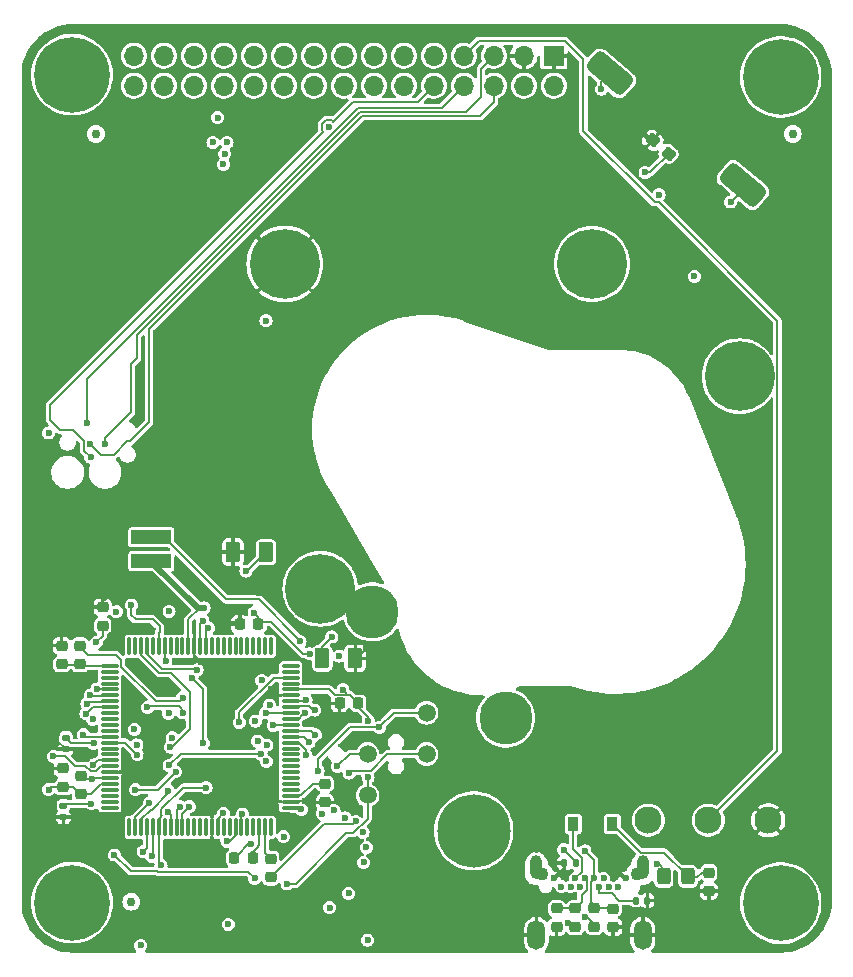
<source format=gbr>
G04 #@! TF.GenerationSoftware,KiCad,Pcbnew,8.0.4+dfsg-1*
G04 #@! TF.CreationDate,2024-08-05T10:13:43-04:00*
G04 #@! TF.ProjectId,SARD_Motherboard,53415244-5f4d-46f7-9468-6572626f6172,rev?*
G04 #@! TF.SameCoordinates,Original*
G04 #@! TF.FileFunction,Copper,L4,Bot*
G04 #@! TF.FilePolarity,Positive*
%FSLAX46Y46*%
G04 Gerber Fmt 4.6, Leading zero omitted, Abs format (unit mm)*
G04 Created by KiCad (PCBNEW 8.0.4+dfsg-1) date 2024-08-05 10:13:43*
%MOMM*%
%LPD*%
G01*
G04 APERTURE LIST*
G04 Aperture macros list*
%AMRoundRect*
0 Rectangle with rounded corners*
0 $1 Rounding radius*
0 $2 $3 $4 $5 $6 $7 $8 $9 X,Y pos of 4 corners*
0 Add a 4 corners polygon primitive as box body*
4,1,4,$2,$3,$4,$5,$6,$7,$8,$9,$2,$3,0*
0 Add four circle primitives for the rounded corners*
1,1,$1+$1,$2,$3*
1,1,$1+$1,$4,$5*
1,1,$1+$1,$6,$7*
1,1,$1+$1,$8,$9*
0 Add four rect primitives between the rounded corners*
20,1,$1+$1,$2,$3,$4,$5,0*
20,1,$1+$1,$4,$5,$6,$7,0*
20,1,$1+$1,$6,$7,$8,$9,0*
20,1,$1+$1,$8,$9,$2,$3,0*%
G04 Aperture macros list end*
G04 #@! TA.AperFunction,ComponentPad*
%ADD10C,2.300000*%
G04 #@! TD*
G04 #@! TA.AperFunction,ComponentPad*
%ADD11C,0.600000*%
G04 #@! TD*
G04 #@! TA.AperFunction,ComponentPad*
%ADD12O,1.000000X2.000000*%
G04 #@! TD*
G04 #@! TA.AperFunction,ComponentPad*
%ADD13O,1.500000X2.500000*%
G04 #@! TD*
G04 #@! TA.AperFunction,ComponentPad*
%ADD14C,1.100000*%
G04 #@! TD*
G04 #@! TA.AperFunction,ComponentPad*
%ADD15C,6.400000*%
G04 #@! TD*
G04 #@! TA.AperFunction,ComponentPad*
%ADD16C,6.200000*%
G04 #@! TD*
G04 #@! TA.AperFunction,ComponentPad*
%ADD17R,1.700000X1.700000*%
G04 #@! TD*
G04 #@! TA.AperFunction,ComponentPad*
%ADD18O,1.700000X1.700000*%
G04 #@! TD*
G04 #@! TA.AperFunction,SMDPad,CuDef*
%ADD19RoundRect,0.218750X0.256250X-0.218750X0.256250X0.218750X-0.256250X0.218750X-0.256250X-0.218750X0*%
G04 #@! TD*
G04 #@! TA.AperFunction,ComponentPad*
%ADD20C,5.900000*%
G04 #@! TD*
G04 #@! TA.AperFunction,SMDPad,CuDef*
%ADD21RoundRect,0.218750X0.218750X0.256250X-0.218750X0.256250X-0.218750X-0.256250X0.218750X-0.256250X0*%
G04 #@! TD*
G04 #@! TA.AperFunction,SMDPad,CuDef*
%ADD22RoundRect,0.225000X-0.250000X0.225000X-0.250000X-0.225000X0.250000X-0.225000X0.250000X0.225000X0*%
G04 #@! TD*
G04 #@! TA.AperFunction,SMDPad,CuDef*
%ADD23RoundRect,0.218750X-0.256250X0.218750X-0.256250X-0.218750X0.256250X-0.218750X0.256250X0.218750X0*%
G04 #@! TD*
G04 #@! TA.AperFunction,SMDPad,CuDef*
%ADD24RoundRect,0.250000X0.375000X0.625000X-0.375000X0.625000X-0.375000X-0.625000X0.375000X-0.625000X0*%
G04 #@! TD*
G04 #@! TA.AperFunction,SMDPad,CuDef*
%ADD25RoundRect,0.147500X0.147500X0.172500X-0.147500X0.172500X-0.147500X-0.172500X0.147500X-0.172500X0*%
G04 #@! TD*
G04 #@! TA.AperFunction,SMDPad,CuDef*
%ADD26RoundRect,0.147500X-0.147500X-0.172500X0.147500X-0.172500X0.147500X0.172500X-0.147500X0.172500X0*%
G04 #@! TD*
G04 #@! TA.AperFunction,SMDPad,CuDef*
%ADD27R,3.400000X1.200000*%
G04 #@! TD*
G04 #@! TA.AperFunction,SMDPad,CuDef*
%ADD28C,0.750000*%
G04 #@! TD*
G04 #@! TA.AperFunction,SMDPad,CuDef*
%ADD29R,0.900000X1.200000*%
G04 #@! TD*
G04 #@! TA.AperFunction,SMDPad,CuDef*
%ADD30RoundRect,0.249999X0.325001X0.450001X-0.325001X0.450001X-0.325001X-0.450001X0.325001X-0.450001X0*%
G04 #@! TD*
G04 #@! TA.AperFunction,SMDPad,CuDef*
%ADD31RoundRect,0.147500X0.172500X-0.147500X0.172500X0.147500X-0.172500X0.147500X-0.172500X-0.147500X0*%
G04 #@! TD*
G04 #@! TA.AperFunction,SMDPad,CuDef*
%ADD32RoundRect,0.250000X-0.375000X-0.625000X0.375000X-0.625000X0.375000X0.625000X-0.375000X0.625000X0*%
G04 #@! TD*
G04 #@! TA.AperFunction,SMDPad,CuDef*
%ADD33RoundRect,0.070000X0.070000X-0.667500X0.070000X0.667500X-0.070000X0.667500X-0.070000X-0.667500X0*%
G04 #@! TD*
G04 #@! TA.AperFunction,SMDPad,CuDef*
%ADD34RoundRect,0.070000X0.667500X-0.070000X0.667500X0.070000X-0.667500X0.070000X-0.667500X-0.070000X0*%
G04 #@! TD*
G04 #@! TA.AperFunction,SMDPad,CuDef*
%ADD35RoundRect,0.237500X-0.372900X0.002866X0.067576X-0.366737X0.372900X-0.002866X-0.067576X0.366737X0*%
G04 #@! TD*
G04 #@! TA.AperFunction,SMDPad,CuDef*
%ADD36RoundRect,0.500000X1.470460X-0.581159X-0.827673X1.347204X-1.470460X0.581159X0.827673X-1.347204X0*%
G04 #@! TD*
G04 #@! TA.AperFunction,SMDPad,CuDef*
%ADD37C,1.500000*%
G04 #@! TD*
G04 #@! TA.AperFunction,ComponentPad*
%ADD38C,4.500000*%
G04 #@! TD*
G04 #@! TA.AperFunction,ViaPad*
%ADD39C,0.600000*%
G04 #@! TD*
G04 #@! TA.AperFunction,Conductor*
%ADD40C,0.200000*%
G04 #@! TD*
G04 #@! TA.AperFunction,Conductor*
%ADD41C,0.180000*%
G04 #@! TD*
G04 #@! TA.AperFunction,Conductor*
%ADD42C,0.500000*%
G04 #@! TD*
G04 APERTURE END LIST*
D10*
X178930000Y-133100000D03*
X173850000Y-133100000D03*
X168770000Y-133100000D03*
D11*
X166850000Y-138030000D03*
X166200000Y-138730000D03*
X165400000Y-138730000D03*
X165000000Y-138030000D03*
X164600000Y-138730000D03*
X164200000Y-138030000D03*
X163400000Y-138030000D03*
X163000000Y-138730000D03*
X162600000Y-138030000D03*
X162200000Y-138730000D03*
X161400000Y-138730000D03*
X160750000Y-138030000D03*
D12*
X159300000Y-137080000D03*
D13*
X159300000Y-142830000D03*
D14*
X159750000Y-137630000D03*
X167850000Y-137630000D03*
D12*
X168300000Y-137080000D03*
D13*
X168300000Y-142830000D03*
D15*
X119975000Y-69975000D03*
D16*
X154000000Y-134000000D03*
D15*
X119975000Y-140075000D03*
X179975000Y-140125000D03*
D17*
X160775000Y-68375000D03*
D18*
X160775000Y-70915000D03*
X158235000Y-68375000D03*
X158235000Y-70915000D03*
X155695000Y-68375000D03*
X155695000Y-70915000D03*
X153155000Y-68375000D03*
X153155000Y-70915000D03*
X150615000Y-68375000D03*
X150615000Y-70915000D03*
X148075000Y-68375000D03*
X148075000Y-70915000D03*
X145535000Y-68375000D03*
X145535000Y-70915000D03*
X142995000Y-68375000D03*
X142995000Y-70915000D03*
X140455000Y-68375000D03*
X140455000Y-70915000D03*
X137915000Y-68375000D03*
X137915000Y-70915000D03*
X135375000Y-68375000D03*
X135375000Y-70915000D03*
X132835000Y-68375000D03*
X132835000Y-70915000D03*
X130295000Y-68375000D03*
X130295000Y-70915000D03*
X127755000Y-68375000D03*
X127755000Y-70915000D03*
X125215000Y-68375000D03*
X125215000Y-70915000D03*
D15*
X179975000Y-70175000D03*
D19*
X122575000Y-116637500D03*
X122575000Y-115062500D03*
D20*
X176500000Y-95500000D03*
X164000000Y-86000000D03*
X141000000Y-113500000D03*
X138000000Y-86000000D03*
D21*
X144200000Y-123200000D03*
X142625000Y-123200000D03*
D19*
X119200000Y-130287500D03*
X119200000Y-128712500D03*
D22*
X173900000Y-137525000D03*
X173900000Y-139075000D03*
D23*
X141400000Y-130012500D03*
X141400000Y-131587500D03*
D24*
X136400000Y-110400000D03*
X133600000Y-110400000D03*
D19*
X120650000Y-119887500D03*
X120650000Y-118312500D03*
D21*
X135762500Y-116525000D03*
X134187500Y-116525000D03*
X135287500Y-136300000D03*
X133712500Y-136300000D03*
D19*
X136800000Y-137937500D03*
X136800000Y-136362500D03*
X162600000Y-142137500D03*
X162600000Y-140562500D03*
X164200000Y-142122500D03*
X164200000Y-140547500D03*
D25*
X162635000Y-136700000D03*
X161665000Y-136700000D03*
D26*
X167715000Y-139900000D03*
X168685000Y-139900000D03*
D19*
X120700000Y-130887500D03*
X120700000Y-129312500D03*
D23*
X165800000Y-140572500D03*
X165800000Y-142147500D03*
D27*
X126700000Y-111150000D03*
X126700000Y-109150000D03*
D28*
X125000000Y-140000000D03*
X122000000Y-75000000D03*
X181000000Y-75000000D03*
D29*
X165720000Y-133400000D03*
X162420000Y-133400000D03*
D30*
X172125000Y-137850000D03*
X170075000Y-137850000D03*
D31*
X119250000Y-132835000D03*
X119250000Y-131865000D03*
X119450000Y-127085000D03*
X119450000Y-126115000D03*
D32*
X141160000Y-119400000D03*
X143960000Y-119400000D03*
D23*
X161000000Y-140562500D03*
X161000000Y-142137500D03*
D19*
X119100000Y-119887500D03*
X119100000Y-118312500D03*
D33*
X136825000Y-133687500D03*
X136325000Y-133687500D03*
X135825000Y-133687500D03*
X135325000Y-133687500D03*
X134825000Y-133687500D03*
X134325000Y-133687500D03*
X133825000Y-133687500D03*
X133325000Y-133687500D03*
X132825000Y-133687500D03*
X132325000Y-133687500D03*
X131825000Y-133687500D03*
X131325000Y-133687500D03*
X130825000Y-133687500D03*
X130325000Y-133687500D03*
X129825000Y-133687500D03*
X129325000Y-133687500D03*
X128825000Y-133687500D03*
X128325000Y-133687500D03*
X127825000Y-133687500D03*
X127325000Y-133687500D03*
X126825000Y-133687500D03*
X126325000Y-133687500D03*
X125825000Y-133687500D03*
X125325000Y-133687500D03*
X124825000Y-133687500D03*
D34*
X123162500Y-132025000D03*
X123162500Y-131525000D03*
X123162500Y-131025000D03*
X123162500Y-130525000D03*
X123162500Y-130025000D03*
X123162500Y-129525000D03*
X123162500Y-129025000D03*
X123162500Y-128525000D03*
X123162500Y-128025000D03*
X123162500Y-127525000D03*
X123162500Y-127025000D03*
X123162500Y-126525000D03*
X123162500Y-126025000D03*
X123162500Y-125525000D03*
X123162500Y-125025000D03*
X123162500Y-124525000D03*
X123162500Y-124025000D03*
X123162500Y-123525000D03*
X123162500Y-123025000D03*
X123162500Y-122525000D03*
X123162500Y-122025000D03*
X123162500Y-121525000D03*
X123162500Y-121025000D03*
X123162500Y-120525000D03*
X123162500Y-120025000D03*
D33*
X124825000Y-118362500D03*
X125325000Y-118362500D03*
X125825000Y-118362500D03*
X126325000Y-118362500D03*
X126825000Y-118362500D03*
X127325000Y-118362500D03*
X127825000Y-118362500D03*
X128325000Y-118362500D03*
X128825000Y-118362500D03*
X129325000Y-118362500D03*
X129825000Y-118362500D03*
X130325000Y-118362500D03*
X130825000Y-118362500D03*
X131325000Y-118362500D03*
X131825000Y-118362500D03*
X132325000Y-118362500D03*
X132825000Y-118362500D03*
X133325000Y-118362500D03*
X133825000Y-118362500D03*
X134325000Y-118362500D03*
X134825000Y-118362500D03*
X135325000Y-118362500D03*
X135825000Y-118362500D03*
X136325000Y-118362500D03*
X136825000Y-118362500D03*
D34*
X138487500Y-120025000D03*
X138487500Y-120525000D03*
X138487500Y-121025000D03*
X138487500Y-121525000D03*
X138487500Y-122025000D03*
X138487500Y-122525000D03*
X138487500Y-123025000D03*
X138487500Y-123525000D03*
X138487500Y-124025000D03*
X138487500Y-124525000D03*
X138487500Y-125025000D03*
X138487500Y-125525000D03*
X138487500Y-126025000D03*
X138487500Y-126525000D03*
X138487500Y-127025000D03*
X138487500Y-127525000D03*
X138487500Y-128025000D03*
X138487500Y-128525000D03*
X138487500Y-129025000D03*
X138487500Y-129525000D03*
X138487500Y-130025000D03*
X138487500Y-130525000D03*
X138487500Y-131025000D03*
X138487500Y-131525000D03*
X138487500Y-132025000D03*
D35*
X169149711Y-75532561D03*
X170490289Y-76657439D03*
D36*
X176782498Y-79316677D03*
X165521644Y-69867699D03*
D37*
X145000000Y-131000000D03*
X145000000Y-127500000D03*
D38*
X156700000Y-124450000D03*
D37*
X150000000Y-124000000D03*
X150000000Y-127500000D03*
D38*
X145400000Y-115450000D03*
D39*
X131800000Y-135400000D03*
X130900000Y-119700000D03*
X143400000Y-124400000D03*
X128595561Y-125012884D03*
X149000000Y-134300000D03*
X147400000Y-124900000D03*
X139673942Y-131469307D03*
X135960675Y-120079001D03*
X118714154Y-125769887D03*
X139900000Y-120000000D03*
X135850000Y-113852711D03*
X125400000Y-122400000D03*
X143000000Y-143000000D03*
X121213659Y-127945016D03*
X136861334Y-121985000D03*
X122700000Y-114300000D03*
X128400000Y-108000000D03*
X141000000Y-137400000D03*
X129500000Y-112200000D03*
X141100000Y-142700000D03*
X145000000Y-121300000D03*
X131800000Y-115700000D03*
X131400002Y-110400001D03*
X127955024Y-121250000D03*
X125500000Y-99000000D03*
X144900000Y-118600000D03*
X152400000Y-139700000D03*
X168250000Y-75000000D03*
X131228969Y-128850000D03*
X134241016Y-129288054D03*
X125600000Y-128900000D03*
X177250000Y-84750000D03*
X131400000Y-110400000D03*
X130000000Y-136000000D03*
X163398909Y-135701091D03*
X143100000Y-132900000D03*
X133200000Y-141900000D03*
X121551003Y-102338105D03*
X126000000Y-135750000D03*
X121250000Y-99500000D03*
X126350500Y-123550000D03*
X126746000Y-136144000D03*
X129350000Y-124000000D03*
X127508000Y-136906000D03*
X121537987Y-101220756D03*
X131329289Y-130329289D03*
X142156095Y-132249774D03*
X125800000Y-143700000D03*
X139292846Y-117942298D03*
X123721838Y-115446776D03*
X121800000Y-126575016D03*
X128200000Y-128450000D03*
X135975480Y-127499410D03*
X134700000Y-112000000D03*
X161600000Y-135599499D03*
X175750000Y-80750000D03*
X121794888Y-128419016D03*
X118400000Y-127700000D03*
X141800000Y-140500000D03*
X163400000Y-141300000D03*
X162000000Y-141800000D03*
X168500000Y-78250000D03*
X164800000Y-71200000D03*
X140085500Y-118999500D03*
X135400000Y-115525000D03*
X136419519Y-128102663D03*
X125471270Y-126728730D03*
X128460851Y-126092884D03*
X136470820Y-126735418D03*
X125010000Y-114878073D03*
X129350000Y-122711931D03*
X136045138Y-121245566D03*
X125510875Y-127546153D03*
X169681077Y-80134065D03*
X134131385Y-124817402D03*
X142600000Y-119200000D03*
X127900000Y-119600000D03*
X133096000Y-134874000D03*
X172663924Y-87042752D03*
X120946022Y-125850000D03*
X128750500Y-128991208D03*
X125332796Y-130519412D03*
X121624056Y-131703277D03*
X130564589Y-120370823D03*
X135699986Y-126400000D03*
X125260000Y-125409500D03*
X123570024Y-136029976D03*
X141183981Y-132550233D03*
X135430434Y-138013630D03*
X144000000Y-133200000D03*
X135138901Y-135138917D03*
X144627818Y-134127818D03*
X128300000Y-126900000D03*
X142448682Y-128538064D03*
X137900000Y-134500000D03*
X135500010Y-124700000D03*
X128150000Y-124050002D03*
X121723299Y-124544645D03*
X136709760Y-123336507D03*
X143441191Y-129101191D03*
X140800000Y-128900000D03*
X146005742Y-125232949D03*
X145042969Y-129460500D03*
X138194296Y-138487500D03*
X145000000Y-131000000D03*
X141725735Y-74425735D03*
X134406955Y-132570864D03*
X132800000Y-77557085D03*
X129913149Y-131940338D03*
X129100000Y-131938000D03*
X132906955Y-76670864D03*
X128100000Y-132400000D03*
X133100000Y-75700000D03*
X131900000Y-75700000D03*
X128137002Y-130600000D03*
X126537504Y-131641125D03*
X132300000Y-73600000D03*
X121150000Y-124061082D03*
X121235883Y-123236298D03*
X121526409Y-122501409D03*
X122090423Y-121997317D03*
X131520652Y-116808865D03*
X131060012Y-116216992D03*
X136400000Y-90800000D03*
X139800000Y-122900000D03*
X140530709Y-123766245D03*
X136369804Y-124004477D03*
X139674500Y-124000000D03*
X137010191Y-125072128D03*
X140568167Y-125864066D03*
X140051731Y-126500000D03*
X139799140Y-127601235D03*
X145000000Y-143250000D03*
X143400000Y-139300000D03*
X169469554Y-136842081D03*
X121700000Y-129565646D03*
X131165202Y-115116992D03*
X142914038Y-122038588D03*
X144900000Y-135400000D03*
X131094974Y-126575721D03*
X145060510Y-124682949D03*
X144670000Y-136670000D03*
X128200000Y-115400000D03*
X141975000Y-117575000D03*
X130125000Y-121045210D03*
X139394242Y-132165204D03*
X132800000Y-132500000D03*
X122025000Y-118025000D03*
X118000000Y-100300000D03*
X118000000Y-130500000D03*
X122799854Y-101210362D03*
D40*
X172900000Y-137900000D02*
X172100000Y-137900000D01*
X173900000Y-137525000D02*
X173275000Y-137525000D01*
X168150000Y-135830000D02*
X165720000Y-133400000D01*
X172125000Y-137850000D02*
X170105000Y-135830000D01*
X173275000Y-137525000D02*
X172900000Y-137900000D01*
X170105000Y-135830000D02*
X168150000Y-135830000D01*
X119450000Y-127085000D02*
X118714154Y-126349154D01*
X168782561Y-75532561D02*
X168250000Y-75000000D01*
X144100000Y-119400000D02*
X144900000Y-118600000D01*
X131825000Y-133687500D02*
X131825000Y-135375000D01*
X130325000Y-118362500D02*
X130325000Y-119125000D01*
X122575000Y-114425000D02*
X122700000Y-114300000D01*
X161665000Y-137135000D02*
X160800000Y-138000000D01*
X132225064Y-116300000D02*
X131749998Y-115824934D01*
X130325000Y-119125000D02*
X130900000Y-119700000D01*
X138487500Y-122525000D02*
X137401334Y-122525000D01*
X141387500Y-131600000D02*
X139804635Y-131600000D01*
X125600000Y-128900000D02*
X126060875Y-128439125D01*
X123875000Y-129025000D02*
X124000000Y-128900000D01*
X131825000Y-135375000D02*
X131800000Y-135400000D01*
X126060875Y-128439125D02*
X126060875Y-127547570D01*
X124000000Y-128900000D02*
X125600000Y-128900000D01*
X118714154Y-126349154D02*
X118714154Y-125769887D01*
X126060875Y-127547570D02*
X128595561Y-125012884D01*
X137401334Y-122525000D02*
X136861334Y-121985000D01*
X123162500Y-129025000D02*
X123875000Y-129025000D01*
X131749998Y-115750002D02*
X131800000Y-115700000D01*
X134212500Y-116300000D02*
X132225064Y-116300000D01*
X139804635Y-131600000D02*
X139673942Y-131469307D01*
X138450000Y-131500000D02*
X139643249Y-131500000D01*
X122575000Y-115062500D02*
X122575000Y-114425000D01*
X161665000Y-136700000D02*
X161665000Y-137135000D01*
X131749998Y-115824934D02*
X131749998Y-115750002D01*
X139643249Y-131500000D02*
X139673942Y-131469307D01*
X138450000Y-131000000D02*
X139365431Y-131000000D01*
X140352931Y-130012500D02*
X141400000Y-130012500D01*
X139365431Y-131000000D02*
X140352931Y-130012500D01*
X163550001Y-138155001D02*
X163550001Y-138969001D01*
X163119002Y-139400000D02*
X163119002Y-139980998D01*
X163119002Y-139980998D02*
X162600000Y-140500000D01*
X163550001Y-138969001D02*
X163119002Y-139400000D01*
X162600000Y-140562500D02*
X161062500Y-140562500D01*
X164200000Y-138025000D02*
X163900001Y-138324999D01*
X164100000Y-140900000D02*
X164049999Y-140849999D01*
X163900001Y-138324999D02*
X163900001Y-140000001D01*
X164200000Y-136502182D02*
X163398909Y-135701091D01*
X164100000Y-140850000D02*
X164100000Y-140900000D01*
X164200000Y-138000000D02*
X164200000Y-136502182D01*
X163900001Y-140000001D02*
X164400000Y-140500000D01*
X164200000Y-140547500D02*
X165847500Y-140547500D01*
X164225000Y-140875000D02*
X164200000Y-140900000D01*
X162420000Y-135500000D02*
X163180000Y-136260000D01*
X162420000Y-133400000D02*
X162420000Y-135500000D01*
X163180000Y-136260000D02*
X163180000Y-137450000D01*
X163180000Y-137450000D02*
X162600000Y-138030000D01*
X118983857Y-100047500D02*
X118112500Y-99176143D01*
X118112500Y-99176143D02*
X118112500Y-97943857D01*
X143756357Y-72300000D02*
X149230000Y-72300000D01*
X121551003Y-102338105D02*
X121018281Y-101805383D01*
X149230000Y-72300000D02*
X150615000Y-70915000D01*
X142102443Y-73953914D02*
X143756357Y-72300000D01*
X126325000Y-135425000D02*
X126000000Y-135750000D01*
X141253914Y-74802443D02*
X141125735Y-74674264D01*
X121018281Y-101805383D02*
X121018281Y-101478868D01*
X121018281Y-101478868D02*
X120987987Y-101448574D01*
X120987987Y-100992938D02*
X120042549Y-100047500D01*
X118112500Y-97943857D02*
X141253914Y-74802443D01*
X120042549Y-100047500D02*
X118983857Y-100047500D01*
X126325000Y-133687500D02*
X126325000Y-135425000D01*
X141477206Y-73825735D02*
X141974264Y-73825735D01*
X141974264Y-73825735D02*
X142102443Y-73953914D01*
X141125735Y-74177206D02*
X141477206Y-73825735D01*
X141125735Y-74674264D02*
X141125735Y-74177206D01*
X120987987Y-101448574D02*
X120987987Y-100992938D01*
X126800000Y-136090000D02*
X126746000Y-136144000D01*
X121250000Y-95750000D02*
X144200000Y-72800000D01*
X126800000Y-133650000D02*
X126800000Y-136090000D01*
X144200000Y-72800000D02*
X151270000Y-72800000D01*
X129050002Y-123450002D02*
X129500000Y-123900000D01*
X126350500Y-123550000D02*
X126450498Y-123450002D01*
X121250000Y-99500000D02*
X121250000Y-95750000D01*
X126450498Y-123450002D02*
X129050002Y-123450002D01*
X151270000Y-72800000D02*
X153155000Y-70915000D01*
X155695000Y-72305000D02*
X155695000Y-70915000D01*
X144500000Y-73500000D02*
X154500000Y-73500000D01*
X127550000Y-132172182D02*
X129392893Y-130329289D01*
X127325000Y-133687500D02*
X127325000Y-136723000D01*
X123518493Y-102152500D02*
X124670993Y-101000000D01*
X121537987Y-101220756D02*
X122469731Y-102152500D01*
X129392893Y-130329289D02*
X131329289Y-130329289D01*
X124889007Y-101000000D02*
X126500000Y-99389007D01*
X127622317Y-132700135D02*
X127550000Y-132627818D01*
X127300000Y-133500000D02*
X127300000Y-133022452D01*
X126500000Y-91500000D02*
X144500000Y-73500000D01*
X127550000Y-132627818D02*
X127550000Y-132172182D01*
X124670993Y-101000000D02*
X124889007Y-101000000D01*
X154500000Y-73500000D02*
X155695000Y-72305000D01*
X127300000Y-133022452D02*
X127622317Y-132700135D01*
X127325000Y-136723000D02*
X127508000Y-136906000D01*
X126500000Y-99389007D02*
X126500000Y-91500000D01*
X122469731Y-102152500D02*
X123518493Y-102152500D01*
X135800000Y-114400000D02*
X139292846Y-117892846D01*
X133050000Y-114400000D02*
X135800000Y-114400000D01*
X127800000Y-109150000D02*
X133050000Y-114400000D01*
X139292846Y-117892846D02*
X139292846Y-117942298D01*
X166265428Y-139900000D02*
X167715000Y-139900000D01*
X165665428Y-139300000D02*
X166265428Y-139900000D01*
X164600000Y-138705000D02*
X164600000Y-139300000D01*
X164600000Y-139300000D02*
X165665428Y-139300000D01*
X135954548Y-127478478D02*
X129171522Y-127478478D01*
X119910016Y-126575016D02*
X121800000Y-126575016D01*
X135975480Y-127499410D02*
X135954548Y-127478478D01*
X129171522Y-127478478D02*
X128200000Y-128450000D01*
X119450000Y-126115000D02*
X119910016Y-126575016D01*
X134800000Y-112000000D02*
X134700000Y-112000000D01*
X136400000Y-110400000D02*
X134800000Y-112000000D01*
X161600000Y-135599499D02*
X162635000Y-136634499D01*
X176782498Y-79717502D02*
X175750000Y-80750000D01*
X122188904Y-128025000D02*
X121794888Y-128419016D01*
X123162500Y-128025000D02*
X122188904Y-128025000D01*
X121098054Y-128500000D02*
X120200000Y-128500000D01*
X121567070Y-128969016D02*
X121098054Y-128500000D01*
X119400000Y-127700000D02*
X118400000Y-127700000D01*
X122466722Y-128525000D02*
X122022706Y-128969016D01*
X120200000Y-128500000D02*
X119400000Y-127700000D01*
X122022706Y-128969016D02*
X121567070Y-128969016D01*
X123162500Y-128525000D02*
X122466722Y-128525000D01*
X163400000Y-141300000D02*
X163580000Y-141300000D01*
X163580000Y-141300000D02*
X164100000Y-141820000D01*
X162000000Y-141800000D02*
X162350000Y-141800000D01*
X168897728Y-78250000D02*
X168500000Y-78250000D01*
X170490289Y-76657439D02*
X168897728Y-78250000D01*
X164800000Y-71200000D02*
X164800000Y-70589343D01*
X164800000Y-70589343D02*
X165521644Y-69867699D01*
X135762500Y-116525000D02*
X135762500Y-115887500D01*
X136822182Y-116300000D02*
X135787500Y-116300000D01*
X140085500Y-118999500D02*
X139521682Y-118999500D01*
X135762500Y-115887500D02*
X135400000Y-115525000D01*
X139521682Y-118999500D02*
X136822182Y-116300000D01*
D41*
X120600000Y-119937500D02*
X119150000Y-119937500D01*
X123137500Y-120000000D02*
X120662500Y-120000000D01*
D40*
X136300000Y-133700000D02*
X136300000Y-135900000D01*
X136300000Y-135900000D02*
X136750000Y-136350000D01*
X134985000Y-136000000D02*
X135296083Y-135688917D01*
X135688901Y-135296099D02*
X135825000Y-135160000D01*
X135825000Y-135160000D02*
X135825000Y-133687500D01*
X135688901Y-135366735D02*
X135688901Y-135296099D01*
X135366719Y-135688917D02*
X135688901Y-135366735D01*
X135296083Y-135688917D02*
X135366719Y-135688917D01*
X127325000Y-117230641D02*
X127408596Y-117147045D01*
X127325000Y-118362500D02*
X127325000Y-117230641D01*
X127408596Y-117147045D02*
X127408596Y-116691409D01*
X127408596Y-116691409D02*
X126806130Y-116088943D01*
X125010000Y-115737111D02*
X125010000Y-114878073D01*
X125361832Y-116088943D02*
X125010000Y-115737111D01*
X126806130Y-116088943D02*
X125361832Y-116088943D01*
X124149520Y-119549520D02*
X123750000Y-119150000D01*
X123700000Y-119100000D02*
X123750000Y-119150000D01*
X124149520Y-120110451D02*
X124149520Y-119549520D01*
X121337500Y-119100000D02*
X123700000Y-119100000D01*
X129143556Y-123024542D02*
X127063611Y-123024542D01*
X120600000Y-118362500D02*
X121337500Y-119100000D01*
X129100000Y-123000000D02*
X129350000Y-122750000D01*
X129350000Y-122750000D02*
X129350000Y-122711931D01*
X127063611Y-123024542D02*
X124149520Y-120110451D01*
X124489722Y-126525000D02*
X125510875Y-127546153D01*
X123162500Y-126525000D02*
X124489722Y-126525000D01*
X137043523Y-121025000D02*
X134131385Y-123937138D01*
X138487500Y-121025000D02*
X137043523Y-121025000D01*
X134131385Y-123937138D02*
X134131385Y-124817402D01*
X127825000Y-119525000D02*
X127900000Y-119600000D01*
X127825000Y-118362500D02*
X127825000Y-119525000D01*
X133825000Y-134377548D02*
X133328548Y-134874000D01*
X133328548Y-134874000D02*
X133096000Y-134874000D01*
X133825000Y-133687500D02*
X133825000Y-134377548D01*
X123162500Y-126025000D02*
X121121022Y-126025000D01*
X121121022Y-126025000D02*
X120946022Y-125850000D01*
X128750500Y-128991208D02*
X127222296Y-130519412D01*
X127222296Y-130519412D02*
X125332796Y-130519412D01*
X119411723Y-131703277D02*
X121624056Y-131703277D01*
X127572452Y-120300000D02*
X130493766Y-120300000D01*
X126325000Y-119052548D02*
X127572452Y-120300000D01*
X126325000Y-118362500D02*
X126325000Y-119052548D01*
X130493766Y-120300000D02*
X130564589Y-120370823D01*
X123570024Y-136029976D02*
X124940048Y-137400000D01*
X124940048Y-137400000D02*
X127224182Y-137400000D01*
X134872804Y-137456000D02*
X135430434Y-138013630D01*
X127224182Y-137400000D02*
X127280182Y-137456000D01*
X127280182Y-137456000D02*
X134872804Y-137456000D01*
X141287500Y-133450000D02*
X136800000Y-137937500D01*
X144000000Y-133200000D02*
X143750000Y-133450000D01*
X143750000Y-133450000D02*
X141287500Y-133450000D01*
X134876083Y-135138917D02*
X135138901Y-135138917D01*
X134015000Y-136000000D02*
X134876083Y-135138917D01*
X125825000Y-119100000D02*
X125825000Y-118362500D01*
X128350000Y-120650000D02*
X127375000Y-120650000D01*
X129950000Y-125381553D02*
X129950000Y-122250000D01*
X129950000Y-122250000D02*
X128350000Y-120650000D01*
X128431553Y-126900000D02*
X129950000Y-125381553D01*
X127375000Y-120650000D02*
X125825000Y-119100000D01*
X128300000Y-126900000D02*
X128431553Y-126900000D01*
X143486746Y-127500000D02*
X142448682Y-128538064D01*
X145000000Y-127500000D02*
X143486746Y-127500000D01*
X146681580Y-127500000D02*
X145270581Y-128910999D01*
X143631383Y-128910999D02*
X143441191Y-129101191D01*
X145270581Y-128910999D02*
X143631383Y-128910999D01*
X150000000Y-127500000D02*
X146681580Y-127500000D01*
X143482044Y-125232949D02*
X146005742Y-125232949D01*
X140800000Y-128900000D02*
X140800000Y-127914993D01*
X140800000Y-127914993D02*
X143482044Y-125232949D01*
X150000000Y-124000000D02*
X147238691Y-124000000D01*
X147238691Y-124000000D02*
X146005742Y-125232949D01*
X138912500Y-138487500D02*
X143200000Y-134200000D01*
X145000000Y-131000000D02*
X145000000Y-129503469D01*
X145000000Y-132977818D02*
X145000000Y-131000000D01*
X145000000Y-129503469D02*
X145042969Y-129460500D01*
X143200000Y-134200000D02*
X143777818Y-134200000D01*
X138194296Y-138487500D02*
X138912500Y-138487500D01*
X143777818Y-134200000D02*
X145000000Y-132977818D01*
X179700000Y-127250000D02*
X179700000Y-90808603D01*
X173850000Y-133100000D02*
X179700000Y-127250000D01*
X134325000Y-132652819D02*
X134406955Y-132570864D01*
X134325000Y-133687500D02*
X134325000Y-132652819D01*
X169671397Y-80780000D02*
X169298603Y-80780000D01*
X163276963Y-68676963D02*
X161700000Y-67100000D01*
X154430000Y-67100000D02*
X153155000Y-68375000D01*
X169298603Y-80780000D02*
X163276963Y-74758360D01*
X161700000Y-67100000D02*
X154430000Y-67100000D01*
X163276963Y-74758360D02*
X163276963Y-68676963D01*
X179700000Y-90808603D02*
X169671397Y-80780000D01*
X129325000Y-132528487D02*
X129913149Y-131940338D01*
X129325000Y-133687500D02*
X129325000Y-132528487D01*
X128825000Y-133687500D02*
X128825000Y-132213000D01*
X128825000Y-132213000D02*
X129100000Y-131938000D01*
X128325000Y-132625000D02*
X128100000Y-132400000D01*
X128325000Y-133687500D02*
X128325000Y-132625000D01*
X125825000Y-133687500D02*
X125825000Y-132997452D01*
X126765322Y-132191125D02*
X128137002Y-130819445D01*
X125825000Y-132997452D02*
X126631327Y-132191125D01*
X128137002Y-130819445D02*
X128137002Y-130600000D01*
X126631327Y-132191125D02*
X126765322Y-132191125D01*
X125325000Y-133687500D02*
X125325000Y-132853629D01*
X125325000Y-132853629D02*
X126537504Y-131641125D01*
X121188917Y-124061082D02*
X121150000Y-124061082D01*
X123162500Y-123525000D02*
X121724999Y-123525000D01*
X121724999Y-123525000D02*
X121188917Y-124061082D01*
X121420772Y-123051409D02*
X121235883Y-123236298D01*
X123136091Y-123051409D02*
X121420772Y-123051409D01*
X123140183Y-122547317D02*
X121572317Y-122547317D01*
X121572317Y-122547317D02*
X121526409Y-122501409D01*
X123162500Y-122525000D02*
X123140183Y-122547317D01*
X122118106Y-122025000D02*
X122090423Y-121997317D01*
X123162500Y-122025000D02*
X122118106Y-122025000D01*
X131325000Y-118362500D02*
X131325000Y-117004517D01*
X131325000Y-117004517D02*
X131520652Y-116808865D01*
X130825000Y-116452004D02*
X131060012Y-116216992D01*
X130825000Y-118362500D02*
X130825000Y-116452004D01*
X138487500Y-123025000D02*
X139675000Y-123025000D01*
X139675000Y-123025000D02*
X139800000Y-122900000D01*
X140344063Y-123766245D02*
X140530709Y-123766245D01*
X140027818Y-123450000D02*
X140344063Y-123766245D01*
X138487500Y-123525000D02*
X138562500Y-123450000D01*
X138562500Y-123450000D02*
X140027818Y-123450000D01*
X138487500Y-124025000D02*
X136390327Y-124025000D01*
X136390327Y-124025000D02*
X136369804Y-124004477D01*
X139475000Y-124227548D02*
X139177548Y-124525000D01*
X139674500Y-124000000D02*
X139475000Y-124199500D01*
X139475000Y-124199500D02*
X139475000Y-124227548D01*
X139177548Y-124525000D02*
X138487500Y-124525000D01*
X137057319Y-125025000D02*
X137010191Y-125072128D01*
X138487500Y-125025000D02*
X137057319Y-125025000D01*
X138487500Y-125525000D02*
X140229101Y-125525000D01*
X140229101Y-125525000D02*
X140568167Y-125864066D01*
X139576731Y-126025000D02*
X140051731Y-126500000D01*
X138487500Y-126025000D02*
X139576731Y-126025000D01*
X139799140Y-127146592D02*
X139799140Y-127601235D01*
X138487500Y-126525000D02*
X139177548Y-126525000D01*
X139177548Y-126525000D02*
X139799140Y-127146592D01*
X138450000Y-132000000D02*
X138615204Y-132165204D01*
X143475000Y-122475000D02*
X144200000Y-123200000D01*
X123162500Y-129525000D02*
X121740646Y-129525000D01*
X130125000Y-121045210D02*
X131094974Y-122015184D01*
X145060510Y-124360510D02*
X145060510Y-124682949D01*
X132325000Y-133687500D02*
X132325000Y-132975000D01*
X141160000Y-119400000D02*
X141160000Y-118390000D01*
X143200000Y-122475000D02*
X143475000Y-122475000D01*
D42*
X126700000Y-111200000D02*
X130616992Y-115116992D01*
D40*
X144200000Y-123500000D02*
X145060510Y-124360510D01*
X170075000Y-137282275D02*
X169634806Y-136842081D01*
X130783008Y-115116992D02*
X131165202Y-115116992D01*
X121740646Y-129525000D02*
X121700000Y-129565646D01*
X169634806Y-136842081D02*
X169469554Y-136842081D01*
X138487500Y-122025000D02*
X141762087Y-122025000D01*
X132325000Y-132975000D02*
X132800000Y-132500000D01*
X120953146Y-129565646D02*
X121700000Y-129565646D01*
X122575000Y-117475000D02*
X122025000Y-118025000D01*
X138615204Y-132165204D02*
X139394242Y-132165204D01*
X142212087Y-122475000D02*
X143200000Y-122475000D01*
D42*
X130616992Y-115116992D02*
X131165202Y-115116992D01*
D40*
X129800000Y-118350000D02*
X129800000Y-116100000D01*
X129800000Y-116100000D02*
X130783008Y-115116992D01*
X122575000Y-116637500D02*
X122575000Y-117475000D01*
X131094974Y-122015184D02*
X131094974Y-126575721D01*
X141762087Y-122025000D02*
X142212087Y-122475000D01*
X141160000Y-118390000D02*
X141975000Y-117575000D01*
X143200000Y-122324550D02*
X142914038Y-122038588D01*
X143200000Y-122475000D02*
X143200000Y-122324550D01*
X144350000Y-73150000D02*
X153349999Y-73150000D01*
X120700000Y-130887500D02*
X121562500Y-130887500D01*
X154595000Y-71904999D02*
X154595000Y-69475000D01*
X125487258Y-93987258D02*
X125487258Y-92012742D01*
X119200000Y-130287500D02*
X120100000Y-130287500D01*
X122799854Y-101210362D02*
X122799854Y-100700146D01*
X122799854Y-100700146D02*
X125000000Y-98500000D01*
X125000000Y-98500000D02*
X125000000Y-94474516D01*
X125000000Y-94474516D02*
X125487258Y-93987258D01*
X118000000Y-130500000D02*
X118212500Y-130287500D01*
X153349999Y-73150000D02*
X154595000Y-71904999D01*
X118212500Y-130287500D02*
X118860000Y-130287500D01*
X125487258Y-92012742D02*
X144350000Y-73150000D01*
X122425000Y-130025000D02*
X123162500Y-130025000D01*
X154595000Y-69475000D02*
X155695000Y-68375000D01*
X121562500Y-130887500D02*
X122425000Y-130025000D01*
X120100000Y-130287500D02*
X120700000Y-130887500D01*
G04 #@! TA.AperFunction,Conductor*
G36*
X131892864Y-134380856D02*
G01*
X131937383Y-134432233D01*
X131940644Y-134439227D01*
X131940645Y-134439231D01*
X131953383Y-134466548D01*
X131965000Y-134518950D01*
X131965000Y-134719915D01*
X132002031Y-134714521D01*
X132079839Y-134676484D01*
X132148712Y-134664725D01*
X132168998Y-134668839D01*
X132170769Y-134669355D01*
X132217445Y-134675500D01*
X132425488Y-134675500D01*
X132492527Y-134695185D01*
X132538282Y-134747989D01*
X132548427Y-134815685D01*
X132540750Y-134873997D01*
X132540750Y-134874000D01*
X132559670Y-135017708D01*
X132559671Y-135017712D01*
X132615137Y-135151622D01*
X132615138Y-135151624D01*
X132615139Y-135151625D01*
X132703379Y-135266621D01*
X132818375Y-135354861D01*
X132818376Y-135354861D01*
X132818377Y-135354862D01*
X132853227Y-135369297D01*
X132952291Y-135410330D01*
X133096000Y-135429250D01*
X133154573Y-135421538D01*
X133223605Y-135432303D01*
X133275862Y-135478682D01*
X133294748Y-135545951D01*
X133274268Y-135612751D01*
X133245069Y-135643743D01*
X133158529Y-135708527D01*
X133158528Y-135708528D01*
X133144205Y-135727662D01*
X133077664Y-135816549D01*
X133077662Y-135816552D01*
X133030509Y-135942975D01*
X133024500Y-135998855D01*
X133024500Y-136601144D01*
X133030509Y-136657024D01*
X133077662Y-136783447D01*
X133077664Y-136783450D01*
X133158528Y-136891472D01*
X133158529Y-136891472D01*
X133158530Y-136891474D01*
X133160875Y-136893819D01*
X133162463Y-136896728D01*
X133163843Y-136898571D01*
X133163578Y-136898769D01*
X133194360Y-136955142D01*
X133189376Y-137024834D01*
X133147504Y-137080767D01*
X133082040Y-137105184D01*
X133073194Y-137105500D01*
X128178380Y-137105500D01*
X128111341Y-137085815D01*
X128065586Y-137033011D01*
X128055441Y-136965314D01*
X128063250Y-136906000D01*
X128063250Y-136905999D01*
X128060800Y-136887392D01*
X128044330Y-136762291D01*
X127995833Y-136645208D01*
X127988862Y-136628377D01*
X127988861Y-136628376D01*
X127988861Y-136628375D01*
X127900621Y-136513379D01*
X127785625Y-136425139D01*
X127785622Y-136425138D01*
X127785620Y-136425136D01*
X127785621Y-136425136D01*
X127752046Y-136411229D01*
X127697643Y-136367388D01*
X127675579Y-136301093D01*
X127675500Y-136296669D01*
X127675500Y-134799500D01*
X127695185Y-134732461D01*
X127747989Y-134686706D01*
X127799500Y-134675500D01*
X127932555Y-134675500D01*
X127941889Y-134674271D01*
X127979231Y-134669355D01*
X128022597Y-134649132D01*
X128091671Y-134638641D01*
X128127400Y-134649131D01*
X128170769Y-134669355D01*
X128205776Y-134673963D01*
X128217445Y-134675500D01*
X128217446Y-134675500D01*
X128432555Y-134675500D01*
X128441889Y-134674271D01*
X128479231Y-134669355D01*
X128522597Y-134649132D01*
X128591671Y-134638641D01*
X128627400Y-134649131D01*
X128670769Y-134669355D01*
X128705776Y-134673963D01*
X128717445Y-134675500D01*
X128717446Y-134675500D01*
X128932555Y-134675500D01*
X128941889Y-134674271D01*
X128979231Y-134669355D01*
X129022597Y-134649132D01*
X129091671Y-134638641D01*
X129127400Y-134649131D01*
X129170769Y-134669355D01*
X129205776Y-134673963D01*
X129217445Y-134675500D01*
X129217446Y-134675500D01*
X129432555Y-134675500D01*
X129441889Y-134674271D01*
X129479231Y-134669355D01*
X129522597Y-134649132D01*
X129591671Y-134638641D01*
X129627400Y-134649131D01*
X129670769Y-134669355D01*
X129705776Y-134673963D01*
X129717445Y-134675500D01*
X129717446Y-134675500D01*
X129932555Y-134675500D01*
X129941889Y-134674271D01*
X129979231Y-134669355D01*
X130022597Y-134649132D01*
X130091671Y-134638641D01*
X130127400Y-134649131D01*
X130170769Y-134669355D01*
X130205776Y-134673963D01*
X130217445Y-134675500D01*
X130217446Y-134675500D01*
X130432555Y-134675500D01*
X130441889Y-134674271D01*
X130479231Y-134669355D01*
X130522597Y-134649132D01*
X130591671Y-134638641D01*
X130627400Y-134649131D01*
X130670769Y-134669355D01*
X130705776Y-134673963D01*
X130717445Y-134675500D01*
X130717446Y-134675500D01*
X130932555Y-134675500D01*
X130941889Y-134674271D01*
X130979231Y-134669355D01*
X131022597Y-134649132D01*
X131091671Y-134638641D01*
X131127400Y-134649131D01*
X131170769Y-134669355D01*
X131205776Y-134673963D01*
X131217445Y-134675500D01*
X131217446Y-134675500D01*
X131432555Y-134675500D01*
X131448113Y-134673451D01*
X131479231Y-134669355D01*
X131479234Y-134669353D01*
X131480998Y-134668840D01*
X131483113Y-134668844D01*
X131488637Y-134668117D01*
X131488734Y-134668855D01*
X131550867Y-134668976D01*
X131570160Y-134676484D01*
X131647968Y-134714521D01*
X131684999Y-134719915D01*
X131685000Y-134719915D01*
X131685000Y-134518950D01*
X131696616Y-134466548D01*
X131709355Y-134439231D01*
X131709355Y-134439227D01*
X131712617Y-134432233D01*
X131758789Y-134379794D01*
X131825982Y-134360641D01*
X131892864Y-134380856D01*
G37*
G04 #@! TD.AperFunction*
G04 #@! TA.AperFunction,Conductor*
G36*
X141632582Y-122395185D02*
G01*
X141653224Y-122411819D01*
X141886289Y-122644884D01*
X141919774Y-122706207D01*
X141914790Y-122775899D01*
X141913963Y-122778054D01*
X141897511Y-122819774D01*
X141887500Y-122903144D01*
X141887500Y-123050000D01*
X142651000Y-123050000D01*
X142718039Y-123069685D01*
X142763794Y-123122489D01*
X142775000Y-123174000D01*
X142775000Y-123975000D01*
X142884356Y-123975000D01*
X142967724Y-123964989D01*
X143100386Y-123912674D01*
X143214010Y-123826510D01*
X143300175Y-123712885D01*
X143323422Y-123653934D01*
X143366328Y-123598790D01*
X143432235Y-123575596D01*
X143500220Y-123591716D01*
X143548697Y-123642033D01*
X143554959Y-123656090D01*
X143565162Y-123683447D01*
X143565164Y-123683450D01*
X143646028Y-123791472D01*
X143738592Y-123860764D01*
X143754049Y-123872335D01*
X143754052Y-123872337D01*
X143874799Y-123917373D01*
X143880478Y-123919491D01*
X143909818Y-123922645D01*
X143936355Y-123925499D01*
X143936370Y-123925500D01*
X144078456Y-123925500D01*
X144145495Y-123945185D01*
X144166137Y-123961819D01*
X144529847Y-124325529D01*
X144563332Y-124386852D01*
X144558348Y-124456544D01*
X144556728Y-124460662D01*
X144524179Y-124539242D01*
X144505260Y-124682948D01*
X144505260Y-124682949D01*
X144513069Y-124742263D01*
X144502304Y-124811299D01*
X144455924Y-124863555D01*
X144390130Y-124882449D01*
X143435900Y-124882449D01*
X143352117Y-124904897D01*
X143352118Y-124904898D01*
X143346756Y-124906334D01*
X143346752Y-124906336D01*
X143266835Y-124952476D01*
X143266830Y-124952480D01*
X140562866Y-127656444D01*
X140501543Y-127689929D01*
X140431851Y-127684945D01*
X140375918Y-127643073D01*
X140352246Y-127584949D01*
X140349080Y-127560905D01*
X140335470Y-127457526D01*
X140280001Y-127323610D01*
X140191761Y-127208614D01*
X140191759Y-127208612D01*
X140190709Y-127207244D01*
X140165515Y-127142075D01*
X140179553Y-127073630D01*
X140228367Y-127023640D01*
X140241618Y-127017202D01*
X140329356Y-126980861D01*
X140444352Y-126892621D01*
X140532592Y-126777625D01*
X140588061Y-126643709D01*
X140606056Y-126507022D01*
X140634321Y-126443130D01*
X140692645Y-126404658D01*
X140710280Y-126400823D01*
X140711872Y-126400396D01*
X140711876Y-126400396D01*
X140845792Y-126344927D01*
X140960788Y-126256687D01*
X141049028Y-126141691D01*
X141104497Y-126007775D01*
X141123417Y-125864066D01*
X141104497Y-125720357D01*
X141049028Y-125586441D01*
X140960788Y-125471445D01*
X140845792Y-125383205D01*
X140845791Y-125383204D01*
X140845789Y-125383203D01*
X140711879Y-125327737D01*
X140711877Y-125327736D01*
X140711876Y-125327736D01*
X140605044Y-125313671D01*
X140568168Y-125308816D01*
X140560040Y-125308816D01*
X140560040Y-125305309D01*
X140506780Y-125296838D01*
X140472289Y-125272506D01*
X140444314Y-125244531D01*
X140444309Y-125244527D01*
X140364391Y-125198387D01*
X140364390Y-125198386D01*
X140364389Y-125198386D01*
X140275245Y-125174500D01*
X140275244Y-125174500D01*
X139599500Y-125174500D01*
X139532461Y-125154815D01*
X139486706Y-125102011D01*
X139475500Y-125050500D01*
X139475500Y-124917445D01*
X139469355Y-124870769D01*
X139461652Y-124854250D01*
X139460924Y-124852688D01*
X139450432Y-124783611D01*
X139478952Y-124719827D01*
X139485612Y-124712616D01*
X139608437Y-124589791D01*
X139669758Y-124556308D01*
X139679927Y-124554535D01*
X139818209Y-124536330D01*
X139952125Y-124480861D01*
X140067121Y-124392621D01*
X140138779Y-124299233D01*
X140195205Y-124258034D01*
X140264951Y-124253879D01*
X140284602Y-124260161D01*
X140387000Y-124302575D01*
X140513989Y-124319293D01*
X140530708Y-124321495D01*
X140530709Y-124321495D01*
X140530710Y-124321495D01*
X140545686Y-124319523D01*
X140674418Y-124302575D01*
X140808334Y-124247106D01*
X140923330Y-124158866D01*
X141011570Y-124043870D01*
X141067039Y-123909954D01*
X141085959Y-123766245D01*
X141067039Y-123622536D01*
X141014981Y-123496855D01*
X141887500Y-123496855D01*
X141897510Y-123580224D01*
X141949825Y-123712886D01*
X142035989Y-123826510D01*
X142149613Y-123912674D01*
X142282275Y-123964989D01*
X142365644Y-123975000D01*
X142475000Y-123975000D01*
X142475000Y-123350000D01*
X141887500Y-123350000D01*
X141887500Y-123496855D01*
X141014981Y-123496855D01*
X141011570Y-123488620D01*
X140923330Y-123373624D01*
X140808334Y-123285384D01*
X140808333Y-123285383D01*
X140808331Y-123285382D01*
X140674421Y-123229916D01*
X140674419Y-123229915D01*
X140674418Y-123229915D01*
X140596647Y-123219676D01*
X140530710Y-123210995D01*
X140530707Y-123210995D01*
X140464766Y-123219676D01*
X140395731Y-123208910D01*
X140343475Y-123162530D01*
X140324590Y-123095261D01*
X140334019Y-123049285D01*
X140336330Y-123043709D01*
X140355250Y-122900000D01*
X140336330Y-122756291D01*
X140285077Y-122632554D01*
X140280862Y-122622377D01*
X140280861Y-122622376D01*
X140280861Y-122622375D01*
X140244497Y-122574985D01*
X140219304Y-122509818D01*
X140233342Y-122441373D01*
X140282156Y-122391383D01*
X140342874Y-122375500D01*
X141565543Y-122375500D01*
X141632582Y-122395185D01*
G37*
G04 #@! TD.AperFunction*
G04 #@! TA.AperFunction,Conductor*
G36*
X125127400Y-119324131D02*
G01*
X125170769Y-119344355D01*
X125205776Y-119348963D01*
X125217445Y-119350500D01*
X125217446Y-119350500D01*
X125432555Y-119350500D01*
X125446263Y-119348695D01*
X125479231Y-119344355D01*
X125479241Y-119344349D01*
X125481871Y-119343584D01*
X125485044Y-119343589D01*
X125488637Y-119343117D01*
X125488700Y-119343596D01*
X125551741Y-119343716D01*
X125604263Y-119374946D01*
X126385761Y-120156443D01*
X127159788Y-120930470D01*
X127224690Y-120967941D01*
X127239712Y-120976614D01*
X127328856Y-121000500D01*
X128153456Y-121000500D01*
X128220495Y-121020185D01*
X128241137Y-121036819D01*
X129197840Y-121993522D01*
X129231325Y-122054845D01*
X129226341Y-122124537D01*
X129184469Y-122180470D01*
X129157611Y-122195764D01*
X129072378Y-122231068D01*
X129072375Y-122231069D01*
X129072375Y-122231070D01*
X129020529Y-122270853D01*
X128957379Y-122319310D01*
X128869137Y-122434308D01*
X128813671Y-122568218D01*
X128811567Y-122576072D01*
X128809788Y-122575595D01*
X128785669Y-122630121D01*
X128727346Y-122668594D01*
X128690994Y-122674042D01*
X127260155Y-122674042D01*
X127193116Y-122654357D01*
X127172474Y-122637723D01*
X124536339Y-120001588D01*
X124502854Y-119940265D01*
X124500020Y-119913907D01*
X124500020Y-119503378D01*
X124500019Y-119503374D01*
X124495888Y-119487958D01*
X124495770Y-119487514D01*
X124497431Y-119417666D01*
X124536593Y-119359803D01*
X124600821Y-119332298D01*
X124661571Y-119342019D01*
X124661664Y-119341701D01*
X124664200Y-119342440D01*
X124667949Y-119343040D01*
X124670769Y-119344355D01*
X124708110Y-119349271D01*
X124717445Y-119350500D01*
X124717446Y-119350500D01*
X124932555Y-119350500D01*
X124941889Y-119349271D01*
X124979231Y-119344355D01*
X125022597Y-119324132D01*
X125091671Y-119313641D01*
X125127400Y-119324131D01*
G37*
G04 #@! TD.AperFunction*
G04 #@! TA.AperFunction,Conductor*
G36*
X130426912Y-116071281D02*
G01*
X130482846Y-116113152D01*
X130507263Y-116178616D01*
X130506519Y-116203645D01*
X130504762Y-116216993D01*
X130504762Y-116216996D01*
X130508849Y-116248044D01*
X130500475Y-116311670D01*
X130498388Y-116316709D01*
X130498386Y-116316715D01*
X130498386Y-116316716D01*
X130484267Y-116369410D01*
X130474500Y-116405860D01*
X130474500Y-117265167D01*
X130465000Y-117297520D01*
X130465000Y-117531049D01*
X130453382Y-117583454D01*
X130437382Y-117617766D01*
X130391210Y-117670205D01*
X130324016Y-117689357D01*
X130257135Y-117669141D01*
X130212618Y-117617766D01*
X130196618Y-117583454D01*
X130185000Y-117531049D01*
X130185000Y-117324314D01*
X130155555Y-117278589D01*
X130150500Y-117243545D01*
X130150500Y-116296543D01*
X130170185Y-116229504D01*
X130186813Y-116208867D01*
X130295901Y-116099779D01*
X130357220Y-116066297D01*
X130426912Y-116071281D01*
G37*
G04 #@! TD.AperFunction*
G04 #@! TA.AperFunction,Conductor*
G36*
X128855703Y-110701831D02*
G01*
X128862181Y-110707863D01*
X132834788Y-114680470D01*
X132899517Y-114717841D01*
X132914712Y-114726614D01*
X133003856Y-114750500D01*
X135207895Y-114750500D01*
X135274934Y-114770185D01*
X135320689Y-114822989D01*
X135330633Y-114892147D01*
X135301608Y-114955703D01*
X135255347Y-114989061D01*
X135122377Y-115044137D01*
X135007379Y-115132379D01*
X134919137Y-115247377D01*
X134863671Y-115381287D01*
X134863670Y-115381291D01*
X134844750Y-115525000D01*
X134854341Y-115597853D01*
X134863670Y-115668708D01*
X134863672Y-115668715D01*
X134867250Y-115677354D01*
X134874717Y-115746823D01*
X134843440Y-115809301D01*
X134783351Y-115844952D01*
X134713525Y-115842456D01*
X134677763Y-115823607D01*
X134662886Y-115812325D01*
X134530224Y-115760010D01*
X134446856Y-115750000D01*
X134337500Y-115750000D01*
X134337500Y-116551000D01*
X134317815Y-116618039D01*
X134265011Y-116663794D01*
X134213500Y-116675000D01*
X133450000Y-116675000D01*
X133450000Y-116821855D01*
X133460010Y-116905224D01*
X133512325Y-117037886D01*
X133598489Y-117151510D01*
X133647066Y-117188347D01*
X133688590Y-117244540D01*
X133693141Y-117314261D01*
X133659276Y-117375375D01*
X133597746Y-117408479D01*
X133528087Y-117403061D01*
X133519737Y-117399533D01*
X133479230Y-117380644D01*
X133432555Y-117374500D01*
X133432554Y-117374500D01*
X133217446Y-117374500D01*
X133217445Y-117374500D01*
X133170769Y-117380644D01*
X133170768Y-117380644D01*
X133127404Y-117400866D01*
X133058327Y-117411358D01*
X133022596Y-117400866D01*
X132979230Y-117380644D01*
X132932555Y-117374500D01*
X132932554Y-117374500D01*
X132717446Y-117374500D01*
X132717445Y-117374500D01*
X132670769Y-117380644D01*
X132670768Y-117380644D01*
X132627404Y-117400866D01*
X132558327Y-117411358D01*
X132522596Y-117400866D01*
X132479230Y-117380644D01*
X132432555Y-117374500D01*
X132432554Y-117374500D01*
X132217446Y-117374500D01*
X132217445Y-117374500D01*
X132170769Y-117380644D01*
X132170768Y-117380644D01*
X132127404Y-117400866D01*
X132058327Y-117411358D01*
X132022596Y-117400866D01*
X131970634Y-117376636D01*
X131972140Y-117373405D01*
X131928127Y-117345223D01*
X131898997Y-117281716D01*
X131908825Y-117212541D01*
X131923325Y-117188385D01*
X132001513Y-117086490D01*
X132056982Y-116952574D01*
X132075902Y-116808865D01*
X132056982Y-116665156D01*
X132001513Y-116531240D01*
X131913273Y-116416244D01*
X131798277Y-116328004D01*
X131774072Y-116317978D01*
X131686305Y-116281624D01*
X131631902Y-116237783D01*
X131628176Y-116228144D01*
X133450000Y-116228144D01*
X133450000Y-116375000D01*
X134037500Y-116375000D01*
X134037500Y-115750000D01*
X133928144Y-115750000D01*
X133844775Y-115760010D01*
X133712113Y-115812325D01*
X133598489Y-115898489D01*
X133512325Y-116012113D01*
X133460010Y-116144775D01*
X133450000Y-116228144D01*
X131628176Y-116228144D01*
X131610819Y-116183248D01*
X131610209Y-116178616D01*
X131596342Y-116073283D01*
X131546240Y-115952324D01*
X131540874Y-115939369D01*
X131540873Y-115939368D01*
X131540873Y-115939367D01*
X131452633Y-115824371D01*
X131452631Y-115824369D01*
X131452630Y-115824368D01*
X131427196Y-115804852D01*
X131385993Y-115748424D01*
X131381839Y-115678678D01*
X131416052Y-115617758D01*
X131440690Y-115599086D01*
X131442817Y-115597856D01*
X131442827Y-115597853D01*
X131557823Y-115509613D01*
X131646063Y-115394617D01*
X131701532Y-115260701D01*
X131720452Y-115116992D01*
X131701532Y-114973283D01*
X131656130Y-114863671D01*
X131646064Y-114839369D01*
X131646063Y-114839368D01*
X131646063Y-114839367D01*
X131557823Y-114724371D01*
X131442827Y-114636131D01*
X131442826Y-114636130D01*
X131442824Y-114636129D01*
X131308914Y-114580663D01*
X131308912Y-114580662D01*
X131308911Y-114580662D01*
X131237056Y-114571202D01*
X131165203Y-114561742D01*
X131165201Y-114561742D01*
X131021495Y-114580661D01*
X131005919Y-114587113D01*
X130957774Y-114607054D01*
X130910326Y-114616492D01*
X130875667Y-114616492D01*
X130808628Y-114596807D01*
X130787986Y-114580173D01*
X128408250Y-112200436D01*
X128374765Y-112139113D01*
X128379749Y-112069421D01*
X128421621Y-112013488D01*
X128471738Y-111991138D01*
X128497740Y-111985966D01*
X128580601Y-111930601D01*
X128635966Y-111847740D01*
X128650500Y-111774674D01*
X128650500Y-110795544D01*
X128670185Y-110728505D01*
X128722989Y-110682750D01*
X128792147Y-110672806D01*
X128855703Y-110701831D01*
G37*
G04 #@! TD.AperFunction*
G04 #@! TA.AperFunction,Conductor*
G36*
X126068834Y-92029362D02*
G01*
X126124767Y-92071234D01*
X126149184Y-92136698D01*
X126149500Y-92145544D01*
X126149500Y-99192463D01*
X126129815Y-99259502D01*
X126113181Y-99280144D01*
X125528244Y-99865080D01*
X125466921Y-99898565D01*
X125397229Y-99893581D01*
X125341296Y-99851709D01*
X125326004Y-99824856D01*
X125296788Y-99754320D01*
X125290393Y-99744750D01*
X125220619Y-99640326D01*
X125220616Y-99640322D01*
X125123677Y-99543383D01*
X125123673Y-99543380D01*
X125009682Y-99467213D01*
X125009680Y-99467212D01*
X124883017Y-99414747D01*
X124883009Y-99414745D01*
X124858581Y-99409886D01*
X124796670Y-99377501D01*
X124762096Y-99316785D01*
X124765837Y-99247015D01*
X124795092Y-99200588D01*
X125280466Y-98715215D01*
X125280466Y-98715214D01*
X125280469Y-98715212D01*
X125326614Y-98635288D01*
X125328128Y-98629637D01*
X125329324Y-98625175D01*
X125329324Y-98625174D01*
X125333018Y-98611386D01*
X125350500Y-98546144D01*
X125350500Y-94671060D01*
X125370185Y-94604021D01*
X125386819Y-94583379D01*
X125541826Y-94428372D01*
X125767728Y-94202470D01*
X125813872Y-94122546D01*
X125828221Y-94068993D01*
X125837758Y-94033402D01*
X125837758Y-92209286D01*
X125857443Y-92142247D01*
X125874077Y-92121605D01*
X125937819Y-92057863D01*
X125999142Y-92024378D01*
X126068834Y-92029362D01*
G37*
G04 #@! TD.AperFunction*
G04 #@! TA.AperFunction,Conductor*
G36*
X180002855Y-65700632D02*
G01*
X180390991Y-65718576D01*
X180402381Y-65719632D01*
X180784363Y-65772916D01*
X180795607Y-65775018D01*
X181171043Y-65863320D01*
X181182033Y-65866447D01*
X181547732Y-65989017D01*
X181558399Y-65993150D01*
X181911212Y-66148932D01*
X181921465Y-66154037D01*
X182258382Y-66341699D01*
X182268120Y-66347728D01*
X182443888Y-66468132D01*
X182586303Y-66565688D01*
X182595440Y-66572589D01*
X182837251Y-66773386D01*
X182892143Y-66818968D01*
X182900607Y-66826684D01*
X183173315Y-67099392D01*
X183181031Y-67107856D01*
X183427408Y-67404556D01*
X183434311Y-67413696D01*
X183652271Y-67731879D01*
X183658300Y-67741617D01*
X183845962Y-68078534D01*
X183851067Y-68088787D01*
X184006849Y-68441600D01*
X184010987Y-68452280D01*
X184133548Y-68817953D01*
X184136682Y-68828969D01*
X184224979Y-69204384D01*
X184227084Y-69215643D01*
X184280366Y-69597611D01*
X184281423Y-69609015D01*
X184299368Y-69997144D01*
X184299500Y-70002871D01*
X184299500Y-139997128D01*
X184299368Y-140002855D01*
X184281423Y-140390984D01*
X184280366Y-140402388D01*
X184227084Y-140784356D01*
X184224979Y-140795615D01*
X184136682Y-141171030D01*
X184133548Y-141182046D01*
X184010987Y-141547719D01*
X184006849Y-141558399D01*
X183851067Y-141911212D01*
X183845962Y-141921465D01*
X183658300Y-142258382D01*
X183652271Y-142268120D01*
X183434311Y-142586303D01*
X183427408Y-142595443D01*
X183181031Y-142892143D01*
X183173315Y-142900607D01*
X182900607Y-143173315D01*
X182892143Y-143181031D01*
X182595443Y-143427408D01*
X182586303Y-143434311D01*
X182268120Y-143652271D01*
X182258382Y-143658300D01*
X181921465Y-143845962D01*
X181911212Y-143851067D01*
X181558399Y-144006849D01*
X181547719Y-144010987D01*
X181182046Y-144133548D01*
X181171030Y-144136682D01*
X180795615Y-144224979D01*
X180784356Y-144227084D01*
X180402388Y-144280366D01*
X180390984Y-144281423D01*
X180002855Y-144299368D01*
X179997128Y-144299500D01*
X169114788Y-144299500D01*
X169047749Y-144279815D01*
X169001994Y-144227011D01*
X168992050Y-144157853D01*
X169021075Y-144094297D01*
X169027107Y-144087819D01*
X169115586Y-143999339D01*
X169115589Y-143999335D01*
X169230494Y-143827368D01*
X169230499Y-143827358D01*
X169309649Y-143636274D01*
X169309651Y-143636266D01*
X169349999Y-143433420D01*
X169350000Y-143433417D01*
X169350000Y-142980000D01*
X168600000Y-142980000D01*
X168600000Y-142680000D01*
X169350000Y-142680000D01*
X169350000Y-142226583D01*
X169349999Y-142226579D01*
X169309651Y-142023733D01*
X169309649Y-142023725D01*
X169230499Y-141832641D01*
X169230494Y-141832631D01*
X169115589Y-141660664D01*
X169115586Y-141660660D01*
X168969339Y-141514413D01*
X168969335Y-141514410D01*
X168797368Y-141399505D01*
X168797358Y-141399500D01*
X168606274Y-141320350D01*
X168606266Y-141320348D01*
X168450000Y-141289264D01*
X168450000Y-142120191D01*
X168415796Y-142100444D01*
X168339496Y-142080000D01*
X168260504Y-142080000D01*
X168184204Y-142100444D01*
X168150000Y-142120191D01*
X168150000Y-141289265D01*
X168149999Y-141289264D01*
X167993733Y-141320348D01*
X167993725Y-141320350D01*
X167802641Y-141399500D01*
X167802631Y-141399505D01*
X167630664Y-141514410D01*
X167630660Y-141514413D01*
X167484413Y-141660660D01*
X167484410Y-141660664D01*
X167369505Y-141832631D01*
X167369500Y-141832641D01*
X167290350Y-142023725D01*
X167290348Y-142023733D01*
X167250000Y-142226579D01*
X167250000Y-142680000D01*
X168000000Y-142680000D01*
X168000000Y-142980000D01*
X167250000Y-142980000D01*
X167250000Y-143433420D01*
X167290348Y-143636266D01*
X167290350Y-143636274D01*
X167369500Y-143827358D01*
X167369505Y-143827368D01*
X167484410Y-143999335D01*
X167484413Y-143999339D01*
X167572893Y-144087819D01*
X167606378Y-144149142D01*
X167601394Y-144218834D01*
X167559522Y-144274767D01*
X167494058Y-144299184D01*
X167485212Y-144299500D01*
X160114788Y-144299500D01*
X160047749Y-144279815D01*
X160001994Y-144227011D01*
X159992050Y-144157853D01*
X160021075Y-144094297D01*
X160027107Y-144087819D01*
X160115586Y-143999339D01*
X160115589Y-143999335D01*
X160230494Y-143827368D01*
X160230499Y-143827358D01*
X160309649Y-143636274D01*
X160309651Y-143636266D01*
X160349999Y-143433420D01*
X160350000Y-143433417D01*
X160350000Y-142940796D01*
X160369685Y-142873757D01*
X160422489Y-142828002D01*
X160491647Y-142818058D01*
X160519490Y-142825442D01*
X160619772Y-142864988D01*
X160703144Y-142875000D01*
X160850000Y-142875000D01*
X160850000Y-142111500D01*
X160869685Y-142044461D01*
X160922489Y-141998706D01*
X160974000Y-141987500D01*
X161026000Y-141987500D01*
X161093039Y-142007185D01*
X161138794Y-142059989D01*
X161150000Y-142111500D01*
X161150000Y-142875000D01*
X161296856Y-142875000D01*
X161380224Y-142864989D01*
X161512886Y-142812674D01*
X161626510Y-142726510D01*
X161712674Y-142612885D01*
X161712959Y-142612165D01*
X161713396Y-142611602D01*
X161716833Y-142605491D01*
X161717750Y-142606006D01*
X161755863Y-142557019D01*
X161821770Y-142533824D01*
X161889755Y-142549943D01*
X161927582Y-142583340D01*
X161927663Y-142583449D01*
X161927664Y-142583450D01*
X162008528Y-142691472D01*
X162116549Y-142772335D01*
X162116552Y-142772337D01*
X162239136Y-142818058D01*
X162242978Y-142819491D01*
X162272318Y-142822645D01*
X162298855Y-142825499D01*
X162298870Y-142825500D01*
X162901130Y-142825500D01*
X162901144Y-142825499D01*
X162923023Y-142823146D01*
X162957022Y-142819491D01*
X163083450Y-142772336D01*
X163191472Y-142691472D01*
X163272336Y-142583450D01*
X163277931Y-142568449D01*
X163286615Y-142545167D01*
X163328485Y-142489233D01*
X163393949Y-142464815D01*
X163462223Y-142479666D01*
X163511628Y-142529071D01*
X163518979Y-142545165D01*
X163527663Y-142568449D01*
X163527664Y-142568450D01*
X163608528Y-142676472D01*
X163688730Y-142736510D01*
X163716549Y-142757335D01*
X163716552Y-142757337D01*
X163756769Y-142772337D01*
X163842978Y-142804491D01*
X163872318Y-142807645D01*
X163898855Y-142810499D01*
X163898870Y-142810500D01*
X164501130Y-142810500D01*
X164501144Y-142810499D01*
X164523023Y-142808146D01*
X164557022Y-142804491D01*
X164683450Y-142757336D01*
X164791472Y-142676472D01*
X164865960Y-142576966D01*
X164921893Y-142535095D01*
X164991585Y-142530111D01*
X165052908Y-142563595D01*
X165080581Y-142605785D01*
X165087324Y-142622885D01*
X165173489Y-142736510D01*
X165287113Y-142822674D01*
X165419775Y-142874989D01*
X165503144Y-142885000D01*
X165650000Y-142885000D01*
X165950000Y-142885000D01*
X166096856Y-142885000D01*
X166180224Y-142874989D01*
X166312886Y-142822674D01*
X166426510Y-142736510D01*
X166512674Y-142622886D01*
X166564989Y-142490224D01*
X166575000Y-142406855D01*
X166575000Y-142297500D01*
X165950000Y-142297500D01*
X165950000Y-142885000D01*
X165650000Y-142885000D01*
X165650000Y-142121500D01*
X165669685Y-142054461D01*
X165722489Y-142008706D01*
X165774000Y-141997500D01*
X166575000Y-141997500D01*
X166575000Y-141888144D01*
X166564989Y-141804775D01*
X166512674Y-141672113D01*
X166426510Y-141558489D01*
X166312884Y-141472324D01*
X166253932Y-141449076D01*
X166198789Y-141406170D01*
X166175596Y-141340262D01*
X166191717Y-141272278D01*
X166242034Y-141223801D01*
X166256084Y-141217542D01*
X166283450Y-141207336D01*
X166391472Y-141126472D01*
X166472336Y-141018450D01*
X166519491Y-140892022D01*
X166523146Y-140858023D01*
X166525499Y-140836144D01*
X166525500Y-140836129D01*
X166525500Y-140374500D01*
X166545185Y-140307461D01*
X166597989Y-140261706D01*
X166649500Y-140250500D01*
X167135557Y-140250500D01*
X167202596Y-140270185D01*
X167235879Y-140301620D01*
X167241501Y-140309359D01*
X167330639Y-140398497D01*
X167330641Y-140398498D01*
X167330645Y-140398502D01*
X167442978Y-140455739D01*
X167442979Y-140455739D01*
X167442981Y-140455740D01*
X167442980Y-140455740D01*
X167536171Y-140470499D01*
X167536177Y-140470500D01*
X167893822Y-140470499D01*
X167987022Y-140455739D01*
X168099355Y-140398502D01*
X168099355Y-140398501D01*
X168105776Y-140395230D01*
X168174445Y-140382333D01*
X168235705Y-140405944D01*
X168326035Y-140472611D01*
X168453367Y-140517165D01*
X168483592Y-140520000D01*
X168535000Y-140520000D01*
X168835000Y-140520000D01*
X168886408Y-140520000D01*
X168916630Y-140517165D01*
X168916634Y-140517165D01*
X169043964Y-140472611D01*
X169152504Y-140392504D01*
X169232611Y-140283964D01*
X169277165Y-140156634D01*
X169277165Y-140156630D01*
X169280000Y-140126407D01*
X169280000Y-140124997D01*
X176519432Y-140124997D01*
X176519432Y-140125002D01*
X176539688Y-140498610D01*
X176569500Y-140680452D01*
X176595021Y-140836129D01*
X176600222Y-140867850D01*
X176600223Y-140867853D01*
X176700317Y-141228362D01*
X176700318Y-141228364D01*
X176838806Y-141575945D01*
X176838815Y-141575963D01*
X177014073Y-141906534D01*
X177153044Y-142111500D01*
X177197877Y-142177625D01*
X177224045Y-142216219D01*
X177224052Y-142216229D01*
X177435204Y-142464815D01*
X177466273Y-142501392D01*
X177737913Y-142758703D01*
X178035780Y-142985136D01*
X178035785Y-142985139D01*
X178035789Y-142985142D01*
X178035794Y-142985146D01*
X178301061Y-143144750D01*
X178356383Y-143178036D01*
X178356387Y-143178037D01*
X178356391Y-143178040D01*
X178695951Y-143335137D01*
X178695962Y-143335142D01*
X179050538Y-143454613D01*
X179415951Y-143535046D01*
X179787919Y-143575500D01*
X179787925Y-143575500D01*
X180162075Y-143575500D01*
X180162081Y-143575500D01*
X180534049Y-143535046D01*
X180899462Y-143454613D01*
X181254038Y-143335142D01*
X181593617Y-143178036D01*
X181714912Y-143105055D01*
X181914205Y-142985146D01*
X181914210Y-142985142D01*
X181914209Y-142985142D01*
X181914220Y-142985136D01*
X182212087Y-142758703D01*
X182483727Y-142501392D01*
X182725954Y-142216221D01*
X182935928Y-141906531D01*
X183111189Y-141575955D01*
X183249680Y-141228368D01*
X183255520Y-141207337D01*
X183302999Y-141036330D01*
X183349779Y-140867845D01*
X183410311Y-140498613D01*
X183423629Y-140252978D01*
X183430568Y-140125002D01*
X183430568Y-140124997D01*
X183416499Y-139865509D01*
X183410311Y-139751387D01*
X183349779Y-139382155D01*
X183287067Y-139156287D01*
X183249682Y-139021637D01*
X183249681Y-139021635D01*
X183111193Y-138674054D01*
X183111184Y-138674036D01*
X183102430Y-138657525D01*
X182957125Y-138383450D01*
X182935926Y-138343465D01*
X182819417Y-138171628D01*
X182725954Y-138033779D01*
X182725950Y-138033774D01*
X182725947Y-138033770D01*
X182483727Y-137748608D01*
X182212087Y-137491297D01*
X182212086Y-137491296D01*
X182119012Y-137420543D01*
X181914220Y-137264864D01*
X181914216Y-137264861D01*
X181914210Y-137264857D01*
X181914205Y-137264853D01*
X181593621Y-137071966D01*
X181593608Y-137071959D01*
X181254048Y-136914862D01*
X181254043Y-136914860D01*
X181254038Y-136914858D01*
X181081203Y-136856623D01*
X180899461Y-136795386D01*
X180534047Y-136714953D01*
X180162082Y-136674500D01*
X180162081Y-136674500D01*
X179787919Y-136674500D01*
X179787917Y-136674500D01*
X179415952Y-136714953D01*
X179050538Y-136795386D01*
X178778552Y-136887030D01*
X178695962Y-136914858D01*
X178695959Y-136914859D01*
X178695951Y-136914862D01*
X178356391Y-137071959D01*
X178356378Y-137071966D01*
X178035794Y-137264853D01*
X178035789Y-137264857D01*
X177737913Y-137491296D01*
X177737912Y-137491297D01*
X177466272Y-137748608D01*
X177224052Y-138033770D01*
X177224045Y-138033780D01*
X177014073Y-138343465D01*
X176838815Y-138674036D01*
X176838806Y-138674054D01*
X176700318Y-139021635D01*
X176700317Y-139021637D01*
X176600223Y-139382146D01*
X176600222Y-139382149D01*
X176539688Y-139751389D01*
X176519432Y-140124997D01*
X169280000Y-140124997D01*
X169280000Y-140050000D01*
X168835000Y-140050000D01*
X168835000Y-140520000D01*
X168535000Y-140520000D01*
X168535000Y-139750000D01*
X168835000Y-139750000D01*
X169280000Y-139750000D01*
X169280000Y-139673592D01*
X169277165Y-139643369D01*
X169277165Y-139643365D01*
X169232611Y-139516035D01*
X169152504Y-139407495D01*
X169062546Y-139341102D01*
X173125000Y-139341102D01*
X173135131Y-139425467D01*
X173135131Y-139425468D01*
X173188077Y-139559729D01*
X173275278Y-139674721D01*
X173390270Y-139761922D01*
X173524532Y-139814868D01*
X173608898Y-139825000D01*
X173750000Y-139825000D01*
X174050000Y-139825000D01*
X174191102Y-139825000D01*
X174275467Y-139814868D01*
X174275468Y-139814868D01*
X174409729Y-139761922D01*
X174524721Y-139674721D01*
X174611922Y-139559729D01*
X174664868Y-139425468D01*
X174664868Y-139425467D01*
X174675000Y-139341102D01*
X174675000Y-139225000D01*
X174050000Y-139225000D01*
X174050000Y-139825000D01*
X173750000Y-139825000D01*
X173750000Y-139225000D01*
X173125000Y-139225000D01*
X173125000Y-139341102D01*
X169062546Y-139341102D01*
X169043964Y-139327388D01*
X168916632Y-139282834D01*
X168886408Y-139280000D01*
X168835000Y-139280000D01*
X168835000Y-139750000D01*
X168535000Y-139750000D01*
X168535000Y-139280000D01*
X168483592Y-139280000D01*
X168453369Y-139282834D01*
X168453365Y-139282834D01*
X168326036Y-139327388D01*
X168235704Y-139394056D01*
X168170075Y-139418026D01*
X168105776Y-139404770D01*
X168099355Y-139401498D01*
X167987022Y-139344261D01*
X167987020Y-139344260D01*
X167987019Y-139344260D01*
X167970340Y-139341618D01*
X167907206Y-139311687D01*
X167870276Y-139252375D01*
X167871275Y-139182513D01*
X167902055Y-139131468D01*
X167965509Y-139068015D01*
X168037984Y-138942485D01*
X168075500Y-138802475D01*
X168075500Y-138704500D01*
X168095185Y-138637461D01*
X168147989Y-138591706D01*
X168199500Y-138580500D01*
X168262598Y-138580500D01*
X168273824Y-138581009D01*
X168276566Y-138581258D01*
X168321673Y-138585359D01*
X168453410Y-138574283D01*
X168491952Y-138571044D01*
X168491953Y-138571043D01*
X168491961Y-138571043D01*
X168657176Y-138527374D01*
X168812299Y-138455680D01*
X168952614Y-138358137D01*
X169038767Y-138272566D01*
X169100201Y-138239291D01*
X169169875Y-138244512D01*
X169225666Y-138286572D01*
X169249437Y-138347290D01*
X169255908Y-138407482D01*
X169255910Y-138407488D01*
X169306202Y-138542328D01*
X169306203Y-138542330D01*
X169306204Y-138542331D01*
X169392453Y-138657547D01*
X169481934Y-138724531D01*
X169507669Y-138743796D01*
X169507671Y-138743797D01*
X169572477Y-138767968D01*
X169642516Y-138794091D01*
X169702126Y-138800500D01*
X169702135Y-138800500D01*
X170447865Y-138800500D01*
X170447874Y-138800500D01*
X170507484Y-138794091D01*
X170642331Y-138743796D01*
X170757547Y-138657547D01*
X170843796Y-138542331D01*
X170894091Y-138407484D01*
X170900500Y-138347874D01*
X170900500Y-137420543D01*
X170920185Y-137353504D01*
X170972989Y-137307749D01*
X171042147Y-137297805D01*
X171105703Y-137326830D01*
X171112181Y-137332862D01*
X171263181Y-137483862D01*
X171296666Y-137545185D01*
X171299500Y-137571543D01*
X171299500Y-138347865D01*
X171299501Y-138347884D01*
X171305908Y-138407481D01*
X171305910Y-138407488D01*
X171356202Y-138542328D01*
X171356203Y-138542330D01*
X171356204Y-138542331D01*
X171442453Y-138657547D01*
X171531934Y-138724531D01*
X171557669Y-138743796D01*
X171557671Y-138743797D01*
X171622477Y-138767968D01*
X171692516Y-138794091D01*
X171752126Y-138800500D01*
X171752135Y-138800500D01*
X172497865Y-138800500D01*
X172497874Y-138800500D01*
X172557484Y-138794091D01*
X172692331Y-138743796D01*
X172807547Y-138657547D01*
X172893796Y-138542331D01*
X172944091Y-138407484D01*
X172950500Y-138347874D01*
X172950500Y-138344481D01*
X172970185Y-138277442D01*
X173022989Y-138231687D01*
X173027863Y-138229937D01*
X173027776Y-138229726D01*
X173035282Y-138226615D01*
X173035288Y-138226614D01*
X173115212Y-138180470D01*
X173174679Y-138121002D01*
X173235999Y-138087518D01*
X173305691Y-138092502D01*
X173336669Y-138109417D01*
X173421136Y-138172648D01*
X173463008Y-138228581D01*
X173467992Y-138298273D01*
X173434507Y-138359596D01*
X173397600Y-138383805D01*
X173397665Y-138383920D01*
X173395991Y-138384861D01*
X173392325Y-138387266D01*
X173390277Y-138388073D01*
X173390270Y-138388077D01*
X173275278Y-138475278D01*
X173188077Y-138590270D01*
X173135131Y-138724531D01*
X173135131Y-138724532D01*
X173125000Y-138808897D01*
X173125000Y-138925000D01*
X174675000Y-138925000D01*
X174675000Y-138808897D01*
X174664868Y-138724532D01*
X174664868Y-138724531D01*
X174611922Y-138590270D01*
X174524721Y-138475278D01*
X174409729Y-138388077D01*
X174409720Y-138388072D01*
X174407678Y-138387267D01*
X174406089Y-138386031D01*
X174402335Y-138383920D01*
X174402652Y-138383356D01*
X174352536Y-138344359D01*
X174329345Y-138278450D01*
X174345469Y-138210466D01*
X174378863Y-138172648D01*
X174389828Y-138164440D01*
X174489687Y-138089687D01*
X174571628Y-137980226D01*
X174619412Y-137852114D01*
X174624316Y-137806499D01*
X174625499Y-137795501D01*
X174625499Y-137795494D01*
X174625500Y-137795485D01*
X174625499Y-137254516D01*
X174619412Y-137197886D01*
X174618632Y-137195796D01*
X174593301Y-137127881D01*
X174571628Y-137069774D01*
X174489687Y-136960313D01*
X174417010Y-136905908D01*
X174380228Y-136878373D01*
X174380226Y-136878372D01*
X174252114Y-136830588D01*
X174252112Y-136830587D01*
X174252110Y-136830587D01*
X174195493Y-136824500D01*
X173604518Y-136824500D01*
X173604509Y-136824501D01*
X173547885Y-136830587D01*
X173419773Y-136878372D01*
X173310313Y-136960313D01*
X173228372Y-137069773D01*
X173228370Y-137069776D01*
X173206698Y-137127881D01*
X173164826Y-137183814D01*
X173146656Y-137194162D01*
X173146749Y-137194323D01*
X173076815Y-137234698D01*
X173008915Y-137251169D01*
X172942888Y-137228316D01*
X172899699Y-137173394D01*
X172898634Y-137170641D01*
X172893796Y-137157669D01*
X172807547Y-137042453D01*
X172703492Y-136964559D01*
X172692330Y-136956203D01*
X172692328Y-136956202D01*
X172557488Y-136905910D01*
X172557481Y-136905908D01*
X172497884Y-136899501D01*
X172497882Y-136899500D01*
X172497874Y-136899500D01*
X171752126Y-136899500D01*
X171737119Y-136901113D01*
X171668363Y-136888708D01*
X171636186Y-136865505D01*
X170987500Y-136216819D01*
X170320212Y-135549530D01*
X170320211Y-135549529D01*
X170320208Y-135549527D01*
X170240288Y-135503386D01*
X170235203Y-135502023D01*
X170235202Y-135502023D01*
X170193172Y-135490761D01*
X170151144Y-135479500D01*
X170151143Y-135479500D01*
X168346544Y-135479500D01*
X168279505Y-135459815D01*
X168258863Y-135443181D01*
X166456819Y-133641137D01*
X166423334Y-133579814D01*
X166420500Y-133553456D01*
X166420500Y-133099993D01*
X167364700Y-133099993D01*
X167364700Y-133100006D01*
X167383864Y-133331297D01*
X167383866Y-133331308D01*
X167440842Y-133556300D01*
X167534075Y-133768848D01*
X167661016Y-133963147D01*
X167661019Y-133963151D01*
X167661021Y-133963153D01*
X167818216Y-134133913D01*
X167818219Y-134133915D01*
X167818222Y-134133918D01*
X168001365Y-134276464D01*
X168001371Y-134276468D01*
X168001374Y-134276470D01*
X168205497Y-134386936D01*
X168319487Y-134426068D01*
X168425015Y-134462297D01*
X168425017Y-134462297D01*
X168425019Y-134462298D01*
X168653951Y-134500500D01*
X168653952Y-134500500D01*
X168886048Y-134500500D01*
X168886049Y-134500500D01*
X169114981Y-134462298D01*
X169334503Y-134386936D01*
X169538626Y-134276470D01*
X169569814Y-134252196D01*
X169704476Y-134147384D01*
X169721784Y-134133913D01*
X169878979Y-133963153D01*
X170005924Y-133768849D01*
X170099157Y-133556300D01*
X170156134Y-133331305D01*
X170157723Y-133312132D01*
X170175300Y-133100006D01*
X170175300Y-133099993D01*
X170156135Y-132868702D01*
X170156133Y-132868691D01*
X170099157Y-132643699D01*
X170005924Y-132431151D01*
X169878983Y-132236852D01*
X169878980Y-132236849D01*
X169878979Y-132236847D01*
X169721784Y-132066087D01*
X169721779Y-132066083D01*
X169721777Y-132066081D01*
X169538634Y-131923535D01*
X169538628Y-131923531D01*
X169334504Y-131813064D01*
X169334495Y-131813061D01*
X169114984Y-131737702D01*
X168901228Y-131702033D01*
X168886049Y-131699500D01*
X168653951Y-131699500D01*
X168638772Y-131702033D01*
X168425015Y-131737702D01*
X168205504Y-131813061D01*
X168205495Y-131813064D01*
X168001371Y-131923531D01*
X168001365Y-131923535D01*
X167818222Y-132066081D01*
X167818219Y-132066084D01*
X167818216Y-132066086D01*
X167818216Y-132066087D01*
X167781414Y-132106065D01*
X167661016Y-132236852D01*
X167534075Y-132431151D01*
X167440842Y-132643699D01*
X167383866Y-132868691D01*
X167383864Y-132868702D01*
X167364700Y-133099993D01*
X166420500Y-133099993D01*
X166420500Y-132775323D01*
X166420499Y-132775321D01*
X166405967Y-132702264D01*
X166405966Y-132702260D01*
X166400408Y-132693942D01*
X166350601Y-132619399D01*
X166295235Y-132582405D01*
X166267739Y-132564033D01*
X166267735Y-132564032D01*
X166194677Y-132549500D01*
X166194674Y-132549500D01*
X165245326Y-132549500D01*
X165245323Y-132549500D01*
X165172264Y-132564032D01*
X165172260Y-132564033D01*
X165089399Y-132619399D01*
X165034033Y-132702260D01*
X165034032Y-132702264D01*
X165019500Y-132775321D01*
X165019500Y-134024678D01*
X165034032Y-134097735D01*
X165034033Y-134097739D01*
X165034034Y-134097740D01*
X165089399Y-134180601D01*
X165157469Y-134226083D01*
X165172260Y-134235966D01*
X165172264Y-134235967D01*
X165245321Y-134250499D01*
X165245324Y-134250500D01*
X165245326Y-134250500D01*
X166023456Y-134250500D01*
X166090495Y-134270185D01*
X166111137Y-134286819D01*
X167698791Y-135874473D01*
X167732276Y-135935796D01*
X167727292Y-136005488D01*
X167698795Y-136049832D01*
X167678601Y-136070027D01*
X167655855Y-136104069D01*
X167627486Y-136134126D01*
X167623080Y-136137453D01*
X167623077Y-136137455D01*
X167498163Y-136274480D01*
X167498161Y-136274482D01*
X167400553Y-136432124D01*
X167400551Y-136432130D01*
X167350748Y-136560687D01*
X167333571Y-136605027D01*
X167300218Y-136783450D01*
X167299500Y-136787292D01*
X167299500Y-136788396D01*
X167299350Y-136788905D01*
X167298971Y-136792999D01*
X167298170Y-136792924D01*
X167279815Y-136855435D01*
X167248427Y-136887392D01*
X167248794Y-136887840D01*
X167244640Y-136891248D01*
X167244403Y-136891490D01*
X167244094Y-136891696D01*
X167244085Y-136891704D01*
X167111700Y-137024088D01*
X167111697Y-137024092D01*
X167007681Y-137179762D01*
X167007676Y-137179772D01*
X166936809Y-137350859D01*
X166892968Y-137405263D01*
X166838434Y-137426345D01*
X166693370Y-137445444D01*
X166693365Y-137445445D01*
X166547415Y-137505899D01*
X166547404Y-137505905D01*
X166542104Y-137509972D01*
X166542104Y-137509973D01*
X166862132Y-137830000D01*
X166810218Y-137830000D01*
X166736709Y-137860448D01*
X166680448Y-137916709D01*
X166650000Y-137990218D01*
X166650000Y-138042131D01*
X166329973Y-137722104D01*
X166329972Y-137722104D01*
X166325905Y-137727404D01*
X166325899Y-137727415D01*
X166265445Y-137873365D01*
X166265444Y-137873369D01*
X166244823Y-138029999D01*
X166244823Y-138030000D01*
X166246606Y-138043544D01*
X166235841Y-138112579D01*
X166189461Y-138164835D01*
X166139854Y-138182668D01*
X166056291Y-138193670D01*
X166056287Y-138193671D01*
X165922376Y-138249138D01*
X165922374Y-138249139D01*
X165875486Y-138285118D01*
X165810317Y-138310312D01*
X165741872Y-138296274D01*
X165724514Y-138285118D01*
X165677625Y-138249139D01*
X165622125Y-138226150D01*
X165567722Y-138182309D01*
X165545657Y-138116014D01*
X165546639Y-138095403D01*
X165546708Y-138094884D01*
X165555250Y-138030000D01*
X165536330Y-137886291D01*
X165491688Y-137778514D01*
X165480862Y-137752377D01*
X165480861Y-137752376D01*
X165480861Y-137752375D01*
X165392621Y-137637379D01*
X165277625Y-137549139D01*
X165277624Y-137549138D01*
X165277622Y-137549137D01*
X165143712Y-137493671D01*
X165143710Y-137493670D01*
X165143709Y-137493670D01*
X165045946Y-137480799D01*
X165000001Y-137474750D01*
X164999999Y-137474750D01*
X164856291Y-137493670D01*
X164721951Y-137549314D01*
X164652482Y-137556782D01*
X164590003Y-137525506D01*
X164554351Y-137465417D01*
X164550500Y-137434752D01*
X164550500Y-136456040D01*
X164550500Y-136456038D01*
X164526614Y-136366894D01*
X164523338Y-136361220D01*
X164517148Y-136350498D01*
X164517146Y-136350496D01*
X164480470Y-136286970D01*
X163990469Y-135796969D01*
X163956984Y-135735646D01*
X163955892Y-135709220D01*
X163954159Y-135709220D01*
X163954159Y-135701091D01*
X163951449Y-135680509D01*
X163935239Y-135557382D01*
X163882166Y-135429250D01*
X163879771Y-135423468D01*
X163879770Y-135423467D01*
X163879770Y-135423466D01*
X163791530Y-135308470D01*
X163676534Y-135220230D01*
X163676533Y-135220229D01*
X163676531Y-135220228D01*
X163542621Y-135164762D01*
X163542619Y-135164761D01*
X163542618Y-135164761D01*
X163442842Y-135151625D01*
X163398910Y-135145841D01*
X163398908Y-135145841D01*
X163255200Y-135164761D01*
X163255196Y-135164762D01*
X163121286Y-135220228D01*
X163081884Y-135250463D01*
X163006288Y-135308470D01*
X163006287Y-135308471D01*
X163006286Y-135308472D01*
X162992875Y-135325950D01*
X162936447Y-135367152D01*
X162866701Y-135371307D01*
X162805781Y-135337094D01*
X162773029Y-135275377D01*
X162770500Y-135250463D01*
X162770500Y-134374500D01*
X162790185Y-134307461D01*
X162842989Y-134261706D01*
X162888679Y-134251766D01*
X162888614Y-134251097D01*
X162894354Y-134250531D01*
X162894500Y-134250500D01*
X162894676Y-134250500D01*
X162894677Y-134250499D01*
X162967740Y-134235966D01*
X163050601Y-134180601D01*
X163105966Y-134097740D01*
X163120500Y-134024674D01*
X163120500Y-132775326D01*
X163120500Y-132775323D01*
X163120499Y-132775321D01*
X163105967Y-132702264D01*
X163105966Y-132702260D01*
X163100408Y-132693942D01*
X163050601Y-132619399D01*
X162995235Y-132582405D01*
X162967739Y-132564033D01*
X162967735Y-132564032D01*
X162894677Y-132549500D01*
X162894674Y-132549500D01*
X161945326Y-132549500D01*
X161945323Y-132549500D01*
X161872264Y-132564032D01*
X161872260Y-132564033D01*
X161789399Y-132619399D01*
X161734033Y-132702260D01*
X161734032Y-132702264D01*
X161719500Y-132775321D01*
X161719500Y-134024678D01*
X161734032Y-134097735D01*
X161734033Y-134097739D01*
X161734034Y-134097740D01*
X161789399Y-134180601D01*
X161857469Y-134226083D01*
X161872260Y-134235966D01*
X161872264Y-134235967D01*
X161945321Y-134250499D01*
X161945324Y-134250500D01*
X161945326Y-134250500D01*
X161945500Y-134250500D01*
X161945589Y-134250526D01*
X161951386Y-134251097D01*
X161951277Y-134252196D01*
X162012539Y-134270185D01*
X162058294Y-134322989D01*
X162069500Y-134374500D01*
X162069500Y-135014642D01*
X162049815Y-135081681D01*
X161997011Y-135127436D01*
X161927853Y-135137380D01*
X161883506Y-135122032D01*
X161877629Y-135118639D01*
X161743712Y-135063170D01*
X161743710Y-135063169D01*
X161743709Y-135063169D01*
X161671854Y-135053709D01*
X161600001Y-135044249D01*
X161599999Y-135044249D01*
X161456291Y-135063169D01*
X161456287Y-135063170D01*
X161322377Y-135118636D01*
X161207379Y-135206878D01*
X161119137Y-135321876D01*
X161063671Y-135455786D01*
X161063670Y-135455790D01*
X161051329Y-135549531D01*
X161044750Y-135599499D01*
X161062674Y-135735646D01*
X161063670Y-135743207D01*
X161063671Y-135743211D01*
X161119137Y-135877121D01*
X161119138Y-135877123D01*
X161119139Y-135877124D01*
X161181656Y-135958597D01*
X161207380Y-135992121D01*
X161214886Y-135997880D01*
X161256089Y-136054308D01*
X161260244Y-136124054D01*
X161226032Y-136184974D01*
X161213037Y-136196024D01*
X161197495Y-136207494D01*
X161117388Y-136316035D01*
X161072834Y-136443365D01*
X161072834Y-136443369D01*
X161070000Y-136473592D01*
X161070000Y-136550000D01*
X161691000Y-136550000D01*
X161758039Y-136569685D01*
X161803794Y-136622489D01*
X161815000Y-136674000D01*
X161815000Y-137320000D01*
X161866408Y-137320000D01*
X161896630Y-137317165D01*
X161896634Y-137317165D01*
X162023963Y-137272611D01*
X162114294Y-137205944D01*
X162179922Y-137181973D01*
X162244223Y-137195230D01*
X162362975Y-137255738D01*
X162362981Y-137255740D01*
X162411749Y-137263464D01*
X162474884Y-137293393D01*
X162511816Y-137352704D01*
X162510818Y-137422566D01*
X162472209Y-137480799D01*
X162439805Y-137500498D01*
X162322376Y-137549138D01*
X162207379Y-137637379D01*
X162119137Y-137752377D01*
X162063671Y-137886287D01*
X162063670Y-137886291D01*
X162044750Y-138029999D01*
X162044750Y-138030002D01*
X162053360Y-138095404D01*
X162042594Y-138164440D01*
X161996214Y-138216695D01*
X161977875Y-138226150D01*
X161922373Y-138249139D01*
X161875486Y-138285118D01*
X161810317Y-138310312D01*
X161741872Y-138296274D01*
X161724514Y-138285118D01*
X161677625Y-138249139D01*
X161677623Y-138249138D01*
X161543712Y-138193671D01*
X161543710Y-138193670D01*
X161543709Y-138193670D01*
X161522474Y-138190874D01*
X161460145Y-138182668D01*
X161396249Y-138154401D01*
X161357779Y-138096076D01*
X161353394Y-138043537D01*
X161355176Y-138029999D01*
X161334555Y-137873369D01*
X161334554Y-137873365D01*
X161274100Y-137727414D01*
X161274097Y-137727408D01*
X161270026Y-137722105D01*
X161270025Y-137722105D01*
X160950000Y-138042130D01*
X160950000Y-137990218D01*
X160919552Y-137916709D01*
X160863291Y-137860448D01*
X160789782Y-137830000D01*
X160737866Y-137830000D01*
X161057894Y-137509972D01*
X161052586Y-137505899D01*
X161052584Y-137505898D01*
X160906634Y-137445445D01*
X160906629Y-137445444D01*
X160761565Y-137426345D01*
X160697669Y-137398078D01*
X160663190Y-137350859D01*
X160649233Y-137317165D01*
X160623283Y-137254516D01*
X160592323Y-137179771D01*
X160592318Y-137179762D01*
X160488302Y-137024092D01*
X160488299Y-137024088D01*
X160390618Y-136926407D01*
X161070000Y-136926407D01*
X161072834Y-136956630D01*
X161072834Y-136956634D01*
X161117388Y-137083964D01*
X161197495Y-137192504D01*
X161306035Y-137272611D01*
X161433367Y-137317165D01*
X161463592Y-137320000D01*
X161515000Y-137320000D01*
X161515000Y-136850000D01*
X161070000Y-136850000D01*
X161070000Y-136926407D01*
X160390618Y-136926407D01*
X160355915Y-136891704D01*
X160355910Y-136891700D01*
X160355908Y-136891698D01*
X160355597Y-136891490D01*
X160355472Y-136891340D01*
X160351206Y-136887840D01*
X160351870Y-136887030D01*
X160310798Y-136837873D01*
X160301449Y-136792959D01*
X160301029Y-136792999D01*
X160300684Y-136789283D01*
X160300500Y-136788396D01*
X160300500Y-136787292D01*
X160299782Y-136783450D01*
X160266429Y-136605027D01*
X160199448Y-136432128D01*
X160195530Y-136425801D01*
X160101838Y-136274482D01*
X160101836Y-136274480D01*
X159976921Y-136137454D01*
X159972515Y-136134127D01*
X159944144Y-136104066D01*
X159921404Y-136070034D01*
X159921398Y-136070026D01*
X159809973Y-135958601D01*
X159809969Y-135958598D01*
X159678948Y-135871052D01*
X159678939Y-135871047D01*
X159533351Y-135810743D01*
X159533345Y-135810741D01*
X159450000Y-135794162D01*
X159434110Y-135807202D01*
X159430315Y-135820130D01*
X159377511Y-135865885D01*
X159314565Y-135876563D01*
X159300000Y-135875214D01*
X159285435Y-135876563D01*
X159216866Y-135863144D01*
X159166437Y-135814785D01*
X159164004Y-135805656D01*
X159149999Y-135794162D01*
X159066654Y-135810741D01*
X159066648Y-135810743D01*
X158921060Y-135871047D01*
X158921051Y-135871052D01*
X158790031Y-135958597D01*
X158678598Y-136070031D01*
X158655855Y-136104069D01*
X158627486Y-136134126D01*
X158623080Y-136137453D01*
X158623077Y-136137455D01*
X158498163Y-136274480D01*
X158498161Y-136274482D01*
X158400553Y-136432124D01*
X158400551Y-136432130D01*
X158350748Y-136560687D01*
X158333571Y-136605027D01*
X158300218Y-136783450D01*
X158299500Y-136787292D01*
X158299500Y-137574788D01*
X158298393Y-137591320D01*
X158295232Y-137614817D01*
X158297283Y-137637379D01*
X158298991Y-137656169D01*
X158299500Y-137667394D01*
X158299500Y-137698994D01*
X158304450Y-137723878D01*
X158306324Y-137736845D01*
X158309484Y-137771614D01*
X158310112Y-137778514D01*
X158330100Y-137852110D01*
X158335873Y-137873369D01*
X158354901Y-137943429D01*
X158427647Y-138098061D01*
X158526140Y-138237711D01*
X158647386Y-138358137D01*
X158690449Y-138388073D01*
X158787696Y-138455677D01*
X158787699Y-138455679D01*
X158787700Y-138455679D01*
X158787701Y-138455680D01*
X158942824Y-138527374D01*
X159108039Y-138571043D01*
X159108044Y-138571043D01*
X159108047Y-138571044D01*
X159278323Y-138585359D01*
X159278324Y-138585358D01*
X159278327Y-138585359D01*
X159318279Y-138581726D01*
X159326176Y-138581009D01*
X159337402Y-138580500D01*
X159400500Y-138580500D01*
X159467539Y-138600185D01*
X159513294Y-138652989D01*
X159524500Y-138704500D01*
X159524500Y-138802475D01*
X159557331Y-138925000D01*
X159562017Y-138942488D01*
X159634488Y-139068011D01*
X159634490Y-139068013D01*
X159634491Y-139068015D01*
X159736985Y-139170509D01*
X159736986Y-139170510D01*
X159736988Y-139170511D01*
X159862511Y-139242982D01*
X159862512Y-139242982D01*
X159862515Y-139242984D01*
X160002525Y-139280500D01*
X160002528Y-139280500D01*
X160147472Y-139280500D01*
X160147475Y-139280500D01*
X160287485Y-139242984D01*
X160413015Y-139170509D01*
X160515509Y-139068015D01*
X160587984Y-138942485D01*
X160617570Y-138832067D01*
X160653933Y-138772412D01*
X160716779Y-138741882D01*
X160786155Y-138750176D01*
X160840033Y-138794661D01*
X160860282Y-138847977D01*
X160863670Y-138873708D01*
X160863671Y-138873712D01*
X160919137Y-139007622D01*
X160919138Y-139007624D01*
X160919139Y-139007625D01*
X161007379Y-139122621D01*
X161122375Y-139210861D01*
X161256291Y-139266330D01*
X161381649Y-139282834D01*
X161399999Y-139285250D01*
X161400000Y-139285250D01*
X161400001Y-139285250D01*
X161418351Y-139282834D01*
X161543709Y-139266330D01*
X161677625Y-139210861D01*
X161724514Y-139174881D01*
X161789682Y-139149687D01*
X161858127Y-139163725D01*
X161875483Y-139174880D01*
X161922375Y-139210861D01*
X162056291Y-139266330D01*
X162181649Y-139282834D01*
X162199999Y-139285250D01*
X162200000Y-139285250D01*
X162200001Y-139285250D01*
X162218351Y-139282834D01*
X162343709Y-139266330D01*
X162477625Y-139210861D01*
X162524513Y-139174882D01*
X162589679Y-139149687D01*
X162658125Y-139163724D01*
X162675486Y-139174882D01*
X162726684Y-139214168D01*
X162767886Y-139270596D01*
X162772041Y-139340342D01*
X162770973Y-139344631D01*
X162768502Y-139353851D01*
X162768502Y-139750500D01*
X162748817Y-139817539D01*
X162696013Y-139863294D01*
X162644502Y-139874500D01*
X162298855Y-139874500D01*
X162242975Y-139880509D01*
X162116552Y-139927662D01*
X162116549Y-139927664D01*
X162008528Y-140008528D01*
X161927664Y-140116549D01*
X161927661Y-140116554D01*
X161922150Y-140131332D01*
X161880279Y-140187266D01*
X161814815Y-140211684D01*
X161805968Y-140212000D01*
X161794032Y-140212000D01*
X161726993Y-140192315D01*
X161681238Y-140139511D01*
X161677850Y-140131332D01*
X161672338Y-140116554D01*
X161672335Y-140116549D01*
X161672138Y-140116286D01*
X161591472Y-140008528D01*
X161483450Y-139927664D01*
X161483447Y-139927662D01*
X161357024Y-139880509D01*
X161301144Y-139874500D01*
X161301130Y-139874500D01*
X160698870Y-139874500D01*
X160698855Y-139874500D01*
X160642975Y-139880509D01*
X160516552Y-139927662D01*
X160516549Y-139927664D01*
X160408528Y-140008528D01*
X160327664Y-140116549D01*
X160327662Y-140116552D01*
X160280509Y-140242975D01*
X160274500Y-140298855D01*
X160274500Y-140826144D01*
X160280509Y-140882024D01*
X160327662Y-141008447D01*
X160327664Y-141008450D01*
X160408528Y-141116472D01*
X160516550Y-141197336D01*
X160543908Y-141207540D01*
X160599842Y-141249409D01*
X160624260Y-141314873D01*
X160609409Y-141383147D01*
X160560005Y-141432553D01*
X160546067Y-141439076D01*
X160487115Y-141462324D01*
X160373489Y-141548490D01*
X160299812Y-141645647D01*
X160243620Y-141687170D01*
X160173899Y-141691721D01*
X160113328Y-141658402D01*
X159969339Y-141514413D01*
X159969335Y-141514410D01*
X159797368Y-141399505D01*
X159797358Y-141399500D01*
X159606274Y-141320350D01*
X159606266Y-141320348D01*
X159450000Y-141289264D01*
X159450000Y-142120191D01*
X159415796Y-142100444D01*
X159339496Y-142080000D01*
X159260504Y-142080000D01*
X159184204Y-142100444D01*
X159150000Y-142120191D01*
X159150000Y-141289265D01*
X159149999Y-141289264D01*
X158993733Y-141320348D01*
X158993725Y-141320350D01*
X158802641Y-141399500D01*
X158802631Y-141399505D01*
X158630664Y-141514410D01*
X158630660Y-141514413D01*
X158484413Y-141660660D01*
X158484410Y-141660664D01*
X158369505Y-141832631D01*
X158369500Y-141832641D01*
X158290350Y-142023725D01*
X158290348Y-142023733D01*
X158250000Y-142226579D01*
X158250000Y-142680000D01*
X159000000Y-142680000D01*
X159000000Y-142980000D01*
X158250000Y-142980000D01*
X158250000Y-143433420D01*
X158290348Y-143636266D01*
X158290350Y-143636274D01*
X158369500Y-143827358D01*
X158369505Y-143827368D01*
X158484410Y-143999335D01*
X158484413Y-143999339D01*
X158572893Y-144087819D01*
X158606378Y-144149142D01*
X158601394Y-144218834D01*
X158559522Y-144274767D01*
X158494058Y-144299184D01*
X158485212Y-144299500D01*
X126285104Y-144299500D01*
X126218065Y-144279815D01*
X126172310Y-144227011D01*
X126162366Y-144157853D01*
X126188812Y-144099942D01*
X126187673Y-144099068D01*
X126192618Y-144092622D01*
X126192621Y-144092621D01*
X126280861Y-143977625D01*
X126336330Y-143843709D01*
X126355250Y-143700000D01*
X126336330Y-143556291D01*
X126280861Y-143422375D01*
X126192621Y-143307379D01*
X126117844Y-143250000D01*
X144444750Y-143250000D01*
X144453899Y-143319496D01*
X144463670Y-143393708D01*
X144463671Y-143393712D01*
X144519137Y-143527622D01*
X144519138Y-143527624D01*
X144519139Y-143527625D01*
X144607379Y-143642621D01*
X144722375Y-143730861D01*
X144856291Y-143786330D01*
X144983280Y-143803048D01*
X144999999Y-143805250D01*
X145000000Y-143805250D01*
X145000001Y-143805250D01*
X145014977Y-143803278D01*
X145143709Y-143786330D01*
X145277625Y-143730861D01*
X145392621Y-143642621D01*
X145480861Y-143527625D01*
X145536330Y-143393709D01*
X145555250Y-143250000D01*
X145536330Y-143106291D01*
X145480861Y-142972375D01*
X145392621Y-142857379D01*
X145277625Y-142769139D01*
X145277624Y-142769138D01*
X145277622Y-142769137D01*
X145143712Y-142713671D01*
X145143710Y-142713670D01*
X145143709Y-142713670D01*
X145071854Y-142704210D01*
X145000001Y-142694750D01*
X144999999Y-142694750D01*
X144856291Y-142713670D01*
X144856287Y-142713671D01*
X144722377Y-142769137D01*
X144607379Y-142857379D01*
X144519137Y-142972377D01*
X144463671Y-143106287D01*
X144463670Y-143106291D01*
X144444750Y-143250000D01*
X126117844Y-143250000D01*
X126077625Y-143219139D01*
X126077624Y-143219138D01*
X126077622Y-143219137D01*
X125943712Y-143163671D01*
X125943710Y-143163670D01*
X125943709Y-143163670D01*
X125871854Y-143154210D01*
X125800001Y-143144750D01*
X125799999Y-143144750D01*
X125656291Y-143163670D01*
X125656287Y-143163671D01*
X125522377Y-143219137D01*
X125407379Y-143307379D01*
X125319137Y-143422377D01*
X125263671Y-143556287D01*
X125263670Y-143556291D01*
X125244750Y-143699999D01*
X125244750Y-143700000D01*
X125263670Y-143843708D01*
X125263671Y-143843712D01*
X125319137Y-143977622D01*
X125319138Y-143977624D01*
X125319139Y-143977625D01*
X125407379Y-144092621D01*
X125407381Y-144092622D01*
X125412327Y-144099068D01*
X125409784Y-144101018D01*
X125436062Y-144149142D01*
X125431078Y-144218834D01*
X125389206Y-144274767D01*
X125323742Y-144299184D01*
X125314896Y-144299500D01*
X120002872Y-144299500D01*
X119997145Y-144299368D01*
X119609015Y-144281423D01*
X119597611Y-144280366D01*
X119215643Y-144227084D01*
X119204384Y-144224979D01*
X118828969Y-144136682D01*
X118817953Y-144133548D01*
X118452280Y-144010987D01*
X118441600Y-144006849D01*
X118088787Y-143851067D01*
X118078534Y-143845962D01*
X117741617Y-143658300D01*
X117731879Y-143652271D01*
X117413696Y-143434311D01*
X117404556Y-143427408D01*
X117107856Y-143181031D01*
X117099392Y-143173315D01*
X116826684Y-142900607D01*
X116818968Y-142892143D01*
X116804733Y-142875000D01*
X116572589Y-142595440D01*
X116565688Y-142586303D01*
X116563730Y-142583445D01*
X116456708Y-142427211D01*
X116347728Y-142268120D01*
X116341699Y-142258382D01*
X116231195Y-142059989D01*
X116154035Y-141921461D01*
X116148932Y-141911212D01*
X115993150Y-141558399D01*
X115989017Y-141547732D01*
X115866447Y-141182033D01*
X115863320Y-141171043D01*
X115775018Y-140795607D01*
X115772915Y-140784356D01*
X115768758Y-140754558D01*
X115719632Y-140402381D01*
X115718576Y-140390984D01*
X115714802Y-140309359D01*
X115703967Y-140074997D01*
X116519432Y-140074997D01*
X116519432Y-140075002D01*
X116539688Y-140448610D01*
X116600222Y-140817850D01*
X116600223Y-140817853D01*
X116700317Y-141178362D01*
X116700318Y-141178364D01*
X116838806Y-141525945D01*
X116838815Y-141525963D01*
X117014073Y-141856534D01*
X117140981Y-142043709D01*
X117186944Y-142111500D01*
X117224045Y-142166219D01*
X117224052Y-142166229D01*
X117406363Y-142380861D01*
X117466273Y-142451392D01*
X117737913Y-142708703D01*
X118035780Y-142935136D01*
X118035785Y-142935139D01*
X118035789Y-142935142D01*
X118035794Y-142935146D01*
X118320242Y-143106291D01*
X118356383Y-143128036D01*
X118356387Y-143128037D01*
X118356391Y-143128040D01*
X118620004Y-143250000D01*
X118695962Y-143285142D01*
X119050538Y-143404613D01*
X119415951Y-143485046D01*
X119787919Y-143525500D01*
X119787925Y-143525500D01*
X120162075Y-143525500D01*
X120162081Y-143525500D01*
X120534049Y-143485046D01*
X120899462Y-143404613D01*
X121254038Y-143285142D01*
X121593617Y-143128036D01*
X121831103Y-142985146D01*
X121914205Y-142935146D01*
X121914210Y-142935142D01*
X121914209Y-142935142D01*
X121914220Y-142935136D01*
X122212087Y-142708703D01*
X122483727Y-142451392D01*
X122725954Y-142166221D01*
X122906455Y-141900000D01*
X132644750Y-141900000D01*
X132658861Y-142007185D01*
X132663670Y-142043708D01*
X132663671Y-142043712D01*
X132719137Y-142177622D01*
X132719138Y-142177624D01*
X132719139Y-142177625D01*
X132807379Y-142292621D01*
X132922375Y-142380861D01*
X132922376Y-142380861D01*
X132922377Y-142380862D01*
X132967013Y-142399350D01*
X133056291Y-142436330D01*
X133183280Y-142453048D01*
X133199999Y-142455250D01*
X133200000Y-142455250D01*
X133200001Y-142455250D01*
X133214977Y-142453278D01*
X133343709Y-142436330D01*
X133477625Y-142380861D01*
X133592621Y-142292621D01*
X133680861Y-142177625D01*
X133736330Y-142043709D01*
X133755250Y-141900000D01*
X133736330Y-141756291D01*
X133694909Y-141656291D01*
X133680862Y-141622377D01*
X133680861Y-141622376D01*
X133680861Y-141622375D01*
X133592621Y-141507379D01*
X133477625Y-141419139D01*
X133477624Y-141419138D01*
X133477622Y-141419137D01*
X133343712Y-141363671D01*
X133343710Y-141363670D01*
X133343709Y-141363670D01*
X133271854Y-141354210D01*
X133200001Y-141344750D01*
X133199999Y-141344750D01*
X133056291Y-141363670D01*
X133056287Y-141363671D01*
X132922377Y-141419137D01*
X132807379Y-141507379D01*
X132719137Y-141622377D01*
X132663671Y-141756287D01*
X132663670Y-141756291D01*
X132650473Y-141856534D01*
X132644750Y-141900000D01*
X122906455Y-141900000D01*
X122935928Y-141856531D01*
X123111189Y-141525955D01*
X123249680Y-141178368D01*
X123251718Y-141171030D01*
X123294082Y-141018446D01*
X123349779Y-140817845D01*
X123410311Y-140448613D01*
X123428330Y-140116286D01*
X123430568Y-140075002D01*
X123430568Y-140074997D01*
X123426501Y-139999997D01*
X124244751Y-139999997D01*
X124244751Y-140000002D01*
X124263685Y-140168056D01*
X124319545Y-140327694D01*
X124319547Y-140327697D01*
X124409517Y-140470882D01*
X124409523Y-140470890D01*
X124529109Y-140590476D01*
X124529115Y-140590481D01*
X124672302Y-140680452D01*
X124672305Y-140680454D01*
X124672309Y-140680455D01*
X124672310Y-140680456D01*
X124744913Y-140705860D01*
X124831943Y-140736314D01*
X124999997Y-140755249D01*
X125000000Y-140755249D01*
X125000003Y-140755249D01*
X125168056Y-140736314D01*
X125168059Y-140736313D01*
X125327690Y-140680456D01*
X125327692Y-140680454D01*
X125327694Y-140680454D01*
X125327697Y-140680452D01*
X125470884Y-140590481D01*
X125470885Y-140590480D01*
X125470890Y-140590477D01*
X125561368Y-140499999D01*
X141244750Y-140499999D01*
X141244750Y-140500000D01*
X141263670Y-140643708D01*
X141263671Y-140643712D01*
X141319137Y-140777622D01*
X141319138Y-140777624D01*
X141319139Y-140777625D01*
X141407379Y-140892621D01*
X141522375Y-140980861D01*
X141656291Y-141036330D01*
X141783280Y-141053048D01*
X141799999Y-141055250D01*
X141800000Y-141055250D01*
X141800001Y-141055250D01*
X141814977Y-141053278D01*
X141943709Y-141036330D01*
X142077625Y-140980861D01*
X142192621Y-140892621D01*
X142280861Y-140777625D01*
X142336330Y-140643709D01*
X142355250Y-140500000D01*
X142355067Y-140498613D01*
X142351644Y-140472611D01*
X142336330Y-140356291D01*
X142280861Y-140222375D01*
X142192621Y-140107379D01*
X142077625Y-140019139D01*
X142077624Y-140019138D01*
X142077622Y-140019137D01*
X141943712Y-139963671D01*
X141943710Y-139963670D01*
X141943709Y-139963670D01*
X141871854Y-139954210D01*
X141800001Y-139944750D01*
X141799999Y-139944750D01*
X141656291Y-139963670D01*
X141656287Y-139963671D01*
X141522377Y-140019137D01*
X141407379Y-140107379D01*
X141319137Y-140222377D01*
X141263671Y-140356287D01*
X141263670Y-140356291D01*
X141244750Y-140499999D01*
X125561368Y-140499999D01*
X125590477Y-140470890D01*
X125590479Y-140470885D01*
X125590483Y-140470882D01*
X125680452Y-140327697D01*
X125680454Y-140327694D01*
X125680454Y-140327692D01*
X125680456Y-140327690D01*
X125736313Y-140168059D01*
X125736313Y-140168058D01*
X125736314Y-140168056D01*
X125755249Y-140000002D01*
X125755249Y-139999997D01*
X125736314Y-139831943D01*
X125687563Y-139692620D01*
X125680456Y-139672310D01*
X125680455Y-139672309D01*
X125680454Y-139672305D01*
X125680452Y-139672302D01*
X125590481Y-139529115D01*
X125590476Y-139529109D01*
X125470890Y-139409523D01*
X125470884Y-139409518D01*
X125327697Y-139319547D01*
X125327694Y-139319545D01*
X125271838Y-139300000D01*
X142844750Y-139300000D01*
X142861268Y-139425468D01*
X142863670Y-139443708D01*
X142863671Y-139443712D01*
X142919137Y-139577622D01*
X142919138Y-139577624D01*
X142919139Y-139577625D01*
X143007379Y-139692621D01*
X143122375Y-139780861D01*
X143256291Y-139836330D01*
X143383280Y-139853048D01*
X143399999Y-139855250D01*
X143400000Y-139855250D01*
X143400001Y-139855250D01*
X143414977Y-139853278D01*
X143543709Y-139836330D01*
X143677625Y-139780861D01*
X143792621Y-139692621D01*
X143880861Y-139577625D01*
X143936330Y-139443709D01*
X143955250Y-139300000D01*
X143936330Y-139156291D01*
X143899350Y-139067013D01*
X143880862Y-139022377D01*
X143880861Y-139022376D01*
X143880861Y-139022375D01*
X143792621Y-138907379D01*
X143677625Y-138819139D01*
X143677624Y-138819138D01*
X143677622Y-138819137D01*
X143543712Y-138763671D01*
X143543710Y-138763670D01*
X143543709Y-138763670D01*
X143441214Y-138750176D01*
X143400001Y-138744750D01*
X143399999Y-138744750D01*
X143256291Y-138763670D01*
X143256287Y-138763671D01*
X143122377Y-138819137D01*
X143007379Y-138907379D01*
X142919137Y-139022377D01*
X142863671Y-139156287D01*
X142863670Y-139156291D01*
X142851403Y-139249470D01*
X142844750Y-139300000D01*
X125271838Y-139300000D01*
X125168056Y-139263685D01*
X125000003Y-139244751D01*
X124999997Y-139244751D01*
X124831943Y-139263685D01*
X124672305Y-139319545D01*
X124672302Y-139319547D01*
X124529115Y-139409518D01*
X124529109Y-139409523D01*
X124409523Y-139529109D01*
X124409518Y-139529115D01*
X124319547Y-139672302D01*
X124319545Y-139672305D01*
X124263685Y-139831943D01*
X124244751Y-139999997D01*
X123426501Y-139999997D01*
X123418304Y-139848811D01*
X123410311Y-139701387D01*
X123349779Y-139332155D01*
X123303014Y-139163724D01*
X123249682Y-138971637D01*
X123249681Y-138971635D01*
X123111193Y-138624054D01*
X123111184Y-138624036D01*
X123108774Y-138619491D01*
X122983583Y-138383356D01*
X122935926Y-138293465D01*
X122801637Y-138095404D01*
X122725954Y-137983779D01*
X122725950Y-137983774D01*
X122725947Y-137983770D01*
X122483727Y-137698608D01*
X122212087Y-137441297D01*
X122212086Y-137441296D01*
X122104559Y-137359556D01*
X121914220Y-137214864D01*
X121914216Y-137214861D01*
X121914210Y-137214857D01*
X121914205Y-137214853D01*
X121593621Y-137021966D01*
X121593608Y-137021959D01*
X121254048Y-136864862D01*
X121254043Y-136864860D01*
X121254038Y-136864858D01*
X121062865Y-136800444D01*
X120899461Y-136745386D01*
X120534047Y-136664953D01*
X120162082Y-136624500D01*
X120162081Y-136624500D01*
X119787919Y-136624500D01*
X119787917Y-136624500D01*
X119415952Y-136664953D01*
X119050538Y-136745386D01*
X118804996Y-136828120D01*
X118695962Y-136864858D01*
X118695959Y-136864859D01*
X118695951Y-136864862D01*
X118356391Y-137021959D01*
X118356378Y-137021966D01*
X118035794Y-137214853D01*
X118035789Y-137214857D01*
X117737913Y-137441296D01*
X117737912Y-137441297D01*
X117466272Y-137698608D01*
X117224052Y-137983770D01*
X117224045Y-137983780D01*
X117014073Y-138293465D01*
X116838815Y-138624036D01*
X116838806Y-138624054D01*
X116700318Y-138971635D01*
X116700317Y-138971637D01*
X116600223Y-139332146D01*
X116600222Y-139332149D01*
X116539688Y-139701389D01*
X116519432Y-140074997D01*
X115703967Y-140074997D01*
X115700632Y-140002855D01*
X115700500Y-139997128D01*
X115700500Y-133036407D01*
X118630000Y-133036407D01*
X118632834Y-133066630D01*
X118632834Y-133066634D01*
X118677388Y-133193964D01*
X118757495Y-133302504D01*
X118866035Y-133382611D01*
X118993367Y-133427165D01*
X119023592Y-133430000D01*
X119100000Y-133430000D01*
X119400000Y-133430000D01*
X119476408Y-133430000D01*
X119506630Y-133427165D01*
X119506634Y-133427165D01*
X119633964Y-133382611D01*
X119742504Y-133302504D01*
X119822611Y-133193964D01*
X119867165Y-133066634D01*
X119867165Y-133066630D01*
X119870000Y-133036407D01*
X119870000Y-132985000D01*
X119400000Y-132985000D01*
X119400000Y-133430000D01*
X119100000Y-133430000D01*
X119100000Y-132985000D01*
X118630000Y-132985000D01*
X118630000Y-133036407D01*
X115700500Y-133036407D01*
X115700500Y-130500000D01*
X117444750Y-130500000D01*
X117462918Y-130638000D01*
X117463670Y-130643708D01*
X117463671Y-130643712D01*
X117519137Y-130777622D01*
X117519138Y-130777624D01*
X117519139Y-130777625D01*
X117607379Y-130892621D01*
X117722375Y-130980861D01*
X117856291Y-131036330D01*
X117983280Y-131053048D01*
X117999999Y-131055250D01*
X118000000Y-131055250D01*
X118000001Y-131055250D01*
X118014977Y-131053278D01*
X118143709Y-131036330D01*
X118277625Y-130980861D01*
X118392621Y-130892621D01*
X118422496Y-130853686D01*
X118478919Y-130812487D01*
X118548665Y-130808331D01*
X118600691Y-130837142D01*
X118601429Y-130836157D01*
X118608526Y-130841470D01*
X118608528Y-130841472D01*
X118710018Y-130917446D01*
X118716549Y-130922335D01*
X118716552Y-130922337D01*
X118842975Y-130969490D01*
X118842978Y-130969491D01*
X118872318Y-130972645D01*
X118898855Y-130975499D01*
X118898870Y-130975500D01*
X119501130Y-130975500D01*
X119501144Y-130975499D01*
X119523023Y-130973146D01*
X119557022Y-130969491D01*
X119683450Y-130922336D01*
X119776190Y-130852911D01*
X119841654Y-130828495D01*
X119909927Y-130843347D01*
X119959332Y-130892752D01*
X119974500Y-130952179D01*
X119974500Y-131151144D01*
X119981338Y-131214732D01*
X119978122Y-131215077D01*
X119975161Y-131270059D01*
X119934281Y-131326721D01*
X119869256Y-131352286D01*
X119858235Y-131352777D01*
X119613131Y-131352777D01*
X119556835Y-131339261D01*
X119547021Y-131334260D01*
X119547019Y-131334259D01*
X119453828Y-131319500D01*
X119046178Y-131319500D01*
X118958099Y-131333450D01*
X118952978Y-131334261D01*
X118840645Y-131391498D01*
X118840644Y-131391499D01*
X118840639Y-131391502D01*
X118751502Y-131480639D01*
X118751499Y-131480644D01*
X118751498Y-131480645D01*
X118736293Y-131510486D01*
X118694259Y-131592980D01*
X118679500Y-131686171D01*
X118679500Y-132043821D01*
X118691353Y-132118657D01*
X118694261Y-132137022D01*
X118746530Y-132239605D01*
X118754770Y-132255776D01*
X118767666Y-132324445D01*
X118744056Y-132385704D01*
X118677388Y-132476036D01*
X118632834Y-132603365D01*
X118632834Y-132603369D01*
X118630000Y-132633592D01*
X118630000Y-132685000D01*
X119870000Y-132685000D01*
X119870000Y-132633592D01*
X119867165Y-132603369D01*
X119867165Y-132603365D01*
X119822611Y-132476035D01*
X119755944Y-132385705D01*
X119731973Y-132320076D01*
X119745230Y-132255775D01*
X119748500Y-132249356D01*
X119748502Y-132249355D01*
X119805739Y-132137022D01*
X119805738Y-132137022D01*
X119810170Y-132128326D01*
X119811942Y-132129229D01*
X119844384Y-132081784D01*
X119908742Y-132054585D01*
X119922878Y-132053777D01*
X121137964Y-132053777D01*
X121205003Y-132073462D01*
X121224468Y-132091363D01*
X121225684Y-132090148D01*
X121231428Y-132095892D01*
X121231433Y-132095896D01*
X121231435Y-132095898D01*
X121346431Y-132184138D01*
X121346432Y-132184138D01*
X121346433Y-132184139D01*
X121346752Y-132184271D01*
X121480347Y-132239607D01*
X121607336Y-132256325D01*
X121624055Y-132258527D01*
X121624056Y-132258527D01*
X121624057Y-132258527D01*
X121639033Y-132256555D01*
X121767765Y-132239607D01*
X121901681Y-132184138D01*
X121987018Y-132118656D01*
X122052185Y-132093462D01*
X122120630Y-132107500D01*
X122170620Y-132156313D01*
X122176635Y-132170633D01*
X122176636Y-132170633D01*
X122180644Y-132179230D01*
X122180645Y-132179231D01*
X122228412Y-132281667D01*
X122308333Y-132361588D01*
X122410769Y-132409355D01*
X122457445Y-132415500D01*
X122457446Y-132415500D01*
X123867555Y-132415500D01*
X123883113Y-132413451D01*
X123914231Y-132409355D01*
X124016667Y-132361588D01*
X124096588Y-132281667D01*
X124144355Y-132179231D01*
X124150500Y-132132554D01*
X124150500Y-131917446D01*
X124144355Y-131870769D01*
X124124132Y-131827402D01*
X124113641Y-131758329D01*
X124124131Y-131722599D01*
X124144355Y-131679231D01*
X124150500Y-131632554D01*
X124150500Y-131417446D01*
X124144355Y-131370769D01*
X124124132Y-131327402D01*
X124113641Y-131258329D01*
X124124131Y-131222599D01*
X124144355Y-131179231D01*
X124150500Y-131132554D01*
X124150500Y-130917446D01*
X124144355Y-130870769D01*
X124124132Y-130827402D01*
X124113641Y-130758329D01*
X124124131Y-130722599D01*
X124144355Y-130679231D01*
X124150500Y-130632554D01*
X124150500Y-130417446D01*
X124144355Y-130370769D01*
X124124132Y-130327402D01*
X124113641Y-130258329D01*
X124124131Y-130222599D01*
X124144355Y-130179231D01*
X124150500Y-130132554D01*
X124150500Y-129917446D01*
X124144355Y-129870769D01*
X124124132Y-129827402D01*
X124113641Y-129758329D01*
X124124131Y-129722599D01*
X124144355Y-129679231D01*
X124150500Y-129632554D01*
X124150500Y-129417446D01*
X124144355Y-129370769D01*
X124144355Y-129370768D01*
X124143839Y-129368998D01*
X124143843Y-129366879D01*
X124143117Y-129361363D01*
X124143854Y-129361265D01*
X124143977Y-129299129D01*
X124151484Y-129279839D01*
X124189522Y-129202030D01*
X124194917Y-129165000D01*
X123993950Y-129165000D01*
X123941548Y-129153383D01*
X123914231Y-129140645D01*
X123914227Y-129140644D01*
X123907233Y-129137383D01*
X123854794Y-129091211D01*
X123835641Y-129024018D01*
X123855856Y-128957136D01*
X123907233Y-128912617D01*
X123914227Y-128909355D01*
X123914231Y-128909355D01*
X123941548Y-128896616D01*
X123993950Y-128885000D01*
X124194916Y-128885000D01*
X124194915Y-128884999D01*
X124189521Y-128847968D01*
X124151484Y-128770160D01*
X124139726Y-128701286D01*
X124143840Y-128680998D01*
X124144353Y-128679234D01*
X124144355Y-128679231D01*
X124150500Y-128632554D01*
X124150500Y-128417446D01*
X124144355Y-128370769D01*
X124124132Y-128327402D01*
X124113641Y-128258329D01*
X124124131Y-128222599D01*
X124144355Y-128179231D01*
X124150500Y-128132554D01*
X124150500Y-127917446D01*
X124144355Y-127870769D01*
X124124132Y-127827402D01*
X124113641Y-127758329D01*
X124124131Y-127722599D01*
X124144355Y-127679231D01*
X124150500Y-127632554D01*
X124150500Y-127417446D01*
X124144355Y-127370769D01*
X124124132Y-127327402D01*
X124113641Y-127258329D01*
X124124131Y-127222599D01*
X124144355Y-127179231D01*
X124150500Y-127132554D01*
X124150500Y-126999500D01*
X124170185Y-126932461D01*
X124222989Y-126886706D01*
X124274500Y-126875500D01*
X124293178Y-126875500D01*
X124360217Y-126895185D01*
X124380859Y-126911819D01*
X124919315Y-127450274D01*
X124952800Y-127511597D01*
X124953965Y-127538026D01*
X124955625Y-127538026D01*
X124955625Y-127546153D01*
X124974545Y-127689861D01*
X124974546Y-127689865D01*
X125030012Y-127823775D01*
X125030013Y-127823777D01*
X125030014Y-127823778D01*
X125118254Y-127938774D01*
X125233250Y-128027014D01*
X125367166Y-128082483D01*
X125494155Y-128099201D01*
X125510874Y-128101403D01*
X125510875Y-128101403D01*
X125510876Y-128101403D01*
X125525852Y-128099431D01*
X125654584Y-128082483D01*
X125788500Y-128027014D01*
X125903496Y-127938774D01*
X125991736Y-127823778D01*
X126047205Y-127689862D01*
X126066125Y-127546153D01*
X126047205Y-127402444D01*
X126003174Y-127296143D01*
X125991737Y-127268530D01*
X125991736Y-127268529D01*
X125991736Y-127268528D01*
X125929268Y-127187118D01*
X125904075Y-127121952D01*
X125918113Y-127053507D01*
X125929271Y-127036146D01*
X125931978Y-127032619D01*
X125952131Y-127006355D01*
X126007600Y-126872439D01*
X126026520Y-126728730D01*
X126025712Y-126722596D01*
X126024318Y-126712010D01*
X126007600Y-126585021D01*
X125952131Y-126451105D01*
X125863891Y-126336109D01*
X125748895Y-126247869D01*
X125748894Y-126247868D01*
X125748892Y-126247867D01*
X125614982Y-126192401D01*
X125614980Y-126192400D01*
X125614979Y-126192400D01*
X125536969Y-126182129D01*
X125463212Y-126172419D01*
X125463609Y-126169400D01*
X125410464Y-126153795D01*
X125374050Y-126111771D01*
X125347480Y-126169953D01*
X125301219Y-126203311D01*
X125193647Y-126247867D01*
X125078646Y-126336111D01*
X125042227Y-126383574D01*
X124985799Y-126424777D01*
X124916053Y-126428931D01*
X124856173Y-126395769D01*
X124704934Y-126244530D01*
X124636173Y-126204831D01*
X124625012Y-126198387D01*
X124625011Y-126198386D01*
X124625010Y-126198386D01*
X124535866Y-126174500D01*
X124535865Y-126174500D01*
X124274500Y-126174500D01*
X124207461Y-126154815D01*
X124161706Y-126102011D01*
X124150500Y-126050500D01*
X124150500Y-125917445D01*
X124146934Y-125890361D01*
X124144355Y-125870769D01*
X124124132Y-125827402D01*
X124113641Y-125758329D01*
X124124131Y-125722599D01*
X124144355Y-125679231D01*
X124150500Y-125632554D01*
X124150500Y-125417446D01*
X124149454Y-125409500D01*
X124704750Y-125409500D01*
X124721619Y-125537634D01*
X124723670Y-125553208D01*
X124723671Y-125553212D01*
X124779137Y-125687122D01*
X124779138Y-125687124D01*
X124779139Y-125687125D01*
X124867379Y-125802121D01*
X124982375Y-125890361D01*
X125116291Y-125945830D01*
X125260000Y-125964750D01*
X125268058Y-125965811D01*
X125267660Y-125968829D01*
X125320806Y-125984435D01*
X125357219Y-126026458D01*
X125383790Y-125968277D01*
X125430051Y-125934919D01*
X125468148Y-125919139D01*
X125537625Y-125890361D01*
X125652621Y-125802121D01*
X125740861Y-125687125D01*
X125796330Y-125553209D01*
X125815250Y-125409500D01*
X125796330Y-125265791D01*
X125740861Y-125131875D01*
X125652621Y-125016879D01*
X125537625Y-124928639D01*
X125537624Y-124928638D01*
X125537622Y-124928637D01*
X125403712Y-124873171D01*
X125403710Y-124873170D01*
X125403709Y-124873170D01*
X125330677Y-124863555D01*
X125260001Y-124854250D01*
X125259999Y-124854250D01*
X125116291Y-124873170D01*
X125116287Y-124873171D01*
X124982377Y-124928637D01*
X124867379Y-125016879D01*
X124779137Y-125131877D01*
X124723671Y-125265787D01*
X124723670Y-125265791D01*
X124709646Y-125372315D01*
X124704750Y-125409500D01*
X124149454Y-125409500D01*
X124144355Y-125370769D01*
X124124132Y-125327402D01*
X124113641Y-125258329D01*
X124124131Y-125222599D01*
X124144355Y-125179231D01*
X124150500Y-125132554D01*
X124150500Y-124917446D01*
X124144355Y-124870769D01*
X124124132Y-124827402D01*
X124113641Y-124758329D01*
X124124131Y-124722599D01*
X124144355Y-124679231D01*
X124150500Y-124632554D01*
X124150500Y-124417446D01*
X124144355Y-124370769D01*
X124124132Y-124327402D01*
X124113641Y-124258329D01*
X124124131Y-124222599D01*
X124144355Y-124179231D01*
X124150500Y-124132554D01*
X124150500Y-123917446D01*
X124150490Y-123917373D01*
X124148963Y-123905776D01*
X124144355Y-123870769D01*
X124124132Y-123827402D01*
X124113641Y-123758329D01*
X124124131Y-123722599D01*
X124144355Y-123679231D01*
X124150500Y-123632554D01*
X124150500Y-123417446D01*
X124144355Y-123370769D01*
X124124132Y-123327402D01*
X124113641Y-123258329D01*
X124124131Y-123222599D01*
X124144355Y-123179231D01*
X124150500Y-123132554D01*
X124150500Y-122917446D01*
X124144355Y-122870769D01*
X124124132Y-122827402D01*
X124113641Y-122758329D01*
X124124131Y-122722599D01*
X124144355Y-122679231D01*
X124150500Y-122632554D01*
X124150500Y-122417446D01*
X124144355Y-122370769D01*
X124124132Y-122327402D01*
X124113641Y-122258329D01*
X124124131Y-122222599D01*
X124144355Y-122179231D01*
X124150500Y-122132554D01*
X124150500Y-121917446D01*
X124144355Y-121870769D01*
X124124132Y-121827402D01*
X124113641Y-121758329D01*
X124124131Y-121722599D01*
X124144355Y-121679231D01*
X124150500Y-121632554D01*
X124150500Y-121417446D01*
X124144355Y-121370769D01*
X124124132Y-121327402D01*
X124113641Y-121258329D01*
X124124131Y-121222599D01*
X124144355Y-121179231D01*
X124150500Y-121132554D01*
X124150500Y-120917446D01*
X124150500Y-120917443D01*
X124150281Y-120914103D01*
X124165537Y-120845919D01*
X124215234Y-120796808D01*
X124283594Y-120782361D01*
X124348912Y-120807165D01*
X124361696Y-120818309D01*
X126338508Y-122795121D01*
X126371993Y-122856444D01*
X126367009Y-122926136D01*
X126325137Y-122982069D01*
X126267014Y-123005741D01*
X126206791Y-123013670D01*
X126206787Y-123013671D01*
X126072877Y-123069137D01*
X125957879Y-123157379D01*
X125869637Y-123272377D01*
X125814171Y-123406287D01*
X125814170Y-123406291D01*
X125798724Y-123523616D01*
X125795250Y-123550000D01*
X125810813Y-123668214D01*
X125814170Y-123693708D01*
X125814171Y-123693712D01*
X125869637Y-123827622D01*
X125869638Y-123827624D01*
X125869639Y-123827625D01*
X125957879Y-123942621D01*
X126072875Y-124030861D01*
X126206791Y-124086330D01*
X126333780Y-124103048D01*
X126350499Y-124105250D01*
X126350500Y-124105250D01*
X126350501Y-124105250D01*
X126365477Y-124103278D01*
X126494209Y-124086330D01*
X126628125Y-124030861D01*
X126743121Y-123942621D01*
X126814948Y-123849013D01*
X126871376Y-123807813D01*
X126913323Y-123800502D01*
X127486203Y-123800502D01*
X127553242Y-123820187D01*
X127598997Y-123872991D01*
X127609141Y-123940687D01*
X127594750Y-124050002D01*
X127609082Y-124158866D01*
X127613670Y-124193710D01*
X127613671Y-124193714D01*
X127669137Y-124327624D01*
X127669138Y-124327626D01*
X127669139Y-124327627D01*
X127757379Y-124442623D01*
X127872375Y-124530863D01*
X127872376Y-124530863D01*
X127872377Y-124530864D01*
X127893900Y-124539779D01*
X128006291Y-124586332D01*
X128133280Y-124603050D01*
X128149999Y-124605252D01*
X128150000Y-124605252D01*
X128150001Y-124605252D01*
X128164977Y-124603280D01*
X128293709Y-124586332D01*
X128427625Y-124530863D01*
X128542621Y-124442623D01*
X128630861Y-124327627D01*
X128646233Y-124290514D01*
X128690072Y-124236111D01*
X128756366Y-124214045D01*
X128824065Y-124231323D01*
X128863769Y-124271501D01*
X128864192Y-124271177D01*
X128866771Y-124274538D01*
X128868180Y-124275964D01*
X128869136Y-124277621D01*
X128869138Y-124277624D01*
X128869139Y-124277625D01*
X128957379Y-124392621D01*
X129072375Y-124480861D01*
X129072376Y-124480861D01*
X129072377Y-124480862D01*
X129117013Y-124499350D01*
X129206291Y-124536330D01*
X129322451Y-124551623D01*
X129349999Y-124555250D01*
X129350000Y-124555250D01*
X129350001Y-124555250D01*
X129397047Y-124549056D01*
X129459314Y-124540858D01*
X129528349Y-124551623D01*
X129580605Y-124598003D01*
X129599500Y-124663797D01*
X129599500Y-125185009D01*
X129579815Y-125252048D01*
X129563181Y-125272690D01*
X129075949Y-125759921D01*
X129014626Y-125793406D01*
X128944934Y-125788422D01*
X128889893Y-125747727D01*
X128858094Y-125706287D01*
X128853472Y-125700263D01*
X128738476Y-125612023D01*
X128738475Y-125612022D01*
X128738473Y-125612021D01*
X128604563Y-125556555D01*
X128604561Y-125556554D01*
X128604560Y-125556554D01*
X128504450Y-125543374D01*
X128460852Y-125537634D01*
X128460850Y-125537634D01*
X128317142Y-125556554D01*
X128317138Y-125556555D01*
X128183228Y-125612021D01*
X128068230Y-125700263D01*
X127979988Y-125815261D01*
X127924522Y-125949171D01*
X127924521Y-125949175D01*
X127906030Y-126089629D01*
X127905601Y-126092884D01*
X127924521Y-126236593D01*
X127946221Y-126288982D01*
X127969086Y-126344185D01*
X127976554Y-126413654D01*
X127945278Y-126476133D01*
X127930013Y-126490010D01*
X127907382Y-126507376D01*
X127907380Y-126507377D01*
X127907379Y-126507379D01*
X127858418Y-126571186D01*
X127819137Y-126622377D01*
X127763671Y-126756287D01*
X127763670Y-126756291D01*
X127744750Y-126899999D01*
X127744750Y-126900000D01*
X127763670Y-127043708D01*
X127763671Y-127043712D01*
X127819137Y-127177622D01*
X127819138Y-127177624D01*
X127819139Y-127177625D01*
X127907379Y-127292621D01*
X128022375Y-127380861D01*
X128022376Y-127380861D01*
X128022377Y-127380862D01*
X128067013Y-127399350D01*
X128156291Y-127436330D01*
X128283280Y-127453048D01*
X128299999Y-127455250D01*
X128300000Y-127455250D01*
X128300001Y-127455250D01*
X128337796Y-127450274D01*
X128397404Y-127442426D01*
X128466439Y-127453191D01*
X128518695Y-127499571D01*
X128537581Y-127566840D01*
X128517101Y-127633640D01*
X128501271Y-127653046D01*
X128295877Y-127858439D01*
X128234554Y-127891924D01*
X128208128Y-127893208D01*
X128208128Y-127894750D01*
X128200000Y-127894750D01*
X128056291Y-127913670D01*
X128056287Y-127913671D01*
X127922377Y-127969137D01*
X127807379Y-128057379D01*
X127719137Y-128172377D01*
X127663671Y-128306287D01*
X127663670Y-128306291D01*
X127646548Y-128436346D01*
X127644750Y-128450000D01*
X127663517Y-128592550D01*
X127663670Y-128593708D01*
X127663671Y-128593712D01*
X127719137Y-128727622D01*
X127719138Y-128727624D01*
X127719139Y-128727625D01*
X127807379Y-128842621D01*
X127922375Y-128930861D01*
X128028667Y-128974888D01*
X128083069Y-129018727D01*
X128105135Y-129085021D01*
X128087856Y-129152720D01*
X128068895Y-129177129D01*
X127113433Y-130132593D01*
X127052110Y-130166078D01*
X127025752Y-130168912D01*
X125818888Y-130168912D01*
X125751849Y-130149227D01*
X125732383Y-130131325D01*
X125731168Y-130132541D01*
X125725423Y-130126796D01*
X125725417Y-130126791D01*
X125610421Y-130038551D01*
X125610420Y-130038550D01*
X125610418Y-130038549D01*
X125476508Y-129983083D01*
X125476506Y-129983082D01*
X125476505Y-129983082D01*
X125386512Y-129971234D01*
X125332797Y-129964162D01*
X125332795Y-129964162D01*
X125189087Y-129983082D01*
X125189083Y-129983083D01*
X125055173Y-130038549D01*
X124940175Y-130126791D01*
X124851933Y-130241789D01*
X124796467Y-130375699D01*
X124796466Y-130375703D01*
X124777546Y-130519411D01*
X124777546Y-130519412D01*
X124796466Y-130663120D01*
X124796467Y-130663124D01*
X124851933Y-130797034D01*
X124851934Y-130797036D01*
X124851935Y-130797037D01*
X124940175Y-130912033D01*
X125055171Y-131000273D01*
X125189087Y-131055742D01*
X125316076Y-131072460D01*
X125332795Y-131074662D01*
X125332796Y-131074662D01*
X125332797Y-131074662D01*
X125347773Y-131072690D01*
X125476505Y-131055742D01*
X125610421Y-131000273D01*
X125725417Y-130912033D01*
X125725419Y-130912029D01*
X125725423Y-130912027D01*
X125731168Y-130906283D01*
X125733684Y-130908799D01*
X125776979Y-130877209D01*
X125818888Y-130869912D01*
X126337463Y-130869912D01*
X126404502Y-130889597D01*
X126450257Y-130942401D01*
X126460201Y-131011559D01*
X126431176Y-131075115D01*
X126384915Y-131108473D01*
X126259881Y-131160262D01*
X126144883Y-131248504D01*
X126056641Y-131363502D01*
X126001175Y-131497412D01*
X126001174Y-131497416D01*
X125982254Y-131641125D01*
X125982254Y-131649253D01*
X125978960Y-131649253D01*
X125969696Y-131703713D01*
X125945943Y-131737002D01*
X125044531Y-132638415D01*
X125039580Y-132644868D01*
X125038353Y-132643926D01*
X124994441Y-132685788D01*
X124936613Y-132697849D01*
X124936613Y-132699500D01*
X124717445Y-132699500D01*
X124670770Y-132705644D01*
X124568332Y-132753412D01*
X124488412Y-132833332D01*
X124440644Y-132935770D01*
X124434500Y-132982445D01*
X124434500Y-134392554D01*
X124440644Y-134439229D01*
X124440645Y-134439231D01*
X124488412Y-134541667D01*
X124568333Y-134621588D01*
X124670769Y-134669355D01*
X124717445Y-134675500D01*
X124717446Y-134675500D01*
X124932555Y-134675500D01*
X124941889Y-134674271D01*
X124979231Y-134669355D01*
X125022597Y-134649132D01*
X125091671Y-134638641D01*
X125127400Y-134649131D01*
X125170769Y-134669355D01*
X125205776Y-134673963D01*
X125217445Y-134675500D01*
X125217446Y-134675500D01*
X125432555Y-134675500D01*
X125441889Y-134674271D01*
X125479231Y-134669355D01*
X125522597Y-134649132D01*
X125591671Y-134638641D01*
X125627400Y-134649131D01*
X125670769Y-134669355D01*
X125705776Y-134673963D01*
X125717445Y-134675500D01*
X125850500Y-134675500D01*
X125917539Y-134695185D01*
X125963294Y-134747989D01*
X125974500Y-134799500D01*
X125974500Y-135089362D01*
X125954815Y-135156401D01*
X125902011Y-135202156D01*
X125866690Y-135212300D01*
X125862267Y-135212883D01*
X125856290Y-135213670D01*
X125856287Y-135213671D01*
X125722377Y-135269137D01*
X125607379Y-135357379D01*
X125519137Y-135472377D01*
X125463671Y-135606287D01*
X125463670Y-135606291D01*
X125454279Y-135677625D01*
X125444750Y-135750000D01*
X125463487Y-135892322D01*
X125463670Y-135893708D01*
X125463671Y-135893712D01*
X125519137Y-136027622D01*
X125519138Y-136027624D01*
X125519139Y-136027625D01*
X125607379Y-136142621D01*
X125722375Y-136230861D01*
X125856291Y-136286330D01*
X125983280Y-136303048D01*
X125999999Y-136305250D01*
X125999999Y-136305249D01*
X126000000Y-136305250D01*
X126111384Y-136290585D01*
X126180416Y-136301350D01*
X126232672Y-136347729D01*
X126242128Y-136366071D01*
X126263204Y-136416955D01*
X126265139Y-136421625D01*
X126353379Y-136536621D01*
X126468375Y-136624861D01*
X126468376Y-136624861D01*
X126468377Y-136624862D01*
X126480067Y-136629704D01*
X126602291Y-136680330D01*
X126746000Y-136699250D01*
X126823880Y-136688996D01*
X126892912Y-136699761D01*
X126945169Y-136746140D01*
X126964055Y-136813409D01*
X126963003Y-136828120D01*
X126952750Y-136905998D01*
X126953187Y-136909318D01*
X126952750Y-136912119D01*
X126952750Y-136914127D01*
X126952437Y-136914127D01*
X126942419Y-136978353D01*
X126896038Y-137030607D01*
X126830247Y-137049500D01*
X125136592Y-137049500D01*
X125069553Y-137029815D01*
X125048911Y-137013181D01*
X124161584Y-136125854D01*
X124128099Y-136064531D01*
X124127007Y-136038105D01*
X124125274Y-136038105D01*
X124125274Y-136029976D01*
X124124713Y-136025714D01*
X124106354Y-135886267D01*
X124067565Y-135792620D01*
X124050886Y-135752353D01*
X124050885Y-135752352D01*
X124050885Y-135752351D01*
X123962645Y-135637355D01*
X123847649Y-135549115D01*
X123847648Y-135549114D01*
X123847646Y-135549113D01*
X123713736Y-135493647D01*
X123713734Y-135493646D01*
X123713733Y-135493646D01*
X123641878Y-135484186D01*
X123570025Y-135474726D01*
X123570023Y-135474726D01*
X123426315Y-135493646D01*
X123426311Y-135493647D01*
X123292401Y-135549113D01*
X123177403Y-135637355D01*
X123089161Y-135752353D01*
X123033695Y-135886263D01*
X123033694Y-135886267D01*
X123015084Y-136027625D01*
X123014774Y-136029976D01*
X123030288Y-136147818D01*
X123033694Y-136173684D01*
X123033695Y-136173688D01*
X123089161Y-136307598D01*
X123089162Y-136307600D01*
X123089163Y-136307601D01*
X123177403Y-136422597D01*
X123292399Y-136510837D01*
X123426315Y-136566306D01*
X123570024Y-136585226D01*
X123578153Y-136585226D01*
X123578153Y-136588804D01*
X123630994Y-136597007D01*
X123665902Y-136621536D01*
X124724836Y-137680470D01*
X124797267Y-137722288D01*
X124804760Y-137726614D01*
X124893904Y-137750500D01*
X124893905Y-137750500D01*
X124986192Y-137750500D01*
X127056046Y-137750500D01*
X127118046Y-137767113D01*
X127144894Y-137782614D01*
X127234038Y-137806500D01*
X134676260Y-137806500D01*
X134743299Y-137826185D01*
X134763941Y-137842819D01*
X134838874Y-137917752D01*
X134872359Y-137979075D01*
X134873501Y-138005503D01*
X134875184Y-138005503D01*
X134875184Y-138013630D01*
X134885881Y-138094884D01*
X134894104Y-138157338D01*
X134894105Y-138157342D01*
X134949571Y-138291252D01*
X134949572Y-138291254D01*
X134949573Y-138291255D01*
X135037813Y-138406251D01*
X135152809Y-138494491D01*
X135286725Y-138549960D01*
X135413714Y-138566678D01*
X135430433Y-138568880D01*
X135430434Y-138568880D01*
X135430435Y-138568880D01*
X135445411Y-138566908D01*
X135574143Y-138549960D01*
X135708059Y-138494491D01*
X135823055Y-138406251D01*
X135897445Y-138309304D01*
X135953871Y-138268103D01*
X136023617Y-138263948D01*
X136084537Y-138298160D01*
X136112000Y-138341457D01*
X136127661Y-138383444D01*
X136127664Y-138383450D01*
X136208528Y-138491472D01*
X136314823Y-138571043D01*
X136316549Y-138572335D01*
X136316552Y-138572337D01*
X136364633Y-138590270D01*
X136442978Y-138619491D01*
X136472318Y-138622645D01*
X136498855Y-138625499D01*
X136498870Y-138625500D01*
X137101130Y-138625500D01*
X137101144Y-138625499D01*
X137123023Y-138623146D01*
X137157022Y-138619491D01*
X137283450Y-138572336D01*
X137391472Y-138491472D01*
X137420000Y-138453362D01*
X137475931Y-138411494D01*
X137545622Y-138406509D01*
X137606946Y-138439993D01*
X137640431Y-138501316D01*
X137642204Y-138511489D01*
X137644296Y-138527375D01*
X137657214Y-138625500D01*
X137657966Y-138631207D01*
X137657967Y-138631212D01*
X137713433Y-138765122D01*
X137713434Y-138765124D01*
X137713435Y-138765125D01*
X137801675Y-138880121D01*
X137916671Y-138968361D01*
X138050587Y-139023830D01*
X138177576Y-139040548D01*
X138194295Y-139042750D01*
X138194296Y-139042750D01*
X138194297Y-139042750D01*
X138209273Y-139040778D01*
X138338005Y-139023830D01*
X138471921Y-138968361D01*
X138586917Y-138880121D01*
X138586919Y-138880117D01*
X138586923Y-138880115D01*
X138592668Y-138874371D01*
X138595184Y-138876887D01*
X138638479Y-138845297D01*
X138680388Y-138838000D01*
X138958642Y-138838000D01*
X138958644Y-138838000D01*
X139047788Y-138814114D01*
X139071368Y-138800500D01*
X139127712Y-138767970D01*
X143308863Y-134586819D01*
X143370186Y-134553334D01*
X143396544Y-134550500D01*
X143823960Y-134550500D01*
X143823962Y-134550500D01*
X143913106Y-134526614D01*
X143923801Y-134520439D01*
X143993030Y-134480470D01*
X144012719Y-134460780D01*
X144074041Y-134427295D01*
X144143732Y-134432278D01*
X144198775Y-134472973D01*
X144219293Y-134499712D01*
X144235194Y-134520436D01*
X144235197Y-134520439D01*
X144350193Y-134608679D01*
X144350194Y-134608679D01*
X144350195Y-134608680D01*
X144387802Y-134624257D01*
X144484109Y-134664148D01*
X144591676Y-134678309D01*
X144597344Y-134679056D01*
X144661240Y-134707323D01*
X144699711Y-134765647D01*
X144700542Y-134835512D01*
X144663470Y-134894735D01*
X144628611Y-134916556D01*
X144622376Y-134919138D01*
X144507379Y-135007379D01*
X144419137Y-135122377D01*
X144363671Y-135256287D01*
X144363670Y-135256291D01*
X144344750Y-135399999D01*
X144344750Y-135400000D01*
X144363670Y-135543708D01*
X144363671Y-135543712D01*
X144419137Y-135677622D01*
X144419138Y-135677624D01*
X144419139Y-135677625D01*
X144507379Y-135792621D01*
X144622375Y-135880861D01*
X144622376Y-135880861D01*
X144622377Y-135880862D01*
X144634786Y-135886002D01*
X144689190Y-135929842D01*
X144711255Y-135996136D01*
X144693976Y-136063836D01*
X144642839Y-136111447D01*
X144603521Y-136123502D01*
X144526291Y-136133670D01*
X144526287Y-136133671D01*
X144392377Y-136189137D01*
X144277379Y-136277379D01*
X144189137Y-136392377D01*
X144133671Y-136526287D01*
X144133670Y-136526291D01*
X144116459Y-136657022D01*
X144114750Y-136670000D01*
X144130943Y-136792999D01*
X144133670Y-136813708D01*
X144133671Y-136813712D01*
X144189137Y-136947622D01*
X144189138Y-136947624D01*
X144189139Y-136947625D01*
X144277379Y-137062621D01*
X144392375Y-137150861D01*
X144526291Y-137206330D01*
X144653280Y-137223048D01*
X144669999Y-137225250D01*
X144670000Y-137225250D01*
X144670001Y-137225250D01*
X144684977Y-137223278D01*
X144813709Y-137206330D01*
X144947625Y-137150861D01*
X145062621Y-137062621D01*
X145150861Y-136947625D01*
X145206330Y-136813709D01*
X145225250Y-136670000D01*
X145206330Y-136526291D01*
X145161042Y-136416955D01*
X145150862Y-136392377D01*
X145150861Y-136392376D01*
X145150861Y-136392375D01*
X145062621Y-136277379D01*
X144947625Y-136189139D01*
X144947624Y-136189138D01*
X144947622Y-136189137D01*
X144935210Y-136183996D01*
X144880807Y-136140154D01*
X144858744Y-136073859D01*
X144876024Y-136006160D01*
X144927163Y-135958551D01*
X144966476Y-135946498D01*
X145043709Y-135936330D01*
X145177625Y-135880861D01*
X145292621Y-135792621D01*
X145380861Y-135677625D01*
X145436330Y-135543709D01*
X145455250Y-135400000D01*
X145436330Y-135256291D01*
X145380861Y-135122375D01*
X145292621Y-135007379D01*
X145177625Y-134919139D01*
X145177624Y-134919138D01*
X145177622Y-134919137D01*
X145043712Y-134863671D01*
X145043710Y-134863670D01*
X145043709Y-134863670D01*
X145025221Y-134861236D01*
X144930472Y-134848761D01*
X144866576Y-134820494D01*
X144828106Y-134762169D01*
X144827275Y-134692304D01*
X144864348Y-134633081D01*
X144899210Y-134611260D01*
X144905443Y-134608679D01*
X145020439Y-134520439D01*
X145108679Y-134405443D01*
X145164148Y-134271527D01*
X145183068Y-134127818D01*
X145166240Y-133999997D01*
X150644579Y-133999997D01*
X150644579Y-134000002D01*
X150664248Y-134362782D01*
X150664250Y-134362799D01*
X150723024Y-134721303D01*
X150723030Y-134721329D01*
X150820221Y-135071381D01*
X150820226Y-135071396D01*
X150954700Y-135408901D01*
X150954706Y-135408913D01*
X151124878Y-135729892D01*
X151124881Y-135729897D01*
X151124883Y-135729900D01*
X151183635Y-135816552D01*
X151328772Y-136030613D01*
X151562476Y-136305751D01*
X151563979Y-136307521D01*
X151695521Y-136432124D01*
X151827745Y-136557374D01*
X151827755Y-136557382D01*
X151855045Y-136578127D01*
X152116981Y-136777245D01*
X152428292Y-136964555D01*
X152428294Y-136964556D01*
X152428296Y-136964557D01*
X152428300Y-136964559D01*
X152734380Y-137106166D01*
X152758031Y-137117108D01*
X153102330Y-137233116D01*
X153457153Y-137311218D01*
X153818341Y-137350500D01*
X153818347Y-137350500D01*
X154181653Y-137350500D01*
X154181659Y-137350500D01*
X154542847Y-137311218D01*
X154897670Y-137233116D01*
X155241969Y-137117108D01*
X155571708Y-136964555D01*
X155883019Y-136777245D01*
X156172254Y-136557375D01*
X156436021Y-136307521D01*
X156671227Y-136030614D01*
X156875117Y-135729900D01*
X157045298Y-135408905D01*
X157179775Y-135071391D01*
X157276973Y-134721316D01*
X157304512Y-134553334D01*
X157335749Y-134362799D01*
X157335751Y-134362782D01*
X157338177Y-134318049D01*
X157355421Y-134000000D01*
X157355077Y-133993662D01*
X157342888Y-133768848D01*
X157335751Y-133637215D01*
X157333559Y-133623847D01*
X157276975Y-133278696D01*
X157276974Y-133278695D01*
X157276973Y-133278684D01*
X157231001Y-133113109D01*
X157179778Y-132928618D01*
X157179773Y-132928603D01*
X157079892Y-132677921D01*
X157045298Y-132591095D01*
X156952203Y-132415500D01*
X156875121Y-132270107D01*
X156875119Y-132270104D01*
X156875117Y-132270100D01*
X156671227Y-131969386D01*
X156436021Y-131692479D01*
X156172254Y-131442625D01*
X156172244Y-131442617D01*
X156096090Y-131384727D01*
X155883019Y-131222755D01*
X155571708Y-131035445D01*
X155571707Y-131035444D01*
X155571703Y-131035442D01*
X155571699Y-131035440D01*
X155241979Y-130882896D01*
X155241974Y-130882894D01*
X155241969Y-130882892D01*
X155026079Y-130810150D01*
X154897669Y-130766883D01*
X154542845Y-130688781D01*
X154181660Y-130649500D01*
X154181659Y-130649500D01*
X153818341Y-130649500D01*
X153818339Y-130649500D01*
X153457154Y-130688781D01*
X153102330Y-130766883D01*
X152880961Y-130841472D01*
X152758031Y-130882892D01*
X152758028Y-130882893D01*
X152758020Y-130882896D01*
X152428300Y-131035440D01*
X152428296Y-131035442D01*
X152300869Y-131112113D01*
X152116981Y-131222755D01*
X152054625Y-131270157D01*
X151827755Y-131442617D01*
X151827745Y-131442625D01*
X151563978Y-131692479D01*
X151328772Y-131969386D01*
X151124884Y-132270098D01*
X151124878Y-132270107D01*
X150954706Y-132591086D01*
X150954700Y-132591098D01*
X150820226Y-132928603D01*
X150820221Y-132928618D01*
X150723030Y-133278670D01*
X150723024Y-133278696D01*
X150664250Y-133637200D01*
X150664248Y-133637217D01*
X150644579Y-133999997D01*
X145166240Y-133999997D01*
X145164148Y-133984109D01*
X145108679Y-133850193D01*
X145020439Y-133735197D01*
X144972971Y-133698773D01*
X144931771Y-133642348D01*
X144927616Y-133572602D01*
X144960777Y-133512720D01*
X145280469Y-133193030D01*
X145326614Y-133113106D01*
X145328195Y-133107203D01*
X145328200Y-133107195D01*
X145328198Y-133107195D01*
X145339067Y-133066630D01*
X145350500Y-133023962D01*
X145350500Y-132021431D01*
X145370185Y-131954392D01*
X145416044Y-131912074D01*
X145558538Y-131835910D01*
X145710883Y-131710883D01*
X145835910Y-131558538D01*
X145890109Y-131457139D01*
X145928811Y-131384733D01*
X145928811Y-131384732D01*
X145928814Y-131384727D01*
X145986024Y-131196132D01*
X146005341Y-131000000D01*
X145986024Y-130803868D01*
X145928814Y-130615273D01*
X145928811Y-130615269D01*
X145928811Y-130615266D01*
X145835913Y-130441467D01*
X145835909Y-130441460D01*
X145710883Y-130289116D01*
X145558539Y-130164090D01*
X145558532Y-130164085D01*
X145416811Y-130088334D01*
X145366966Y-130039372D01*
X145351506Y-129971234D01*
X145375338Y-129905554D01*
X145399775Y-129880602D01*
X145435590Y-129853121D01*
X145523830Y-129738125D01*
X145579299Y-129604209D01*
X145598219Y-129460500D01*
X145579299Y-129316791D01*
X145546911Y-129238600D01*
X145539443Y-129169132D01*
X145570718Y-129106653D01*
X145573762Y-129103498D01*
X146575219Y-128102042D01*
X146636541Y-128068558D01*
X146706233Y-128073542D01*
X146762166Y-128115414D01*
X146786583Y-128180878D01*
X146777461Y-128237175D01*
X146742746Y-128320987D01*
X146742744Y-128320991D01*
X146716000Y-128455445D01*
X146716000Y-128592554D01*
X146742744Y-128727008D01*
X146742747Y-128727017D01*
X146795212Y-128853680D01*
X146795213Y-128853682D01*
X146871380Y-128967673D01*
X146871383Y-128967677D01*
X146968322Y-129064616D01*
X146968326Y-129064619D01*
X147073533Y-129134917D01*
X147082320Y-129140788D01*
X147208984Y-129193253D01*
X147208986Y-129193253D01*
X147208991Y-129193255D01*
X147343445Y-129219999D01*
X147343448Y-129220000D01*
X147343450Y-129220000D01*
X147480552Y-129220000D01*
X147480553Y-129219999D01*
X147525372Y-129211084D01*
X147615008Y-129193255D01*
X147615011Y-129193253D01*
X147615016Y-129193253D01*
X147741680Y-129140788D01*
X147855674Y-129064619D01*
X147952619Y-128967674D01*
X148028788Y-128853680D01*
X148081253Y-128727016D01*
X148082133Y-128722596D01*
X148107769Y-128593709D01*
X148108000Y-128592550D01*
X148108000Y-128455450D01*
X148108000Y-128455447D01*
X148107999Y-128455445D01*
X148081255Y-128320991D01*
X148081252Y-128320982D01*
X148069112Y-128291673D01*
X148028788Y-128194320D01*
X147952619Y-128080326D01*
X147952616Y-128080322D01*
X147934475Y-128062181D01*
X147900990Y-128000858D01*
X147905974Y-127931166D01*
X147947846Y-127875233D01*
X148013310Y-127850816D01*
X148022156Y-127850500D01*
X148978568Y-127850500D01*
X149045607Y-127870185D01*
X149087926Y-127916047D01*
X149164086Y-128058532D01*
X149164090Y-128058539D01*
X149289116Y-128210883D01*
X149441460Y-128335909D01*
X149441467Y-128335913D01*
X149615266Y-128428811D01*
X149615269Y-128428811D01*
X149615273Y-128428814D01*
X149803868Y-128486024D01*
X150000000Y-128505341D01*
X150196132Y-128486024D01*
X150384727Y-128428814D01*
X150443570Y-128397362D01*
X150558532Y-128335913D01*
X150558538Y-128335910D01*
X150710883Y-128210883D01*
X150835910Y-128058538D01*
X150919361Y-127902412D01*
X150928811Y-127884733D01*
X150928811Y-127884732D01*
X150928814Y-127884727D01*
X150986024Y-127696132D01*
X151005341Y-127500000D01*
X150986024Y-127303868D01*
X150928814Y-127115273D01*
X150928811Y-127115269D01*
X150928811Y-127115266D01*
X150835913Y-126941467D01*
X150835909Y-126941460D01*
X150710883Y-126789116D01*
X150558539Y-126664090D01*
X150558532Y-126664086D01*
X150384733Y-126571188D01*
X150384727Y-126571186D01*
X150196132Y-126513976D01*
X150196129Y-126513975D01*
X150000000Y-126494659D01*
X149803870Y-126513975D01*
X149615266Y-126571188D01*
X149441467Y-126664086D01*
X149441460Y-126664090D01*
X149289116Y-126789116D01*
X149164090Y-126941460D01*
X149164086Y-126941467D01*
X149087926Y-127083953D01*
X149038964Y-127133797D01*
X148978568Y-127149500D01*
X148038156Y-127149500D01*
X147971117Y-127129815D01*
X147925362Y-127077011D01*
X147915418Y-127007853D01*
X147944443Y-126944297D01*
X147950475Y-126937819D01*
X147952616Y-126935677D01*
X147952619Y-126935674D01*
X148028788Y-126821680D01*
X148081253Y-126695016D01*
X148084713Y-126677625D01*
X148107032Y-126565415D01*
X148108000Y-126560550D01*
X148108000Y-126423450D01*
X148108000Y-126423447D01*
X148107999Y-126423445D01*
X148081255Y-126288991D01*
X148081252Y-126288982D01*
X148067711Y-126256291D01*
X148028788Y-126162320D01*
X147952619Y-126048326D01*
X147952616Y-126048322D01*
X147855677Y-125951383D01*
X147855673Y-125951380D01*
X147741682Y-125875213D01*
X147741680Y-125875212D01*
X147615017Y-125822747D01*
X147615008Y-125822744D01*
X147480553Y-125796000D01*
X147480550Y-125796000D01*
X147343450Y-125796000D01*
X147343447Y-125796000D01*
X147208991Y-125822744D01*
X147208982Y-125822747D01*
X147082319Y-125875212D01*
X147082317Y-125875213D01*
X146968326Y-125951380D01*
X146968322Y-125951383D01*
X146871383Y-126048322D01*
X146871380Y-126048326D01*
X146795213Y-126162317D01*
X146795212Y-126162319D01*
X146742747Y-126288982D01*
X146742744Y-126288991D01*
X146716000Y-126423445D01*
X146716000Y-126560554D01*
X146742744Y-126695008D01*
X146742747Y-126695017D01*
X146795212Y-126821680D01*
X146795213Y-126821682D01*
X146871380Y-126935673D01*
X146871383Y-126935677D01*
X146873525Y-126937819D01*
X146874288Y-126939217D01*
X146875246Y-126940384D01*
X146875024Y-126940565D01*
X146907010Y-126999142D01*
X146902026Y-127068834D01*
X146860154Y-127124767D01*
X146794690Y-127149184D01*
X146785844Y-127149500D01*
X146635436Y-127149500D01*
X146553856Y-127171358D01*
X146553857Y-127171359D01*
X146546292Y-127173386D01*
X146546289Y-127173387D01*
X146466371Y-127219527D01*
X146466366Y-127219531D01*
X146206916Y-127478981D01*
X146145593Y-127512466D01*
X146075901Y-127507482D01*
X146019968Y-127465610D01*
X145995832Y-127403454D01*
X145991958Y-127364123D01*
X145986024Y-127303868D01*
X145928814Y-127115273D01*
X145928811Y-127115269D01*
X145928811Y-127115266D01*
X145835913Y-126941467D01*
X145835909Y-126941460D01*
X145710883Y-126789116D01*
X145558539Y-126664090D01*
X145558532Y-126664086D01*
X145384733Y-126571188D01*
X145384727Y-126571186D01*
X145196132Y-126513976D01*
X145196129Y-126513975D01*
X145000000Y-126494659D01*
X144803870Y-126513975D01*
X144615266Y-126571188D01*
X144441467Y-126664086D01*
X144441460Y-126664090D01*
X144289116Y-126789116D01*
X144164090Y-126941460D01*
X144164086Y-126941467D01*
X144087926Y-127083953D01*
X144038964Y-127133797D01*
X143978568Y-127149500D01*
X143440602Y-127149500D01*
X143359022Y-127171358D01*
X143359023Y-127171359D01*
X143351458Y-127173386D01*
X143351455Y-127173387D01*
X143271537Y-127219527D01*
X143186611Y-127304453D01*
X143125287Y-127337937D01*
X143055596Y-127332953D01*
X142999662Y-127291081D01*
X142984372Y-127264229D01*
X142948788Y-127178320D01*
X142948249Y-127177514D01*
X142872619Y-127064326D01*
X142872616Y-127064322D01*
X142775677Y-126967383D01*
X142775673Y-126967380D01*
X142661682Y-126891213D01*
X142661680Y-126891212D01*
X142591148Y-126861997D01*
X142536744Y-126818157D01*
X142514679Y-126751863D01*
X142531958Y-126684163D01*
X142550915Y-126659759D01*
X143590907Y-125619768D01*
X143652230Y-125586283D01*
X143678588Y-125583449D01*
X145519650Y-125583449D01*
X145586689Y-125603134D01*
X145606154Y-125621035D01*
X145607370Y-125619820D01*
X145613114Y-125625564D01*
X145613119Y-125625568D01*
X145613121Y-125625570D01*
X145728117Y-125713810D01*
X145728118Y-125713810D01*
X145728119Y-125713811D01*
X145768746Y-125730639D01*
X145862033Y-125769279D01*
X145989022Y-125785997D01*
X146005741Y-125788199D01*
X146005742Y-125788199D01*
X146005743Y-125788199D01*
X146020719Y-125786227D01*
X146149451Y-125769279D01*
X146283367Y-125713810D01*
X146398363Y-125625570D01*
X146486603Y-125510574D01*
X146542072Y-125376658D01*
X146560992Y-125232949D01*
X146560992Y-125232948D01*
X146560992Y-125224820D01*
X146564791Y-125224820D01*
X146572130Y-125173367D01*
X146597298Y-125137073D01*
X147347554Y-124386819D01*
X147408877Y-124353334D01*
X147435235Y-124350500D01*
X148978568Y-124350500D01*
X149045607Y-124370185D01*
X149087926Y-124416047D01*
X149164086Y-124558532D01*
X149164090Y-124558539D01*
X149289116Y-124710883D01*
X149441460Y-124835909D01*
X149441467Y-124835913D01*
X149615266Y-124928811D01*
X149615269Y-124928811D01*
X149615273Y-124928814D01*
X149803868Y-124986024D01*
X150000000Y-125005341D01*
X150196132Y-124986024D01*
X150384727Y-124928814D01*
X150385055Y-124928639D01*
X150488828Y-124873171D01*
X150558538Y-124835910D01*
X150710883Y-124710883D01*
X150835910Y-124558538D01*
X150897868Y-124442623D01*
X150928811Y-124384733D01*
X150928811Y-124384732D01*
X150928814Y-124384727D01*
X150986024Y-124196132D01*
X151005341Y-124000000D01*
X150986024Y-123803868D01*
X150928814Y-123615273D01*
X150928811Y-123615269D01*
X150928811Y-123615266D01*
X150835913Y-123441467D01*
X150835909Y-123441460D01*
X150710883Y-123289116D01*
X150558539Y-123164090D01*
X150558532Y-123164086D01*
X150384733Y-123071188D01*
X150384727Y-123071186D01*
X150196132Y-123013976D01*
X150196129Y-123013975D01*
X150000000Y-122994659D01*
X149803870Y-123013975D01*
X149615266Y-123071188D01*
X149441467Y-123164086D01*
X149441460Y-123164090D01*
X149289116Y-123289116D01*
X149164090Y-123441460D01*
X149164086Y-123441467D01*
X149087926Y-123583953D01*
X149038964Y-123633797D01*
X148978568Y-123649500D01*
X147192547Y-123649500D01*
X147108764Y-123671948D01*
X147108765Y-123671949D01*
X147103403Y-123673385D01*
X147103399Y-123673387D01*
X147023482Y-123719527D01*
X147023477Y-123719531D01*
X146101619Y-124641388D01*
X146040296Y-124674873D01*
X146013870Y-124676157D01*
X146013870Y-124677699D01*
X146005742Y-124677699D01*
X145862033Y-124696619D01*
X145779498Y-124730805D01*
X145710029Y-124738272D01*
X145647550Y-124706997D01*
X145611898Y-124646907D01*
X145609110Y-124632438D01*
X145596840Y-124539240D01*
X145549427Y-124424774D01*
X145541372Y-124405326D01*
X145541371Y-124405325D01*
X145541371Y-124405324D01*
X145453131Y-124290328D01*
X145453128Y-124290326D01*
X145453127Y-124290324D01*
X145421677Y-124266192D01*
X145389775Y-124229815D01*
X145387124Y-124225224D01*
X145387124Y-124225222D01*
X145340980Y-124145298D01*
X144903218Y-123707536D01*
X144869733Y-123646213D01*
X144874716Y-123576524D01*
X144881991Y-123557022D01*
X144885583Y-123523613D01*
X144887999Y-123501146D01*
X144888000Y-123501129D01*
X144888000Y-122898870D01*
X144887999Y-122898855D01*
X144884787Y-122868988D01*
X144881991Y-122842978D01*
X144875472Y-122825500D01*
X144834837Y-122716552D01*
X144834835Y-122716549D01*
X144827093Y-122706207D01*
X144753972Y-122608528D01*
X144645950Y-122527664D01*
X144645947Y-122527662D01*
X144519524Y-122480509D01*
X144463644Y-122474500D01*
X144463630Y-122474500D01*
X144021544Y-122474500D01*
X143954505Y-122454815D01*
X143933863Y-122438181D01*
X143690213Y-122194531D01*
X143690208Y-122194527D01*
X143610290Y-122148387D01*
X143610289Y-122148386D01*
X143590414Y-122143060D01*
X143559144Y-122134682D01*
X143499486Y-122098318D01*
X143468957Y-122035471D01*
X143468301Y-122031093D01*
X143466912Y-122020546D01*
X143450368Y-121894879D01*
X143394899Y-121760963D01*
X143306659Y-121645967D01*
X143191663Y-121557727D01*
X143191662Y-121557726D01*
X143191660Y-121557725D01*
X143057750Y-121502259D01*
X143057748Y-121502258D01*
X143057747Y-121502258D01*
X142985892Y-121492798D01*
X142914039Y-121483338D01*
X142914037Y-121483338D01*
X142770329Y-121502258D01*
X142770325Y-121502259D01*
X142636415Y-121557725D01*
X142521417Y-121645967D01*
X142433175Y-121760965D01*
X142375485Y-121900245D01*
X142331644Y-121954649D01*
X142265350Y-121976714D01*
X142197651Y-121959435D01*
X142173243Y-121940474D01*
X141977300Y-121744531D01*
X141977295Y-121744527D01*
X141897377Y-121698387D01*
X141897376Y-121698386D01*
X141897375Y-121698386D01*
X141808231Y-121674500D01*
X141808230Y-121674500D01*
X139599500Y-121674500D01*
X139532461Y-121654815D01*
X139486706Y-121602011D01*
X139475500Y-121550500D01*
X139475500Y-121417445D01*
X139470351Y-121378334D01*
X139469355Y-121370769D01*
X139449132Y-121327402D01*
X139438641Y-121258329D01*
X139449131Y-121222599D01*
X139469355Y-121179231D01*
X139475500Y-121132554D01*
X139475500Y-120917446D01*
X139469355Y-120870769D01*
X139449132Y-120827401D01*
X139438641Y-120758329D01*
X139449131Y-120722599D01*
X139469355Y-120679231D01*
X139475500Y-120632554D01*
X139475500Y-120417446D01*
X139469355Y-120370769D01*
X139449132Y-120327402D01*
X139438641Y-120258329D01*
X139449131Y-120222599D01*
X139469355Y-120179231D01*
X139475500Y-120132554D01*
X139475500Y-119917446D01*
X139469355Y-119870769D01*
X139421588Y-119768333D01*
X139341667Y-119688412D01*
X139239231Y-119640645D01*
X139239229Y-119640644D01*
X139239230Y-119640644D01*
X139192555Y-119634500D01*
X139192554Y-119634500D01*
X137782446Y-119634500D01*
X137782445Y-119634500D01*
X137735770Y-119640644D01*
X137633332Y-119688412D01*
X137553412Y-119768332D01*
X137505644Y-119870770D01*
X137499500Y-119917445D01*
X137499500Y-120132554D01*
X137505644Y-120179230D01*
X137505644Y-120179231D01*
X137525866Y-120222596D01*
X137536358Y-120291673D01*
X137525866Y-120327404D01*
X137505644Y-120370768D01*
X137505644Y-120370769D01*
X137499500Y-120417445D01*
X137499500Y-120550500D01*
X137479815Y-120617539D01*
X137427011Y-120663294D01*
X137375500Y-120674500D01*
X136997379Y-120674500D01*
X136911776Y-120697436D01*
X136911777Y-120697437D01*
X136908234Y-120698386D01*
X136828314Y-120744527D01*
X136828313Y-120744528D01*
X136660236Y-120912604D01*
X136598912Y-120946088D01*
X136529221Y-120941104D01*
X136474180Y-120900409D01*
X136444846Y-120862181D01*
X136437759Y-120852945D01*
X136322763Y-120764705D01*
X136322762Y-120764704D01*
X136322760Y-120764703D01*
X136188850Y-120709237D01*
X136188848Y-120709236D01*
X136188847Y-120709236D01*
X136106435Y-120698386D01*
X136045139Y-120690316D01*
X136045137Y-120690316D01*
X135901429Y-120709236D01*
X135901425Y-120709237D01*
X135767515Y-120764703D01*
X135652517Y-120852945D01*
X135564275Y-120967943D01*
X135508809Y-121101853D01*
X135508808Y-121101857D01*
X135489888Y-121245566D01*
X135506994Y-121375500D01*
X135508808Y-121389274D01*
X135508809Y-121389278D01*
X135564275Y-121523188D01*
X135564276Y-121523190D01*
X135564277Y-121523191D01*
X135652517Y-121638187D01*
X135662656Y-121645967D01*
X135699981Y-121674608D01*
X135741184Y-121731036D01*
X135745338Y-121800782D01*
X135712175Y-121860664D01*
X133850916Y-123721924D01*
X133850914Y-123721927D01*
X133819342Y-123776613D01*
X133819341Y-123776614D01*
X133804772Y-123801847D01*
X133804771Y-123801850D01*
X133780885Y-123890994D01*
X133780885Y-124331310D01*
X133761200Y-124398349D01*
X133743298Y-124417814D01*
X133744514Y-124419030D01*
X133738769Y-124424774D01*
X133650522Y-124539779D01*
X133595056Y-124673689D01*
X133595055Y-124673693D01*
X133576135Y-124817402D01*
X133590750Y-124928415D01*
X133595055Y-124961110D01*
X133595056Y-124961114D01*
X133650522Y-125095024D01*
X133650523Y-125095026D01*
X133650524Y-125095027D01*
X133738764Y-125210023D01*
X133853760Y-125298263D01*
X133853761Y-125298263D01*
X133853762Y-125298264D01*
X133890956Y-125313670D01*
X133987676Y-125353732D01*
X134104702Y-125369139D01*
X134131384Y-125372652D01*
X134131385Y-125372652D01*
X134131386Y-125372652D01*
X134158068Y-125369139D01*
X134275094Y-125353732D01*
X134409010Y-125298263D01*
X134524006Y-125210023D01*
X134612246Y-125095027D01*
X134667715Y-124961111D01*
X134686635Y-124817402D01*
X134667715Y-124673693D01*
X134620548Y-124559821D01*
X134612247Y-124539779D01*
X134612246Y-124539778D01*
X134612246Y-124539777D01*
X134524006Y-124424781D01*
X134524004Y-124424779D01*
X134524000Y-124424774D01*
X134518256Y-124419030D01*
X134520772Y-124416513D01*
X134489182Y-124373219D01*
X134481885Y-124331310D01*
X134481885Y-124133682D01*
X134501570Y-124066643D01*
X134518204Y-124046001D01*
X137152386Y-121411819D01*
X137213709Y-121378334D01*
X137240067Y-121375500D01*
X137375500Y-121375500D01*
X137442539Y-121395185D01*
X137488294Y-121447989D01*
X137499500Y-121499500D01*
X137499500Y-121632554D01*
X137505644Y-121679230D01*
X137505644Y-121679231D01*
X137525866Y-121722596D01*
X137536358Y-121791673D01*
X137525866Y-121827404D01*
X137505644Y-121870768D01*
X137505644Y-121870769D01*
X137499500Y-121917445D01*
X137499500Y-122132554D01*
X137505645Y-122179233D01*
X137506161Y-122181004D01*
X137506156Y-122183120D01*
X137506883Y-122188637D01*
X137506145Y-122188734D01*
X137506021Y-122250873D01*
X137498516Y-122270157D01*
X137460478Y-122347968D01*
X137455082Y-122384999D01*
X137455083Y-122385000D01*
X137656050Y-122385000D01*
X137708454Y-122396617D01*
X137711491Y-122398034D01*
X137742767Y-122412618D01*
X137795206Y-122458790D01*
X137814358Y-122525984D01*
X137794142Y-122592865D01*
X137742767Y-122637382D01*
X137735769Y-122640644D01*
X137735769Y-122640645D01*
X137708455Y-122653382D01*
X137656050Y-122665000D01*
X137455084Y-122665000D01*
X137460478Y-122702033D01*
X137498515Y-122779840D01*
X137510273Y-122848713D01*
X137506163Y-122868988D01*
X137505645Y-122870764D01*
X137499500Y-122917445D01*
X137499500Y-123132554D01*
X137505644Y-123179230D01*
X137505644Y-123179231D01*
X137525866Y-123222596D01*
X137536358Y-123291673D01*
X137525866Y-123327404D01*
X137501636Y-123379366D01*
X137498323Y-123377821D01*
X137470297Y-123421573D01*
X137406784Y-123450691D01*
X137337611Y-123440849D01*
X137284740Y-123395171D01*
X137266018Y-123344165D01*
X137263812Y-123327406D01*
X137246090Y-123192798D01*
X137195718Y-123071188D01*
X137190622Y-123058884D01*
X137190621Y-123058883D01*
X137190621Y-123058882D01*
X137102381Y-122943886D01*
X136987385Y-122855646D01*
X136987384Y-122855645D01*
X136987382Y-122855644D01*
X136853472Y-122800178D01*
X136853470Y-122800177D01*
X136853469Y-122800177D01*
X136781614Y-122790717D01*
X136709761Y-122781257D01*
X136709759Y-122781257D01*
X136566051Y-122800177D01*
X136566047Y-122800178D01*
X136432137Y-122855644D01*
X136317139Y-122943886D01*
X136228897Y-123058884D01*
X136173431Y-123192794D01*
X136173430Y-123192798D01*
X136154510Y-123336506D01*
X136154510Y-123336510D01*
X136162226Y-123395123D01*
X136151460Y-123464158D01*
X136105080Y-123516413D01*
X136099166Y-123519463D01*
X136099218Y-123519552D01*
X136092183Y-123523613D01*
X136092179Y-123523615D01*
X136092179Y-123523616D01*
X136013547Y-123583953D01*
X135977183Y-123611856D01*
X135888941Y-123726854D01*
X135833475Y-123860764D01*
X135833474Y-123860768D01*
X135814554Y-124004476D01*
X135814554Y-124004480D01*
X135818540Y-124034760D01*
X135807774Y-124103795D01*
X135761393Y-124156051D01*
X135694124Y-124174935D01*
X135648151Y-124165505D01*
X135643719Y-124163670D01*
X135643718Y-124163669D01*
X135643716Y-124163669D01*
X135500011Y-124144750D01*
X135500009Y-124144750D01*
X135356301Y-124163670D01*
X135356297Y-124163671D01*
X135222387Y-124219137D01*
X135107389Y-124307379D01*
X135019147Y-124422377D01*
X134963681Y-124556287D01*
X134963680Y-124556291D01*
X134952477Y-124641388D01*
X134944760Y-124700000D01*
X134960857Y-124822270D01*
X134963680Y-124843708D01*
X134963681Y-124843712D01*
X135019147Y-124977622D01*
X135019148Y-124977624D01*
X135019149Y-124977625D01*
X135107389Y-125092621D01*
X135222385Y-125180861D01*
X135356301Y-125236330D01*
X135475689Y-125252048D01*
X135500009Y-125255250D01*
X135500010Y-125255250D01*
X135500011Y-125255250D01*
X135524331Y-125252048D01*
X135643719Y-125236330D01*
X135777635Y-125180861D01*
X135892631Y-125092621D01*
X135980871Y-124977625D01*
X136036340Y-124843709D01*
X136055260Y-124700000D01*
X136051273Y-124669717D01*
X136062038Y-124600683D01*
X136108417Y-124548427D01*
X136175686Y-124529541D01*
X136221663Y-124538971D01*
X136226095Y-124540807D01*
X136369804Y-124559727D01*
X136450851Y-124549056D01*
X136519882Y-124559821D01*
X136572139Y-124606200D01*
X136591025Y-124673469D01*
X136570545Y-124740269D01*
X136565411Y-124747480D01*
X136529329Y-124794503D01*
X136529329Y-124794504D01*
X136473862Y-124928415D01*
X136473861Y-124928419D01*
X136454941Y-125072128D01*
X136473095Y-125210022D01*
X136473861Y-125215836D01*
X136473862Y-125215840D01*
X136529328Y-125349750D01*
X136529329Y-125349752D01*
X136529330Y-125349753D01*
X136617570Y-125464749D01*
X136732566Y-125552989D01*
X136732567Y-125552989D01*
X136732568Y-125552990D01*
X136741175Y-125556555D01*
X136866482Y-125608458D01*
X136993471Y-125625176D01*
X137010190Y-125627378D01*
X137010191Y-125627378D01*
X137010192Y-125627378D01*
X137025168Y-125625406D01*
X137153900Y-125608458D01*
X137287816Y-125552989D01*
X137300347Y-125543372D01*
X137365513Y-125518176D01*
X137433959Y-125532212D01*
X137483951Y-125581023D01*
X137498092Y-125628644D01*
X137498970Y-125628529D01*
X137505644Y-125679230D01*
X137505644Y-125679231D01*
X137525866Y-125722596D01*
X137536358Y-125791673D01*
X137525866Y-125827404D01*
X137505644Y-125870768D01*
X137505644Y-125870769D01*
X137499500Y-125917445D01*
X137499500Y-126132554D01*
X137505644Y-126179230D01*
X137505644Y-126179231D01*
X137525866Y-126222596D01*
X137536358Y-126291673D01*
X137525866Y-126327404D01*
X137505644Y-126370768D01*
X137505644Y-126370769D01*
X137499500Y-126417445D01*
X137499500Y-126632554D01*
X137505644Y-126679230D01*
X137505644Y-126679231D01*
X137525866Y-126722596D01*
X137536358Y-126791673D01*
X137525866Y-126827404D01*
X137505644Y-126870768D01*
X137505644Y-126870769D01*
X137499500Y-126917445D01*
X137499500Y-127132554D01*
X137505644Y-127179230D01*
X137505644Y-127179231D01*
X137525866Y-127222596D01*
X137536358Y-127291673D01*
X137525866Y-127327404D01*
X137505644Y-127370768D01*
X137505644Y-127370769D01*
X137499500Y-127417445D01*
X137499500Y-127632554D01*
X137505644Y-127679230D01*
X137505644Y-127679231D01*
X137525866Y-127722596D01*
X137536358Y-127791673D01*
X137525866Y-127827404D01*
X137505644Y-127870768D01*
X137505644Y-127870769D01*
X137499500Y-127917445D01*
X137499500Y-128132554D01*
X137505644Y-128179230D01*
X137505644Y-128179231D01*
X137525866Y-128222596D01*
X137536358Y-128291673D01*
X137525866Y-128327404D01*
X137505644Y-128370768D01*
X137505644Y-128370769D01*
X137499500Y-128417445D01*
X137499500Y-128632554D01*
X137505644Y-128679230D01*
X137505644Y-128679231D01*
X137525866Y-128722596D01*
X137536358Y-128791673D01*
X137525866Y-128827404D01*
X137505644Y-128870768D01*
X137505644Y-128870769D01*
X137499500Y-128917445D01*
X137499500Y-129132554D01*
X137505644Y-129179230D01*
X137505644Y-129179231D01*
X137525866Y-129222596D01*
X137536358Y-129291673D01*
X137525866Y-129327404D01*
X137505644Y-129370768D01*
X137505644Y-129370769D01*
X137499500Y-129417445D01*
X137499500Y-129632554D01*
X137505644Y-129679230D01*
X137505644Y-129679231D01*
X137525866Y-129722596D01*
X137536358Y-129791673D01*
X137525866Y-129827404D01*
X137505644Y-129870768D01*
X137505644Y-129870769D01*
X137499500Y-129917445D01*
X137499500Y-130132554D01*
X137505644Y-130179230D01*
X137505644Y-130179231D01*
X137525866Y-130222596D01*
X137536358Y-130291673D01*
X137525866Y-130327404D01*
X137505644Y-130370768D01*
X137505644Y-130370769D01*
X137499500Y-130417445D01*
X137499500Y-130632554D01*
X137505644Y-130679230D01*
X137505644Y-130679231D01*
X137525866Y-130722596D01*
X137536358Y-130791673D01*
X137525866Y-130827404D01*
X137505644Y-130870768D01*
X137505644Y-130870769D01*
X137499500Y-130917445D01*
X137499500Y-131132554D01*
X137505645Y-131179233D01*
X137506161Y-131181004D01*
X137506156Y-131183120D01*
X137506883Y-131188637D01*
X137506145Y-131188734D01*
X137506021Y-131250873D01*
X137498516Y-131270157D01*
X137460478Y-131347968D01*
X137455082Y-131384999D01*
X137455083Y-131385000D01*
X137656050Y-131385000D01*
X137708454Y-131396617D01*
X137724302Y-131404008D01*
X137742767Y-131412618D01*
X137795206Y-131458790D01*
X137814358Y-131525984D01*
X137794142Y-131592865D01*
X137742767Y-131637382D01*
X137735769Y-131640644D01*
X137735769Y-131640645D01*
X137708455Y-131653382D01*
X137656050Y-131665000D01*
X137455084Y-131665000D01*
X137460478Y-131702033D01*
X137498515Y-131779840D01*
X137510273Y-131848713D01*
X137506163Y-131868988D01*
X137505645Y-131870764D01*
X137499500Y-131917445D01*
X137499500Y-132132554D01*
X137505644Y-132179229D01*
X137533799Y-132239607D01*
X137553412Y-132281667D01*
X137633333Y-132361588D01*
X137735769Y-132409355D01*
X137782445Y-132415500D01*
X137782446Y-132415500D01*
X138318577Y-132415500D01*
X138385616Y-132435185D01*
X138394067Y-132441127D01*
X138399997Y-132445678D01*
X138473503Y-132488116D01*
X138473506Y-132488117D01*
X138479916Y-132491818D01*
X138569060Y-132515704D01*
X138569061Y-132515704D01*
X138661348Y-132515704D01*
X138908150Y-132515704D01*
X138975189Y-132535389D01*
X138994654Y-132553290D01*
X138995870Y-132552075D01*
X139001614Y-132557819D01*
X139001619Y-132557823D01*
X139001621Y-132557825D01*
X139116617Y-132646065D01*
X139116618Y-132646065D01*
X139116619Y-132646066D01*
X139151418Y-132660480D01*
X139250533Y-132701534D01*
X139377522Y-132718252D01*
X139394241Y-132720454D01*
X139394242Y-132720454D01*
X139394243Y-132720454D01*
X139409219Y-132718482D01*
X139537951Y-132701534D01*
X139671867Y-132646065D01*
X139786863Y-132557825D01*
X139875103Y-132442829D01*
X139930572Y-132308913D01*
X139949492Y-132165204D01*
X139948492Y-132157612D01*
X139945782Y-132137022D01*
X139930572Y-132021495D01*
X139878603Y-131896029D01*
X139875104Y-131887581D01*
X139875103Y-131887580D01*
X139875103Y-131887579D01*
X139786863Y-131772583D01*
X139671867Y-131684343D01*
X139671866Y-131684342D01*
X139671864Y-131684341D01*
X139537952Y-131628874D01*
X139537581Y-131628775D01*
X139537302Y-131628605D01*
X139530443Y-131625764D01*
X139530886Y-131624694D01*
X139477920Y-131592411D01*
X139447390Y-131529564D01*
X139455684Y-131460188D01*
X139500169Y-131406310D01*
X139501988Y-131405728D01*
X139526497Y-131377389D01*
X139532518Y-131334959D01*
X139574705Y-131286088D01*
X139574192Y-131285420D01*
X139577421Y-131282941D01*
X139578174Y-131282070D01*
X139580052Y-131280922D01*
X139580636Y-131280473D01*
X139580643Y-131280470D01*
X140461794Y-130399319D01*
X140523117Y-130365834D01*
X140549475Y-130363000D01*
X140605968Y-130363000D01*
X140673007Y-130382685D01*
X140718762Y-130435489D01*
X140722150Y-130443668D01*
X140727661Y-130458445D01*
X140727664Y-130458450D01*
X140808528Y-130566472D01*
X140916550Y-130647336D01*
X140943908Y-130657540D01*
X140999842Y-130699409D01*
X141024260Y-130764873D01*
X141009409Y-130833147D01*
X140960005Y-130882553D01*
X140946067Y-130889076D01*
X140887115Y-130912324D01*
X140773489Y-130998489D01*
X140687325Y-131112113D01*
X140635010Y-131244775D01*
X140625000Y-131328144D01*
X140625000Y-131437500D01*
X142175000Y-131437500D01*
X142175000Y-131328144D01*
X142164989Y-131244775D01*
X142112674Y-131112113D01*
X142026510Y-130998489D01*
X141912884Y-130912324D01*
X141853932Y-130889076D01*
X141798789Y-130846170D01*
X141775596Y-130780262D01*
X141791717Y-130712278D01*
X141842034Y-130663801D01*
X141856084Y-130657542D01*
X141883450Y-130647336D01*
X141991472Y-130566472D01*
X142072336Y-130458450D01*
X142119491Y-130332022D01*
X142124104Y-130289116D01*
X142125499Y-130276144D01*
X142125500Y-130276129D01*
X142125500Y-129748870D01*
X142125499Y-129748855D01*
X142122645Y-129722318D01*
X142119491Y-129692978D01*
X142107937Y-129662000D01*
X142072337Y-129566552D01*
X142072335Y-129566549D01*
X142057295Y-129546458D01*
X141991472Y-129458528D01*
X141883450Y-129377664D01*
X141883447Y-129377662D01*
X141757024Y-129330509D01*
X141701144Y-129324500D01*
X141701130Y-129324500D01*
X141405602Y-129324500D01*
X141338563Y-129304815D01*
X141292808Y-129252011D01*
X141282864Y-129182853D01*
X141291041Y-129153048D01*
X141296178Y-129140645D01*
X141336330Y-129043709D01*
X141355250Y-128900000D01*
X141336330Y-128756291D01*
X141287744Y-128638992D01*
X141280862Y-128622377D01*
X141280861Y-128622376D01*
X141280861Y-128622375D01*
X141192621Y-128507379D01*
X141192619Y-128507377D01*
X141192615Y-128507372D01*
X141186871Y-128501628D01*
X141189387Y-128499111D01*
X141157797Y-128455817D01*
X141150500Y-128413908D01*
X141150500Y-128111537D01*
X141170185Y-128044498D01*
X141186819Y-128023856D01*
X141333184Y-127877491D01*
X141483757Y-127726917D01*
X141545078Y-127693434D01*
X141614769Y-127698418D01*
X141670703Y-127740289D01*
X141685997Y-127767148D01*
X141715212Y-127837680D01*
X141715213Y-127837682D01*
X141791380Y-127951673D01*
X141791383Y-127951677D01*
X141888325Y-128048619D01*
X141932489Y-128078128D01*
X141935778Y-128080326D01*
X141938242Y-128081972D01*
X141983047Y-128135584D01*
X141991754Y-128204909D01*
X141971033Y-128252907D01*
X141971885Y-128253399D01*
X141967820Y-128260438D01*
X141912353Y-128394351D01*
X141912352Y-128394355D01*
X141893432Y-128538063D01*
X141893432Y-128538064D01*
X141912352Y-128681772D01*
X141912353Y-128681776D01*
X141967819Y-128815686D01*
X141967820Y-128815688D01*
X141967821Y-128815689D01*
X142056061Y-128930685D01*
X142171057Y-129018925D01*
X142171058Y-129018925D01*
X142171059Y-129018926D01*
X142215695Y-129037414D01*
X142304973Y-129074394D01*
X142431962Y-129091112D01*
X142448681Y-129093314D01*
X142448682Y-129093314D01*
X142448683Y-129093314D01*
X142464656Y-129091211D01*
X142592391Y-129074394D01*
X142718118Y-129022316D01*
X142787586Y-129014848D01*
X142850065Y-129046123D01*
X142885717Y-129106212D01*
X142888508Y-129120692D01*
X142904861Y-129244898D01*
X142904862Y-129244903D01*
X142960328Y-129378813D01*
X142960329Y-129378815D01*
X142960330Y-129378816D01*
X143048570Y-129493812D01*
X143163566Y-129582052D01*
X143297482Y-129637521D01*
X143424471Y-129654239D01*
X143441190Y-129656441D01*
X143441191Y-129656441D01*
X143441192Y-129656441D01*
X143456168Y-129654469D01*
X143584900Y-129637521D01*
X143718816Y-129582052D01*
X143833812Y-129493812D01*
X143922052Y-129378816D01*
X143938939Y-129338047D01*
X143982779Y-129283643D01*
X144049073Y-129261578D01*
X144053500Y-129261499D01*
X144372523Y-129261499D01*
X144439562Y-129281184D01*
X144485317Y-129333988D01*
X144495462Y-129401684D01*
X144487719Y-129460497D01*
X144487719Y-129460500D01*
X144506252Y-129601273D01*
X144506639Y-129604208D01*
X144506640Y-129604212D01*
X144543408Y-129692978D01*
X144562108Y-129738125D01*
X144603197Y-129791673D01*
X144623875Y-129818620D01*
X144649070Y-129883789D01*
X144649500Y-129894107D01*
X144649500Y-129978568D01*
X144629815Y-130045607D01*
X144583953Y-130087926D01*
X144441467Y-130164086D01*
X144441460Y-130164090D01*
X144289116Y-130289116D01*
X144164090Y-130441460D01*
X144164086Y-130441467D01*
X144071188Y-130615266D01*
X144013975Y-130803870D01*
X143994659Y-131000000D01*
X144013975Y-131196129D01*
X144028732Y-131244775D01*
X144064747Y-131363502D01*
X144071188Y-131384733D01*
X144164086Y-131558532D01*
X144164090Y-131558539D01*
X144289116Y-131710883D01*
X144359824Y-131768911D01*
X144441462Y-131835910D01*
X144583955Y-131912074D01*
X144633797Y-131961035D01*
X144649500Y-132021431D01*
X144649500Y-132776858D01*
X144629815Y-132843897D01*
X144577011Y-132889652D01*
X144507853Y-132899596D01*
X144444297Y-132870571D01*
X144427125Y-132852345D01*
X144412536Y-132833333D01*
X144392621Y-132807379D01*
X144277625Y-132719139D01*
X144277624Y-132719138D01*
X144277622Y-132719137D01*
X144143712Y-132663671D01*
X144143710Y-132663670D01*
X144143709Y-132663670D01*
X144071854Y-132654210D01*
X144000001Y-132644750D01*
X143999999Y-132644750D01*
X143856291Y-132663670D01*
X143750355Y-132707549D01*
X143680886Y-132715017D01*
X143618407Y-132683741D01*
X143588342Y-132640437D01*
X143580861Y-132622375D01*
X143492621Y-132507379D01*
X143377625Y-132419139D01*
X143377624Y-132419138D01*
X143377622Y-132419137D01*
X143243712Y-132363671D01*
X143243710Y-132363670D01*
X143243709Y-132363670D01*
X143171854Y-132354210D01*
X143100001Y-132344750D01*
X143099999Y-132344750D01*
X142956293Y-132363669D01*
X142937259Y-132371553D01*
X142879780Y-132395361D01*
X142810312Y-132402829D01*
X142747833Y-132371553D01*
X142712181Y-132311464D01*
X142709391Y-132264614D01*
X142711345Y-132249774D01*
X142692425Y-132106065D01*
X142637688Y-131973916D01*
X142636957Y-131972151D01*
X142636956Y-131972150D01*
X142636956Y-131972149D01*
X142548716Y-131857153D01*
X142433720Y-131768913D01*
X142433719Y-131768912D01*
X142433717Y-131768911D01*
X142299807Y-131713445D01*
X142299805Y-131713444D01*
X142299804Y-131713444D01*
X142222579Y-131703277D01*
X142156096Y-131694524D01*
X142156094Y-131694524D01*
X142012386Y-131713444D01*
X142012385Y-131713444D01*
X141995448Y-131720459D01*
X141977095Y-131728061D01*
X141929645Y-131737500D01*
X140625000Y-131737500D01*
X140625000Y-131846855D01*
X140635010Y-131930224D01*
X140687325Y-132062886D01*
X140718009Y-132103349D01*
X140742832Y-132168661D01*
X140728404Y-132237025D01*
X140717583Y-132253757D01*
X140703121Y-132272605D01*
X140703119Y-132272607D01*
X140647652Y-132406520D01*
X140647651Y-132406524D01*
X140628828Y-132549500D01*
X140628731Y-132550233D01*
X140646907Y-132688294D01*
X140647651Y-132693941D01*
X140647652Y-132693945D01*
X140703118Y-132827855D01*
X140703119Y-132827857D01*
X140703120Y-132827858D01*
X140791360Y-132942854D01*
X140906356Y-133031094D01*
X140950126Y-133049224D01*
X141004527Y-133093063D01*
X141026593Y-133159357D01*
X141009314Y-133227056D01*
X140990353Y-133251465D01*
X137737181Y-136504636D01*
X137675858Y-136538121D01*
X137606166Y-136533137D01*
X137550233Y-136491265D01*
X137525816Y-136425801D01*
X137525500Y-136416955D01*
X137525500Y-136098870D01*
X137525499Y-136098855D01*
X137520709Y-136054308D01*
X137519491Y-136042978D01*
X137517988Y-136038949D01*
X137472337Y-135916552D01*
X137472335Y-135916549D01*
X137391472Y-135808528D01*
X137283450Y-135727664D01*
X137283447Y-135727662D01*
X137157024Y-135680509D01*
X137101144Y-135674500D01*
X137101130Y-135674500D01*
X136774500Y-135674500D01*
X136707461Y-135654815D01*
X136661706Y-135602011D01*
X136650500Y-135550500D01*
X136650500Y-134799500D01*
X136670185Y-134732461D01*
X136722989Y-134686706D01*
X136774500Y-134675500D01*
X136932555Y-134675500D01*
X136948113Y-134673451D01*
X136979231Y-134669355D01*
X137081667Y-134621588D01*
X137150492Y-134552762D01*
X137211811Y-134519280D01*
X137281503Y-134524264D01*
X137337437Y-134566135D01*
X137361109Y-134624257D01*
X137363670Y-134643709D01*
X137363671Y-134643712D01*
X137419137Y-134777622D01*
X137419138Y-134777624D01*
X137419139Y-134777625D01*
X137507379Y-134892621D01*
X137622375Y-134980861D01*
X137756291Y-135036330D01*
X137883280Y-135053048D01*
X137899999Y-135055250D01*
X137900000Y-135055250D01*
X137900001Y-135055250D01*
X137914977Y-135053278D01*
X138043709Y-135036330D01*
X138177625Y-134980861D01*
X138292621Y-134892621D01*
X138380861Y-134777625D01*
X138436330Y-134643709D01*
X138455250Y-134500000D01*
X138436330Y-134356291D01*
X138386491Y-134235967D01*
X138380862Y-134222377D01*
X138380861Y-134222376D01*
X138380861Y-134222375D01*
X138292621Y-134107379D01*
X138177625Y-134019139D01*
X138177624Y-134019138D01*
X138177622Y-134019137D01*
X138043712Y-133963671D01*
X138043710Y-133963670D01*
X138043709Y-133963670D01*
X137971854Y-133954210D01*
X137900001Y-133944750D01*
X137899999Y-133944750D01*
X137756291Y-133963670D01*
X137756287Y-133963671D01*
X137622377Y-134019137D01*
X137615159Y-134024676D01*
X137507379Y-134107379D01*
X137507378Y-134107380D01*
X137507377Y-134107381D01*
X137437875Y-134197957D01*
X137381447Y-134239159D01*
X137311701Y-134243314D01*
X137250781Y-134209101D01*
X137218029Y-134147384D01*
X137215500Y-134122470D01*
X137215500Y-132982445D01*
X137209355Y-132935770D01*
X137203109Y-132922375D01*
X137161588Y-132833333D01*
X137081667Y-132753412D01*
X136979231Y-132705645D01*
X136979229Y-132705644D01*
X136979230Y-132705644D01*
X136932555Y-132699500D01*
X136932554Y-132699500D01*
X136717446Y-132699500D01*
X136717445Y-132699500D01*
X136670769Y-132705644D01*
X136670768Y-132705644D01*
X136627404Y-132725866D01*
X136558327Y-132736358D01*
X136522596Y-132725866D01*
X136479230Y-132705644D01*
X136432555Y-132699500D01*
X136432554Y-132699500D01*
X136217446Y-132699500D01*
X136217445Y-132699500D01*
X136170769Y-132705644D01*
X136170768Y-132705644D01*
X136127404Y-132725866D01*
X136058327Y-132736358D01*
X136022596Y-132725866D01*
X135979230Y-132705644D01*
X135932555Y-132699500D01*
X135932554Y-132699500D01*
X135717446Y-132699500D01*
X135717445Y-132699500D01*
X135670769Y-132705644D01*
X135670768Y-132705644D01*
X135627404Y-132725866D01*
X135558327Y-132736358D01*
X135522596Y-132725866D01*
X135479230Y-132705644D01*
X135432555Y-132699500D01*
X135432554Y-132699500D01*
X135217446Y-132699500D01*
X135217445Y-132699500D01*
X135170770Y-132705644D01*
X135134502Y-132722556D01*
X135065424Y-132733047D01*
X135001641Y-132704526D01*
X134963402Y-132646049D01*
X134959160Y-132593988D01*
X134962205Y-132570864D01*
X134943285Y-132427155D01*
X134887816Y-132293239D01*
X134799576Y-132178243D01*
X134684580Y-132090003D01*
X134684579Y-132090002D01*
X134684577Y-132090001D01*
X134550667Y-132034535D01*
X134550665Y-132034534D01*
X134550664Y-132034534D01*
X134451625Y-132021495D01*
X134406956Y-132015614D01*
X134406954Y-132015614D01*
X134263246Y-132034534D01*
X134263242Y-132034535D01*
X134129332Y-132090001D01*
X134014334Y-132178243D01*
X133926092Y-132293241D01*
X133870626Y-132427151D01*
X133870625Y-132427155D01*
X133851705Y-132570864D01*
X133851705Y-132575500D01*
X133832020Y-132642539D01*
X133779216Y-132688294D01*
X133727705Y-132699500D01*
X133717445Y-132699500D01*
X133670769Y-132705644D01*
X133670768Y-132705644D01*
X133627404Y-132725866D01*
X133558327Y-132736358D01*
X133522596Y-132725866D01*
X133479230Y-132705644D01*
X133453688Y-132702282D01*
X133389792Y-132674016D01*
X133351320Y-132615692D01*
X133346934Y-132563161D01*
X133355250Y-132500000D01*
X133336330Y-132356291D01*
X133286929Y-132237025D01*
X133280862Y-132222377D01*
X133280861Y-132222376D01*
X133280861Y-132222375D01*
X133192621Y-132107379D01*
X133077625Y-132019139D01*
X133077624Y-132019138D01*
X133077622Y-132019137D01*
X132943712Y-131963671D01*
X132943710Y-131963670D01*
X132943709Y-131963670D01*
X132871854Y-131954210D01*
X132800001Y-131944750D01*
X132799999Y-131944750D01*
X132656291Y-131963670D01*
X132656287Y-131963671D01*
X132522377Y-132019137D01*
X132407379Y-132107379D01*
X132319137Y-132222377D01*
X132263671Y-132356287D01*
X132263670Y-132356291D01*
X132244750Y-132500000D01*
X132244750Y-132508128D01*
X132241456Y-132508128D01*
X132232192Y-132562588D01*
X132208439Y-132595877D01*
X132159880Y-132644436D01*
X132098557Y-132677921D01*
X132028865Y-132672937D01*
X132017742Y-132668157D01*
X132002038Y-132660480D01*
X132002029Y-132660477D01*
X131965000Y-132655082D01*
X131965000Y-132856049D01*
X131953382Y-132908454D01*
X131937382Y-132942766D01*
X131891210Y-132995205D01*
X131824016Y-133014357D01*
X131757135Y-132994141D01*
X131712618Y-132942766D01*
X131696618Y-132908454D01*
X131685000Y-132856049D01*
X131685000Y-132655083D01*
X131684999Y-132655082D01*
X131647968Y-132660478D01*
X131570157Y-132698516D01*
X131501284Y-132710273D01*
X131481004Y-132706161D01*
X131479233Y-132705645D01*
X131432555Y-132699500D01*
X131432554Y-132699500D01*
X131217446Y-132699500D01*
X131217445Y-132699500D01*
X131170769Y-132705644D01*
X131170768Y-132705644D01*
X131127404Y-132725866D01*
X131058327Y-132736358D01*
X131022596Y-132725866D01*
X130979230Y-132705644D01*
X130932555Y-132699500D01*
X130932554Y-132699500D01*
X130717446Y-132699500D01*
X130717445Y-132699500D01*
X130670769Y-132705644D01*
X130670768Y-132705644D01*
X130627404Y-132725866D01*
X130558327Y-132736358D01*
X130522596Y-132725866D01*
X130479230Y-132705644D01*
X130432555Y-132699500D01*
X130432554Y-132699500D01*
X130217446Y-132699500D01*
X130217445Y-132699500D01*
X130170769Y-132705644D01*
X130170768Y-132705644D01*
X130127404Y-132725866D01*
X130058327Y-132736358D01*
X130022596Y-132725866D01*
X129998957Y-132714843D01*
X129946517Y-132668671D01*
X129927365Y-132601477D01*
X129947581Y-132534596D01*
X130000746Y-132489262D01*
X130035174Y-132479522D01*
X130056858Y-132476668D01*
X130190774Y-132421199D01*
X130305770Y-132332959D01*
X130394010Y-132217963D01*
X130449479Y-132084047D01*
X130468399Y-131940338D01*
X130449479Y-131796629D01*
X130403729Y-131686177D01*
X130394011Y-131662715D01*
X130394010Y-131662714D01*
X130394010Y-131662713D01*
X130305770Y-131547717D01*
X130190774Y-131459477D01*
X130190773Y-131459476D01*
X130190771Y-131459475D01*
X130056861Y-131404009D01*
X130056859Y-131404008D01*
X130056858Y-131404008D01*
X129985003Y-131394548D01*
X129913150Y-131385088D01*
X129913148Y-131385088D01*
X129769440Y-131404008D01*
X129769436Y-131404009D01*
X129635525Y-131459476D01*
X129635524Y-131459476D01*
X129583582Y-131499332D01*
X129518412Y-131524525D01*
X129449967Y-131510486D01*
X129432611Y-131499331D01*
X129377625Y-131457139D01*
X129377623Y-131457138D01*
X129243712Y-131401671D01*
X129243710Y-131401670D01*
X129243709Y-131401670D01*
X129166454Y-131391499D01*
X129115223Y-131384754D01*
X129051327Y-131356487D01*
X129012856Y-131298162D01*
X129012025Y-131228298D01*
X129043727Y-131174135D01*
X129501755Y-130716108D01*
X129563078Y-130682623D01*
X129589436Y-130679789D01*
X130843197Y-130679789D01*
X130910236Y-130699474D01*
X130929701Y-130717375D01*
X130930917Y-130716160D01*
X130936661Y-130721904D01*
X130936666Y-130721908D01*
X130936668Y-130721910D01*
X131051664Y-130810150D01*
X131185580Y-130865619D01*
X131312569Y-130882337D01*
X131329288Y-130884539D01*
X131329289Y-130884539D01*
X131329290Y-130884539D01*
X131344374Y-130882553D01*
X131472998Y-130865619D01*
X131606914Y-130810150D01*
X131721910Y-130721910D01*
X131810150Y-130606914D01*
X131865619Y-130472998D01*
X131884539Y-130329289D01*
X131865619Y-130185580D01*
X131815123Y-130063670D01*
X131810151Y-130051666D01*
X131810150Y-130051665D01*
X131810150Y-130051664D01*
X131721910Y-129936668D01*
X131606914Y-129848428D01*
X131606913Y-129848427D01*
X131606911Y-129848426D01*
X131473001Y-129792960D01*
X131472999Y-129792959D01*
X131472998Y-129792959D01*
X131401143Y-129783499D01*
X131329290Y-129774039D01*
X131329288Y-129774039D01*
X131185580Y-129792959D01*
X131185576Y-129792960D01*
X131051666Y-129848426D01*
X130936661Y-129936673D01*
X130930917Y-129942418D01*
X130928400Y-129939901D01*
X130885106Y-129971492D01*
X130843197Y-129978789D01*
X129346749Y-129978789D01*
X129262966Y-130001237D01*
X129262967Y-130001238D01*
X129257608Y-130002674D01*
X129257605Y-130002675D01*
X129177684Y-130048817D01*
X129177678Y-130048822D01*
X128832931Y-130393569D01*
X128771608Y-130427054D01*
X128701916Y-130422070D01*
X128645983Y-130380198D01*
X128630691Y-130353346D01*
X128617863Y-130322375D01*
X128529623Y-130207379D01*
X128414627Y-130119139D01*
X128414626Y-130119138D01*
X128414624Y-130119137D01*
X128376509Y-130103350D01*
X128322105Y-130059510D01*
X128300040Y-129993216D01*
X128317319Y-129925516D01*
X128336276Y-129901112D01*
X128654623Y-129582765D01*
X128715944Y-129549282D01*
X128742371Y-129548352D01*
X128742371Y-129546458D01*
X128750500Y-129546458D01*
X128894209Y-129527538D01*
X129028125Y-129472069D01*
X129143121Y-129383829D01*
X129231361Y-129268833D01*
X129286830Y-129134917D01*
X129305750Y-128991208D01*
X129286830Y-128847499D01*
X129237176Y-128727622D01*
X129231362Y-128713585D01*
X129231361Y-128713584D01*
X129231361Y-128713583D01*
X129143121Y-128598587D01*
X129028125Y-128510347D01*
X129028121Y-128510345D01*
X128921832Y-128466319D01*
X128867428Y-128422478D01*
X128845363Y-128356184D01*
X128862642Y-128288485D01*
X128881598Y-128264082D01*
X129280385Y-127865297D01*
X129341708Y-127831812D01*
X129368066Y-127828978D01*
X135473326Y-127828978D01*
X135540365Y-127848663D01*
X135571701Y-127877491D01*
X135582855Y-127892027D01*
X135582857Y-127892028D01*
X135582859Y-127892031D01*
X135697855Y-127980271D01*
X135697856Y-127980271D01*
X135697857Y-127980272D01*
X135790682Y-128018721D01*
X135845086Y-128062562D01*
X135866169Y-128117096D01*
X135883189Y-128246371D01*
X135883190Y-128246375D01*
X135938656Y-128380285D01*
X135938657Y-128380287D01*
X135938658Y-128380288D01*
X136026898Y-128495284D01*
X136141894Y-128583524D01*
X136141895Y-128583524D01*
X136141896Y-128583525D01*
X136166481Y-128593708D01*
X136275810Y-128638993D01*
X136402799Y-128655711D01*
X136419518Y-128657913D01*
X136419519Y-128657913D01*
X136419520Y-128657913D01*
X136434496Y-128655941D01*
X136563228Y-128638993D01*
X136697144Y-128583524D01*
X136812140Y-128495284D01*
X136900380Y-128380288D01*
X136955849Y-128246372D01*
X136974769Y-128102663D01*
X136974687Y-128102043D01*
X136970279Y-128068558D01*
X136955849Y-127958954D01*
X136912100Y-127853334D01*
X136900381Y-127825040D01*
X136900380Y-127825039D01*
X136900380Y-127825038D01*
X136812140Y-127710042D01*
X136697144Y-127621802D01*
X136697143Y-127621801D01*
X136697141Y-127621800D01*
X136604316Y-127583352D01*
X136549912Y-127539512D01*
X136528830Y-127484978D01*
X136518828Y-127409007D01*
X136529594Y-127339972D01*
X136575974Y-127287717D01*
X136609676Y-127273048D01*
X136614519Y-127271749D01*
X136614529Y-127271748D01*
X136748445Y-127216279D01*
X136863441Y-127128039D01*
X136951681Y-127013043D01*
X137007150Y-126879127D01*
X137026070Y-126735418D01*
X137025189Y-126728730D01*
X137019322Y-126684163D01*
X137007150Y-126591709D01*
X136951681Y-126457793D01*
X136863441Y-126342797D01*
X136748445Y-126254557D01*
X136748444Y-126254556D01*
X136748442Y-126254555D01*
X136614532Y-126199089D01*
X136614530Y-126199088D01*
X136614529Y-126199088D01*
X136542674Y-126189628D01*
X136470821Y-126180168D01*
X136470819Y-126180168D01*
X136434027Y-126185012D01*
X136327111Y-126199088D01*
X136327110Y-126199088D01*
X136319054Y-126200149D01*
X136318812Y-126198312D01*
X136259236Y-126196888D01*
X136201378Y-126157719D01*
X136182445Y-126126233D01*
X136180912Y-126122533D01*
X136180847Y-126122375D01*
X136092607Y-126007379D01*
X135977611Y-125919139D01*
X135977610Y-125919138D01*
X135977608Y-125919137D01*
X135843698Y-125863671D01*
X135843696Y-125863670D01*
X135843695Y-125863670D01*
X135739863Y-125850000D01*
X135699987Y-125844750D01*
X135699985Y-125844750D01*
X135556277Y-125863670D01*
X135556273Y-125863671D01*
X135422363Y-125919137D01*
X135307365Y-126007379D01*
X135219123Y-126122377D01*
X135163657Y-126256287D01*
X135163656Y-126256291D01*
X135146445Y-126387022D01*
X135144736Y-126400000D01*
X135157901Y-126500000D01*
X135163656Y-126543708D01*
X135163657Y-126543712D01*
X135219123Y-126677622D01*
X135219124Y-126677624D01*
X135219125Y-126677625D01*
X135307365Y-126792621D01*
X135422361Y-126880861D01*
X135443019Y-126889417D01*
X135497420Y-126933257D01*
X135519486Y-126999551D01*
X135502207Y-127067250D01*
X135451071Y-127114861D01*
X135395565Y-127127978D01*
X131616549Y-127127978D01*
X131549510Y-127108293D01*
X131503755Y-127055489D01*
X131493811Y-126986331D01*
X131518171Y-126928493D01*
X131575835Y-126853346D01*
X131631304Y-126719430D01*
X131650224Y-126575721D01*
X131631304Y-126432012D01*
X131575835Y-126298096D01*
X131487595Y-126183100D01*
X131487593Y-126183098D01*
X131487589Y-126183093D01*
X131481845Y-126177349D01*
X131484361Y-126174832D01*
X131452771Y-126131538D01*
X131445474Y-126089629D01*
X131445474Y-121969042D01*
X131445474Y-121969040D01*
X131421588Y-121879896D01*
X131421585Y-121879890D01*
X131375447Y-121799978D01*
X131375444Y-121799975D01*
X131375443Y-121799972D01*
X131310186Y-121734715D01*
X130716559Y-121141088D01*
X130683074Y-121079765D01*
X130682172Y-121053339D01*
X130680250Y-121053339D01*
X130680250Y-121045210D01*
X130679145Y-121036819D01*
X130676884Y-121019644D01*
X130687649Y-120950610D01*
X130734029Y-120898354D01*
X130752371Y-120888898D01*
X130806239Y-120866584D01*
X130842214Y-120851684D01*
X130957210Y-120763444D01*
X131045450Y-120648448D01*
X131100919Y-120514532D01*
X131119839Y-120370823D01*
X131119293Y-120366679D01*
X131115003Y-120334093D01*
X131100919Y-120227114D01*
X131045450Y-120093198D01*
X130957210Y-119978202D01*
X130842214Y-119889962D01*
X130842213Y-119889961D01*
X130842211Y-119889960D01*
X130708301Y-119834494D01*
X130708299Y-119834493D01*
X130708298Y-119834493D01*
X130636443Y-119825033D01*
X130564590Y-119815573D01*
X130564588Y-119815573D01*
X130420880Y-119834493D01*
X130420876Y-119834494D01*
X130286965Y-119889961D01*
X130286963Y-119889962D01*
X130242766Y-119923876D01*
X130177597Y-119949070D01*
X130167280Y-119949500D01*
X128536668Y-119949500D01*
X128469629Y-119929815D01*
X128423874Y-119877011D01*
X128413930Y-119807853D01*
X128422106Y-119778049D01*
X128436330Y-119743709D01*
X128455250Y-119600000D01*
X128452529Y-119579336D01*
X128448273Y-119547006D01*
X128436794Y-119459817D01*
X128447559Y-119390785D01*
X128493939Y-119338529D01*
X128507311Y-119331260D01*
X128522599Y-119324131D01*
X128591674Y-119313641D01*
X128627400Y-119324131D01*
X128670769Y-119344355D01*
X128705776Y-119348963D01*
X128717445Y-119350500D01*
X128717446Y-119350500D01*
X128932555Y-119350500D01*
X128941889Y-119349271D01*
X128979231Y-119344355D01*
X129022597Y-119324132D01*
X129091671Y-119313641D01*
X129127400Y-119324131D01*
X129170769Y-119344355D01*
X129205776Y-119348963D01*
X129217445Y-119350500D01*
X129217446Y-119350500D01*
X129432555Y-119350500D01*
X129441889Y-119349271D01*
X129479231Y-119344355D01*
X129522597Y-119324132D01*
X129591671Y-119313641D01*
X129627400Y-119324131D01*
X129670769Y-119344355D01*
X129705776Y-119348963D01*
X129717445Y-119350500D01*
X129717446Y-119350500D01*
X129932555Y-119350500D01*
X129948113Y-119348451D01*
X129979231Y-119344355D01*
X129979234Y-119344353D01*
X129980998Y-119343840D01*
X129983113Y-119343844D01*
X129988637Y-119343117D01*
X129988734Y-119343855D01*
X130050867Y-119343976D01*
X130070160Y-119351484D01*
X130147968Y-119389521D01*
X130184999Y-119394915D01*
X130185000Y-119394915D01*
X130185000Y-119193950D01*
X130196616Y-119141548D01*
X130209355Y-119114231D01*
X130209355Y-119114227D01*
X130212617Y-119107233D01*
X130258789Y-119054794D01*
X130325982Y-119035641D01*
X130392864Y-119055856D01*
X130437383Y-119107233D01*
X130440644Y-119114227D01*
X130440645Y-119114231D01*
X130453383Y-119141548D01*
X130465000Y-119193950D01*
X130465000Y-119394915D01*
X130502031Y-119389521D01*
X130579839Y-119351484D01*
X130648712Y-119339725D01*
X130668998Y-119343839D01*
X130670769Y-119344355D01*
X130717445Y-119350500D01*
X130717446Y-119350500D01*
X130932555Y-119350500D01*
X130941889Y-119349271D01*
X130979231Y-119344355D01*
X131022597Y-119324132D01*
X131091671Y-119313641D01*
X131127400Y-119324131D01*
X131170769Y-119344355D01*
X131205776Y-119348963D01*
X131217445Y-119350500D01*
X131217446Y-119350500D01*
X131432555Y-119350500D01*
X131441889Y-119349271D01*
X131479231Y-119344355D01*
X131522597Y-119324132D01*
X131591671Y-119313641D01*
X131627400Y-119324131D01*
X131670769Y-119344355D01*
X131705776Y-119348963D01*
X131717445Y-119350500D01*
X131717446Y-119350500D01*
X131932555Y-119350500D01*
X131941889Y-119349271D01*
X131979231Y-119344355D01*
X132022597Y-119324132D01*
X132091671Y-119313641D01*
X132127400Y-119324131D01*
X132170769Y-119344355D01*
X132205776Y-119348963D01*
X132217445Y-119350500D01*
X132217446Y-119350500D01*
X132432555Y-119350500D01*
X132441889Y-119349271D01*
X132479231Y-119344355D01*
X132522597Y-119324132D01*
X132591671Y-119313641D01*
X132627400Y-119324131D01*
X132670769Y-119344355D01*
X132705776Y-119348963D01*
X132717445Y-119350500D01*
X132717446Y-119350500D01*
X132932555Y-119350500D01*
X132941889Y-119349271D01*
X132979231Y-119344355D01*
X133022597Y-119324132D01*
X133091671Y-119313641D01*
X133127400Y-119324131D01*
X133170769Y-119344355D01*
X133205776Y-119348963D01*
X133217445Y-119350500D01*
X133217446Y-119350500D01*
X133432555Y-119350500D01*
X133441889Y-119349271D01*
X133479231Y-119344355D01*
X133522597Y-119324132D01*
X133591671Y-119313641D01*
X133627400Y-119324131D01*
X133670769Y-119344355D01*
X133705776Y-119348963D01*
X133717445Y-119350500D01*
X133717446Y-119350500D01*
X133932555Y-119350500D01*
X133941889Y-119349271D01*
X133979231Y-119344355D01*
X134022597Y-119324132D01*
X134091671Y-119313641D01*
X134127400Y-119324131D01*
X134170769Y-119344355D01*
X134205776Y-119348963D01*
X134217445Y-119350500D01*
X134217446Y-119350500D01*
X134432555Y-119350500D01*
X134441889Y-119349271D01*
X134479231Y-119344355D01*
X134522597Y-119324132D01*
X134591671Y-119313641D01*
X134627400Y-119324131D01*
X134670769Y-119344355D01*
X134705776Y-119348963D01*
X134717445Y-119350500D01*
X134717446Y-119350500D01*
X134932555Y-119350500D01*
X134941889Y-119349271D01*
X134979231Y-119344355D01*
X135022597Y-119324132D01*
X135091671Y-119313641D01*
X135127400Y-119324131D01*
X135170769Y-119344355D01*
X135205776Y-119348963D01*
X135217445Y-119350500D01*
X135217446Y-119350500D01*
X135432555Y-119350500D01*
X135441889Y-119349271D01*
X135479231Y-119344355D01*
X135522597Y-119324132D01*
X135591671Y-119313641D01*
X135627400Y-119324131D01*
X135670769Y-119344355D01*
X135705776Y-119348963D01*
X135717445Y-119350500D01*
X135717446Y-119350500D01*
X135932555Y-119350500D01*
X135941889Y-119349271D01*
X135979231Y-119344355D01*
X136022597Y-119324132D01*
X136091671Y-119313641D01*
X136127400Y-119324131D01*
X136170769Y-119344355D01*
X136205776Y-119348963D01*
X136217445Y-119350500D01*
X136217446Y-119350500D01*
X136432555Y-119350500D01*
X136441889Y-119349271D01*
X136479231Y-119344355D01*
X136522597Y-119324132D01*
X136591671Y-119313641D01*
X136627400Y-119324131D01*
X136670769Y-119344355D01*
X136705776Y-119348963D01*
X136717445Y-119350500D01*
X136717446Y-119350500D01*
X136932555Y-119350500D01*
X136948113Y-119348451D01*
X136979231Y-119344355D01*
X137081667Y-119296588D01*
X137161588Y-119216667D01*
X137209355Y-119114231D01*
X137215500Y-119067554D01*
X137215500Y-117657446D01*
X137209355Y-117610769D01*
X137161588Y-117508333D01*
X137081667Y-117428412D01*
X136979231Y-117380645D01*
X136979229Y-117380644D01*
X136979230Y-117380644D01*
X136932555Y-117374500D01*
X136932554Y-117374500D01*
X136717446Y-117374500D01*
X136717445Y-117374500D01*
X136670769Y-117380644D01*
X136670768Y-117380644D01*
X136627404Y-117400866D01*
X136558327Y-117411358D01*
X136522596Y-117400866D01*
X136479230Y-117380644D01*
X136432555Y-117374500D01*
X136432554Y-117374500D01*
X136344347Y-117374500D01*
X136277308Y-117354815D01*
X136231553Y-117302011D01*
X136221609Y-117232853D01*
X136250634Y-117169297D01*
X136270033Y-117151235D01*
X136316472Y-117116472D01*
X136397336Y-117008450D01*
X136444491Y-116882022D01*
X136448146Y-116848023D01*
X136450499Y-116826144D01*
X136450500Y-116826129D01*
X136450500Y-116774500D01*
X136470185Y-116707461D01*
X136522989Y-116661706D01*
X136574500Y-116650500D01*
X136625638Y-116650500D01*
X136692677Y-116670185D01*
X136713319Y-116686819D01*
X139306470Y-119279970D01*
X139367513Y-119315213D01*
X139386394Y-119326114D01*
X139475538Y-119350000D01*
X139475539Y-119350000D01*
X139567826Y-119350000D01*
X139599408Y-119350000D01*
X139666447Y-119369685D01*
X139685912Y-119387586D01*
X139687128Y-119386371D01*
X139692872Y-119392115D01*
X139692877Y-119392119D01*
X139692879Y-119392121D01*
X139807875Y-119480361D01*
X139941791Y-119535830D01*
X140085500Y-119554750D01*
X140144316Y-119547006D01*
X140213348Y-119557771D01*
X140265605Y-119604150D01*
X140284500Y-119669945D01*
X140284500Y-120072870D01*
X140284501Y-120072876D01*
X140290908Y-120132483D01*
X140341202Y-120267328D01*
X140341206Y-120267335D01*
X140427452Y-120382544D01*
X140427455Y-120382547D01*
X140542664Y-120468793D01*
X140542671Y-120468797D01*
X140677517Y-120519091D01*
X140677516Y-120519091D01*
X140684444Y-120519835D01*
X140737127Y-120525500D01*
X141582872Y-120525499D01*
X141642483Y-120519091D01*
X141777331Y-120468796D01*
X141892546Y-120382546D01*
X141978796Y-120267331D01*
X142029091Y-120132483D01*
X142035500Y-120072873D01*
X142035499Y-119712177D01*
X142055183Y-119645141D01*
X142107987Y-119599386D01*
X142177146Y-119589442D01*
X142234983Y-119613803D01*
X142322375Y-119680861D01*
X142456291Y-119736330D01*
X142583280Y-119753048D01*
X142599999Y-119755250D01*
X142600000Y-119755250D01*
X142600001Y-119755250D01*
X142614977Y-119753278D01*
X142743709Y-119736330D01*
X142863548Y-119686692D01*
X142933017Y-119679223D01*
X142995496Y-119710499D01*
X143031148Y-119770588D01*
X143035000Y-119801253D01*
X143035000Y-120068053D01*
X143045613Y-120156443D01*
X143101079Y-120297095D01*
X143192435Y-120417564D01*
X143312904Y-120508920D01*
X143453556Y-120564386D01*
X143541946Y-120575000D01*
X143810000Y-120575000D01*
X144110000Y-120575000D01*
X144378054Y-120575000D01*
X144466443Y-120564386D01*
X144607095Y-120508920D01*
X144727564Y-120417564D01*
X144818920Y-120297095D01*
X144874386Y-120156443D01*
X144885000Y-120068053D01*
X144885000Y-119550000D01*
X144110000Y-119550000D01*
X144110000Y-120575000D01*
X143810000Y-120575000D01*
X143810000Y-119250000D01*
X144110000Y-119250000D01*
X144885000Y-119250000D01*
X144885000Y-118731946D01*
X144874386Y-118643556D01*
X144818920Y-118502904D01*
X144727564Y-118382435D01*
X144607095Y-118291079D01*
X144466443Y-118235613D01*
X144378054Y-118225000D01*
X144110000Y-118225000D01*
X144110000Y-119250000D01*
X143810000Y-119250000D01*
X143810000Y-118225000D01*
X143541946Y-118225000D01*
X143453556Y-118235613D01*
X143312904Y-118291079D01*
X143192435Y-118382435D01*
X143101079Y-118502904D01*
X143042698Y-118650951D01*
X143039550Y-118649709D01*
X143011419Y-118696643D01*
X142948801Y-118727638D01*
X142879878Y-118720072D01*
X142743712Y-118663671D01*
X142743710Y-118663670D01*
X142743709Y-118663670D01*
X142671854Y-118654210D01*
X142600001Y-118644750D01*
X142599999Y-118644750D01*
X142456291Y-118663670D01*
X142456287Y-118663671D01*
X142322376Y-118719138D01*
X142322374Y-118719139D01*
X142231741Y-118788684D01*
X142166572Y-118813878D01*
X142098127Y-118799839D01*
X142048137Y-118751025D01*
X142032965Y-118703559D01*
X142029091Y-118667516D01*
X141978797Y-118532671D01*
X141978793Y-118532664D01*
X141892547Y-118417455D01*
X141876629Y-118405539D01*
X141855942Y-118390052D01*
X141814073Y-118334119D01*
X141809089Y-118264427D01*
X141842572Y-118203108D01*
X141879123Y-118166557D01*
X141940444Y-118133074D01*
X141966871Y-118132144D01*
X141966871Y-118130250D01*
X141975000Y-118130250D01*
X142118709Y-118111330D01*
X142252625Y-118055861D01*
X142367621Y-117967621D01*
X142455861Y-117852625D01*
X142511330Y-117718709D01*
X142530250Y-117575000D01*
X142511330Y-117431291D01*
X142462855Y-117314261D01*
X142455862Y-117297377D01*
X142455861Y-117297376D01*
X142455861Y-117297375D01*
X142367621Y-117182379D01*
X142252625Y-117094139D01*
X142252624Y-117094138D01*
X142252622Y-117094137D01*
X142118712Y-117038671D01*
X142118710Y-117038670D01*
X142118709Y-117038670D01*
X142046854Y-117029210D01*
X141975001Y-117019750D01*
X141974999Y-117019750D01*
X141831291Y-117038670D01*
X141831287Y-117038671D01*
X141697377Y-117094137D01*
X141582379Y-117182379D01*
X141494137Y-117297377D01*
X141438671Y-117431287D01*
X141438670Y-117431291D01*
X141419750Y-117575000D01*
X141419750Y-117583128D01*
X141416456Y-117583128D01*
X141407192Y-117637588D01*
X141383439Y-117670877D01*
X140879532Y-118174785D01*
X140857755Y-118212503D01*
X140807186Y-118260717D01*
X140750376Y-118274500D01*
X140737133Y-118274500D01*
X140737123Y-118274501D01*
X140677516Y-118280908D01*
X140542671Y-118331202D01*
X140542664Y-118331206D01*
X140427457Y-118417451D01*
X140427452Y-118417456D01*
X140412133Y-118437919D01*
X140356198Y-118479788D01*
X140286506Y-118484770D01*
X140265417Y-118478167D01*
X140229210Y-118463170D01*
X140085501Y-118444250D01*
X140085499Y-118444250D01*
X139941791Y-118463170D01*
X139849322Y-118501471D01*
X139779853Y-118508939D01*
X139717374Y-118477663D01*
X139681722Y-118417574D01*
X139684217Y-118347748D01*
X139703493Y-118311426D01*
X139773707Y-118219923D01*
X139829176Y-118086007D01*
X139848096Y-117942298D01*
X139829176Y-117798589D01*
X139776277Y-117670877D01*
X139773708Y-117664675D01*
X139773707Y-117664674D01*
X139773707Y-117664673D01*
X139685467Y-117549677D01*
X139570471Y-117461437D01*
X139570470Y-117461436D01*
X139570468Y-117461435D01*
X139436558Y-117405969D01*
X139436556Y-117405968D01*
X139436555Y-117405968D01*
X139414475Y-117403061D01*
X139322925Y-117391007D01*
X139259029Y-117362739D01*
X139251431Y-117355749D01*
X136015213Y-114119531D01*
X136015208Y-114119527D01*
X135935290Y-114073387D01*
X135935289Y-114073386D01*
X135935288Y-114073386D01*
X135846144Y-114049500D01*
X135846143Y-114049500D01*
X133246544Y-114049500D01*
X133179505Y-114029815D01*
X133158863Y-114013181D01*
X132645682Y-113500000D01*
X137794457Y-113500000D01*
X137814612Y-113858902D01*
X137814614Y-113858914D01*
X137874826Y-114213296D01*
X137874828Y-114213305D01*
X137974339Y-114558718D01*
X137974341Y-114558724D01*
X138043884Y-114726614D01*
X138111905Y-114890831D01*
X138285790Y-115205454D01*
X138457018Y-115446776D01*
X138493806Y-115498623D01*
X138733339Y-115766661D01*
X138979000Y-115986197D01*
X139001377Y-116006194D01*
X139110368Y-116083528D01*
X139294548Y-116214211D01*
X139609167Y-116388094D01*
X139941276Y-116525659D01*
X140286700Y-116625173D01*
X140641093Y-116685387D01*
X141000000Y-116705543D01*
X141358907Y-116685387D01*
X141713300Y-116625173D01*
X142058724Y-116525659D01*
X142390833Y-116388094D01*
X142705452Y-116214211D01*
X142822795Y-116130950D01*
X142888859Y-116108211D01*
X142956731Y-116124798D01*
X143004861Y-116175446D01*
X143012481Y-116193762D01*
X143070497Y-116372316D01*
X143070499Y-116372321D01*
X143204461Y-116657003D01*
X143204464Y-116657009D01*
X143373051Y-116922661D01*
X143373054Y-116922665D01*
X143573606Y-117165090D01*
X143573608Y-117165092D01*
X143573610Y-117165094D01*
X143802485Y-117380022D01*
X143802968Y-117380476D01*
X143802978Y-117380484D01*
X144057504Y-117565408D01*
X144057509Y-117565410D01*
X144057516Y-117565416D01*
X144333234Y-117716994D01*
X144333239Y-117716996D01*
X144333241Y-117716997D01*
X144333242Y-117716998D01*
X144625771Y-117832818D01*
X144625774Y-117832819D01*
X144787761Y-117874410D01*
X144930527Y-117911066D01*
X144996010Y-117919338D01*
X145242670Y-117950499D01*
X145242679Y-117950499D01*
X145242682Y-117950500D01*
X145242684Y-117950500D01*
X145557316Y-117950500D01*
X145557318Y-117950500D01*
X145557321Y-117950499D01*
X145557329Y-117950499D01*
X145743593Y-117926968D01*
X145869473Y-117911066D01*
X146174225Y-117832819D01*
X146174228Y-117832818D01*
X146466757Y-117716998D01*
X146466758Y-117716997D01*
X146466756Y-117716997D01*
X146466766Y-117716994D01*
X146742484Y-117565416D01*
X146997030Y-117380478D01*
X147226390Y-117165094D01*
X147426947Y-116922663D01*
X147433279Y-116912684D01*
X147485819Y-116866628D01*
X147554919Y-116856287D01*
X147618641Y-116884946D01*
X147656752Y-116943506D01*
X147657975Y-116947871D01*
X147770350Y-117379343D01*
X147938421Y-117874386D01*
X147938430Y-117874410D01*
X148141938Y-118356008D01*
X148379802Y-118821596D01*
X148641037Y-119252664D01*
X148650774Y-119268731D01*
X148953423Y-119695054D01*
X149147124Y-119929815D01*
X149286167Y-120098333D01*
X149493596Y-120315542D01*
X149647253Y-120476444D01*
X150034781Y-120827401D01*
X150090273Y-120870772D01*
X150446723Y-121149363D01*
X150446730Y-121149367D01*
X150446733Y-121149370D01*
X150880893Y-121440625D01*
X150880895Y-121440627D01*
X150880902Y-121440631D01*
X150880905Y-121440633D01*
X151167823Y-121604294D01*
X151335046Y-121699680D01*
X151335056Y-121699685D01*
X151743441Y-121894880D01*
X151806765Y-121925147D01*
X152293578Y-122115845D01*
X152792926Y-122270773D01*
X153124762Y-122347886D01*
X153302182Y-122389116D01*
X153302184Y-122389116D01*
X153302187Y-122389117D01*
X153818684Y-122470255D01*
X154339701Y-122513760D01*
X154339699Y-122513760D01*
X154356433Y-122513940D01*
X154792064Y-122518643D01*
X154858886Y-122539050D01*
X154904069Y-122592345D01*
X154913265Y-122661607D01*
X154883556Y-122724845D01*
X154875618Y-122733019D01*
X154873616Y-122734898D01*
X154873606Y-122734909D01*
X154673054Y-122977334D01*
X154673051Y-122977338D01*
X154504464Y-123242990D01*
X154504461Y-123242996D01*
X154370499Y-123527678D01*
X154370497Y-123527683D01*
X154273270Y-123826916D01*
X154273269Y-123826920D01*
X154273269Y-123826921D01*
X154273135Y-123827622D01*
X154214311Y-124135988D01*
X154214310Y-124135995D01*
X154194556Y-124449994D01*
X154194556Y-124450005D01*
X154214310Y-124764004D01*
X154214311Y-124764011D01*
X154226262Y-124826658D01*
X154273087Y-125072127D01*
X154273270Y-125073083D01*
X154370497Y-125372316D01*
X154370499Y-125372321D01*
X154504461Y-125657003D01*
X154504464Y-125657009D01*
X154673051Y-125922661D01*
X154673054Y-125922665D01*
X154873606Y-126165090D01*
X154873608Y-126165092D01*
X154873610Y-126165094D01*
X155015245Y-126298098D01*
X155102968Y-126380476D01*
X155102978Y-126380484D01*
X155357504Y-126565408D01*
X155357509Y-126565410D01*
X155357516Y-126565416D01*
X155633234Y-126716994D01*
X155633239Y-126716996D01*
X155633241Y-126716997D01*
X155633242Y-126716998D01*
X155925771Y-126832818D01*
X155925774Y-126832819D01*
X156171272Y-126895852D01*
X156230527Y-126911066D01*
X156296010Y-126919338D01*
X156542670Y-126950499D01*
X156542679Y-126950499D01*
X156542682Y-126950500D01*
X156542684Y-126950500D01*
X156857316Y-126950500D01*
X156857318Y-126950500D01*
X156857321Y-126950499D01*
X156857329Y-126950499D01*
X157055088Y-126925516D01*
X157169473Y-126911066D01*
X157474225Y-126832819D01*
X157502359Y-126821680D01*
X157766757Y-126716998D01*
X157766758Y-126716997D01*
X157766756Y-126716997D01*
X157766766Y-126716994D01*
X158042484Y-126565416D01*
X158297030Y-126380478D01*
X158526390Y-126165094D01*
X158726947Y-125922663D01*
X158895537Y-125657007D01*
X159029503Y-125372315D01*
X159126731Y-125073079D01*
X159185688Y-124764015D01*
X159186046Y-124758329D01*
X159205444Y-124450005D01*
X159205444Y-124449994D01*
X159185689Y-124135995D01*
X159185688Y-124135988D01*
X159185688Y-124135985D01*
X159126731Y-123826921D01*
X159029503Y-123527685D01*
X159027588Y-123523616D01*
X158917241Y-123289116D01*
X158895537Y-123242993D01*
X158841205Y-123157379D01*
X158726948Y-122977338D01*
X158726945Y-122977334D01*
X158526393Y-122734909D01*
X158526391Y-122734907D01*
X158524381Y-122733019D01*
X158297030Y-122519522D01*
X158297027Y-122519520D01*
X158297021Y-122519515D01*
X158042495Y-122334591D01*
X158042488Y-122334586D01*
X158042484Y-122334584D01*
X157766766Y-122183006D01*
X157766763Y-122183004D01*
X157766758Y-122183002D01*
X157766757Y-122183001D01*
X157614672Y-122122787D01*
X157559586Y-122079806D01*
X157536483Y-122013867D01*
X157552696Y-121945904D01*
X157603080Y-121897497D01*
X157609234Y-121894507D01*
X157884029Y-121770380D01*
X157929973Y-121745480D01*
X157989055Y-121730500D01*
X162209286Y-121730500D01*
X162253150Y-121738518D01*
X162417238Y-121800576D01*
X162587296Y-121853608D01*
X163039918Y-121994757D01*
X163039925Y-121994758D01*
X163039926Y-121994759D01*
X163673026Y-122151702D01*
X164314314Y-122270852D01*
X164961536Y-122351791D01*
X164961542Y-122351791D01*
X164961547Y-122351792D01*
X165325115Y-122375500D01*
X165612417Y-122394235D01*
X166226221Y-122397810D01*
X166264659Y-122398034D01*
X166264659Y-122398033D01*
X166264669Y-122398034D01*
X166916000Y-122363176D01*
X166930023Y-122361588D01*
X167564087Y-122289785D01*
X167564094Y-122289784D01*
X167564121Y-122289781D01*
X168206754Y-122178110D01*
X168841640Y-122028553D01*
X169466548Y-121841637D01*
X170079281Y-121618018D01*
X170677686Y-121358483D01*
X170677695Y-121358478D01*
X170677703Y-121358475D01*
X170900798Y-121245565D01*
X171259660Y-121063943D01*
X171823158Y-120735435D01*
X172366198Y-120374111D01*
X172886873Y-119981243D01*
X173383352Y-119558212D01*
X173853890Y-119106503D01*
X174296834Y-118627704D01*
X174710627Y-118123499D01*
X175093815Y-117595660D01*
X175445050Y-117046041D01*
X175763099Y-116476574D01*
X176046843Y-115889261D01*
X176295285Y-115286166D01*
X176507553Y-114669408D01*
X176682899Y-114041156D01*
X176820708Y-113403617D01*
X176861349Y-113141093D01*
X176920493Y-112759055D01*
X176920494Y-112759044D01*
X176920496Y-112759032D01*
X176981911Y-112109666D01*
X177004738Y-111457803D01*
X177004501Y-111448057D01*
X176988897Y-110805742D01*
X176988897Y-110805726D01*
X176934445Y-110155769D01*
X176934444Y-110155761D01*
X176934443Y-110155746D01*
X176841567Y-109510128D01*
X176710597Y-108871149D01*
X176541992Y-108241054D01*
X176336345Y-107622058D01*
X176243277Y-107389075D01*
X176243123Y-107388623D01*
X176214895Y-107318023D01*
X176214881Y-107317987D01*
X176183616Y-107239720D01*
X176183424Y-107239309D01*
X172175953Y-97216229D01*
X172129862Y-97099511D01*
X172092590Y-97005124D01*
X172092584Y-97005111D01*
X172082985Y-96985231D01*
X171893932Y-96593679D01*
X171665593Y-96197952D01*
X171665591Y-96197949D01*
X171665587Y-96197942D01*
X171408796Y-95820059D01*
X171408794Y-95820057D01*
X171124947Y-95462072D01*
X171124946Y-95462071D01*
X171124944Y-95462068D01*
X170815556Y-95125888D01*
X170482308Y-94813343D01*
X170127001Y-94526122D01*
X169958756Y-94409457D01*
X169751562Y-94265783D01*
X169358005Y-94033721D01*
X169357354Y-94033399D01*
X168948459Y-93831195D01*
X168948453Y-93831192D01*
X168948450Y-93831191D01*
X168948446Y-93831189D01*
X168525158Y-93659307D01*
X168525145Y-93659303D01*
X168090355Y-93518972D01*
X167646430Y-93410960D01*
X167195774Y-93335851D01*
X167195765Y-93335850D01*
X167195764Y-93335850D01*
X166740802Y-93294048D01*
X166730871Y-93293870D01*
X166512421Y-93289959D01*
X166512414Y-93289956D01*
X166512399Y-93289959D01*
X166433484Y-93288530D01*
X166393633Y-93296871D01*
X166368233Y-93299500D01*
X160337688Y-93299500D01*
X160297396Y-93292771D01*
X153273935Y-90879681D01*
X153272295Y-90879105D01*
X152990791Y-90777951D01*
X152406868Y-90608658D01*
X151813503Y-90476308D01*
X151813490Y-90476306D01*
X151213024Y-90381416D01*
X150949246Y-90356548D01*
X150607742Y-90324352D01*
X150607735Y-90324351D01*
X150607727Y-90324351D01*
X150607714Y-90324350D01*
X150000093Y-90305345D01*
X150000090Y-90305345D01*
X150000087Y-90305345D01*
X149392435Y-90324468D01*
X149392419Y-90324469D01*
X149392411Y-90324470D01*
X148787179Y-90381645D01*
X148787169Y-90381647D01*
X148186715Y-90476650D01*
X148186695Y-90476654D01*
X147593344Y-90609121D01*
X147162830Y-90734027D01*
X147009474Y-90778521D01*
X147009472Y-90778521D01*
X147009457Y-90778526D01*
X146437374Y-90984188D01*
X146437367Y-90984190D01*
X146437367Y-90984191D01*
X145879279Y-91225320D01*
X145337404Y-91500962D01*
X144813875Y-91810030D01*
X144813867Y-91810035D01*
X144310740Y-92151317D01*
X143830019Y-92523451D01*
X143830000Y-92523466D01*
X143373554Y-92925004D01*
X143373545Y-92925013D01*
X142943150Y-93354392D01*
X142943142Y-93354400D01*
X142943142Y-93354401D01*
X142540516Y-93809911D01*
X142540508Y-93809921D01*
X142167231Y-94289772D01*
X142167227Y-94289778D01*
X141824775Y-94792072D01*
X141736779Y-94940325D01*
X141615595Y-95144497D01*
X141514455Y-95314896D01*
X141237543Y-95856104D01*
X140995095Y-96413618D01*
X140788076Y-96985231D01*
X140788074Y-96985236D01*
X140617296Y-97568708D01*
X140483428Y-98161744D01*
X140483424Y-98161763D01*
X140387001Y-98761998D01*
X140386999Y-98762006D01*
X140328393Y-99367110D01*
X140307834Y-99974703D01*
X140307834Y-99974733D01*
X140325405Y-100582421D01*
X140381039Y-101187828D01*
X140474511Y-101788536D01*
X140474514Y-101788550D01*
X140605464Y-102382232D01*
X140621696Y-102438717D01*
X140773369Y-102966523D01*
X140773371Y-102966529D01*
X140977587Y-103539180D01*
X141067710Y-103749238D01*
X141217286Y-104097869D01*
X141471479Y-104600753D01*
X141491546Y-104640451D01*
X141491556Y-104640470D01*
X141799260Y-105164739D01*
X141799265Y-105164747D01*
X141799274Y-105164762D01*
X141799287Y-105164781D01*
X141955433Y-105396221D01*
X141959412Y-105402519D01*
X145138266Y-110785790D01*
X146396447Y-112916473D01*
X146413584Y-112984209D01*
X146391381Y-113050457D01*
X146336886Y-113094184D01*
X146267401Y-113101508D01*
X146244026Y-113094817D01*
X146174220Y-113067179D01*
X145869476Y-112988934D01*
X145869463Y-112988932D01*
X145557329Y-112949500D01*
X145557318Y-112949500D01*
X145242682Y-112949500D01*
X145242670Y-112949500D01*
X144930536Y-112988932D01*
X144930523Y-112988934D01*
X144625774Y-113067180D01*
X144625771Y-113067181D01*
X144343643Y-113178883D01*
X144274065Y-113185260D01*
X144212085Y-113153007D01*
X144177381Y-113092366D01*
X144175748Y-113084362D01*
X144147222Y-112916473D01*
X144125173Y-112786700D01*
X144025659Y-112441276D01*
X143888094Y-112109167D01*
X143714211Y-111794548D01*
X143700112Y-111774678D01*
X143506194Y-111501377D01*
X143266661Y-111233339D01*
X142998623Y-110993806D01*
X142748222Y-110816136D01*
X142705454Y-110785790D01*
X142390831Y-110611905D01*
X142304086Y-110575974D01*
X142058724Y-110474341D01*
X142058720Y-110474339D01*
X142058718Y-110474339D01*
X141713305Y-110374828D01*
X141713296Y-110374826D01*
X141358914Y-110314614D01*
X141358902Y-110314612D01*
X141000000Y-110294457D01*
X140641097Y-110314612D01*
X140641085Y-110314614D01*
X140286703Y-110374826D01*
X140286694Y-110374828D01*
X139941281Y-110474339D01*
X139609168Y-110611905D01*
X139294545Y-110785790D01*
X139001377Y-110993805D01*
X138733339Y-111233339D01*
X138493805Y-111501377D01*
X138285790Y-111794545D01*
X138111905Y-112109168D01*
X137974339Y-112441281D01*
X137874828Y-112786694D01*
X137874826Y-112786703D01*
X137814614Y-113141085D01*
X137814612Y-113141097D01*
X137794457Y-113500000D01*
X132645682Y-113500000D01*
X130213735Y-111068053D01*
X132675000Y-111068053D01*
X132685613Y-111156443D01*
X132741079Y-111297095D01*
X132832435Y-111417564D01*
X132952904Y-111508920D01*
X133093556Y-111564386D01*
X133181946Y-111575000D01*
X133450000Y-111575000D01*
X133450000Y-110550000D01*
X133750000Y-110550000D01*
X133750000Y-111575000D01*
X134018061Y-111575000D01*
X134083438Y-111567149D01*
X134152347Y-111578700D01*
X134204071Y-111625671D01*
X134222189Y-111693151D01*
X134212784Y-111737716D01*
X134163671Y-111856287D01*
X134163670Y-111856291D01*
X134146598Y-111985967D01*
X134144750Y-112000000D01*
X134159188Y-112109669D01*
X134163670Y-112143708D01*
X134163671Y-112143712D01*
X134219137Y-112277622D01*
X134219138Y-112277624D01*
X134219139Y-112277625D01*
X134307379Y-112392621D01*
X134422375Y-112480861D01*
X134556291Y-112536330D01*
X134683280Y-112553048D01*
X134699999Y-112555250D01*
X134700000Y-112555250D01*
X134700001Y-112555250D01*
X134714977Y-112553278D01*
X134843709Y-112536330D01*
X134977625Y-112480861D01*
X135092621Y-112392621D01*
X135180861Y-112277625D01*
X135236330Y-112143709D01*
X135243625Y-112088293D01*
X135271889Y-112024399D01*
X135278870Y-112016810D01*
X135758526Y-111537154D01*
X135819847Y-111503671D01*
X135889536Y-111508654D01*
X135917517Y-111519091D01*
X135977127Y-111525500D01*
X136822872Y-111525499D01*
X136882483Y-111519091D01*
X137017331Y-111468796D01*
X137132546Y-111382546D01*
... [112241 chars truncated]
</source>
